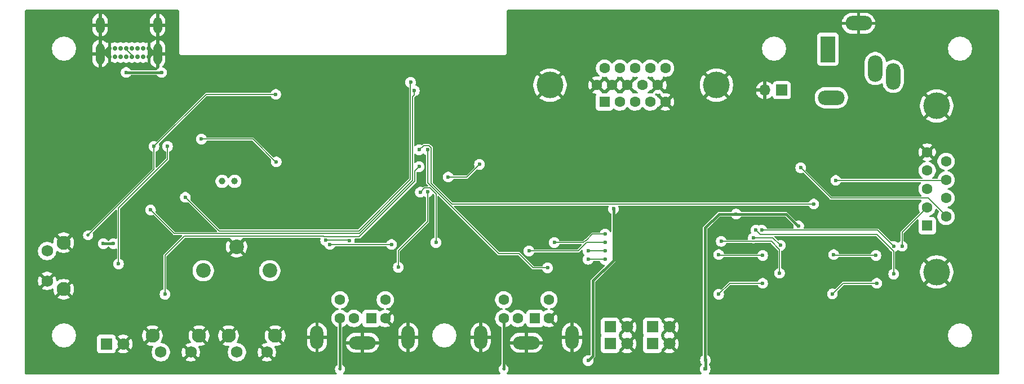
<source format=gbl>
G04 #@! TF.GenerationSoftware,KiCad,Pcbnew,9.0.2*
G04 #@! TF.CreationDate,2025-06-05T13:18:06+02:00*
G04 #@! TF.ProjectId,nTerm2-S FT231,6e546572-6d32-42d5-9320-46543233312e,0.08*
G04 #@! TF.SameCoordinates,Original*
G04 #@! TF.FileFunction,Copper,L2,Bot*
G04 #@! TF.FilePolarity,Positive*
%FSLAX46Y46*%
G04 Gerber Fmt 4.6, Leading zero omitted, Abs format (unit mm)*
G04 Created by KiCad (PCBNEW 9.0.2) date 2025-06-05 13:18:06*
%MOMM*%
%LPD*%
G01*
G04 APERTURE LIST*
G04 #@! TA.AperFunction,ComponentPad*
%ADD10C,1.750000*%
G04 #@! TD*
G04 #@! TA.AperFunction,ComponentPad*
%ADD11C,2.100000*%
G04 #@! TD*
G04 #@! TA.AperFunction,ComponentPad*
%ADD12R,1.700000X1.700000*%
G04 #@! TD*
G04 #@! TA.AperFunction,ComponentPad*
%ADD13O,1.700000X1.700000*%
G04 #@! TD*
G04 #@! TA.AperFunction,HeatsinkPad*
%ADD14C,0.600000*%
G04 #@! TD*
G04 #@! TA.AperFunction,ComponentPad*
%ADD15R,1.600000X1.600000*%
G04 #@! TD*
G04 #@! TA.AperFunction,ComponentPad*
%ADD16C,1.600000*%
G04 #@! TD*
G04 #@! TA.AperFunction,ComponentPad*
%ADD17O,2.000000X3.500000*%
G04 #@! TD*
G04 #@! TA.AperFunction,ComponentPad*
%ADD18O,4.000000X2.000000*%
G04 #@! TD*
G04 #@! TA.AperFunction,ComponentPad*
%ADD19R,1.800000X1.800000*%
G04 #@! TD*
G04 #@! TA.AperFunction,ComponentPad*
%ADD20C,1.800000*%
G04 #@! TD*
G04 #@! TA.AperFunction,ComponentPad*
%ADD21C,0.700000*%
G04 #@! TD*
G04 #@! TA.AperFunction,ComponentPad*
%ADD22O,1.300000X3.200000*%
G04 #@! TD*
G04 #@! TA.AperFunction,ComponentPad*
%ADD23O,1.300000X2.500000*%
G04 #@! TD*
G04 #@! TA.AperFunction,ComponentPad*
%ADD24C,2.200000*%
G04 #@! TD*
G04 #@! TA.AperFunction,ComponentPad*
%ADD25C,4.000000*%
G04 #@! TD*
G04 #@! TA.AperFunction,ComponentPad*
%ADD26O,2.200000X4.000000*%
G04 #@! TD*
G04 #@! TA.AperFunction,ComponentPad*
%ADD27O,4.000000X2.200000*%
G04 #@! TD*
G04 #@! TA.AperFunction,ComponentPad*
%ADD28R,2.200000X4.000000*%
G04 #@! TD*
G04 #@! TA.AperFunction,ComponentPad*
%ADD29C,1.000000*%
G04 #@! TD*
G04 #@! TA.AperFunction,ViaPad*
%ADD30C,0.600000*%
G04 #@! TD*
G04 #@! TA.AperFunction,ViaPad*
%ADD31C,0.500000*%
G04 #@! TD*
G04 #@! TA.AperFunction,Conductor*
%ADD32C,0.400000*%
G04 #@! TD*
G04 #@! TA.AperFunction,Conductor*
%ADD33C,0.200000*%
G04 #@! TD*
G04 APERTURE END LIST*
D10*
X99506000Y-124038500D03*
X95006000Y-124038500D03*
D11*
X100756000Y-121548500D03*
X93746000Y-121548500D03*
D12*
X188295200Y-84582000D03*
D13*
X185755200Y-84582000D03*
D14*
X120161000Y-86674000D03*
X120161000Y-88199000D03*
X120923500Y-85911500D03*
X120923500Y-87436500D03*
X120923500Y-88961500D03*
X121686000Y-86674000D03*
X121686000Y-88199000D03*
X122448500Y-85911500D03*
X122448500Y-87436500D03*
X122448500Y-88961500D03*
X123211000Y-86674000D03*
X123211000Y-88199000D03*
D10*
X110936000Y-124038500D03*
X106436000Y-124038500D03*
D11*
X112186000Y-121548500D03*
X105176000Y-121548500D03*
D15*
X126616000Y-118958500D03*
D16*
X124016000Y-118958500D03*
X128716000Y-118958500D03*
X121916000Y-118958500D03*
X128716000Y-116158500D03*
X121916000Y-116158500D03*
D17*
X118466000Y-121808500D03*
D18*
X125316000Y-122608500D03*
D17*
X132166000Y-121808500D03*
D19*
X162498000Y-120228500D03*
D20*
X165038000Y-120228500D03*
D19*
X162498000Y-122768500D03*
D20*
X165038000Y-122768500D03*
D19*
X168848000Y-120228500D03*
D20*
X171388000Y-120228500D03*
D19*
X168848000Y-122768500D03*
D20*
X171388000Y-122768500D03*
D15*
X151217000Y-118958500D03*
D16*
X148617000Y-118958500D03*
X153317000Y-118958500D03*
X146517000Y-118958500D03*
X153317000Y-116158500D03*
X146517000Y-116158500D03*
D17*
X143067000Y-121808500D03*
D18*
X149917000Y-122608500D03*
D17*
X156767000Y-121808500D03*
D21*
X93176000Y-79588500D03*
X92326000Y-79588500D03*
X91476000Y-79588500D03*
X90626000Y-79588500D03*
X89776000Y-79588500D03*
X88926000Y-79588500D03*
X88076000Y-79588500D03*
X87226000Y-79588500D03*
X87226000Y-78238500D03*
X88076000Y-78238500D03*
X88926000Y-78238500D03*
X89776000Y-78238500D03*
X90626000Y-78238500D03*
X91476000Y-78238500D03*
X92326000Y-78238500D03*
X93176000Y-78238500D03*
D22*
X94521000Y-79088500D03*
D23*
X94516000Y-74783500D03*
D22*
X85881000Y-79088500D03*
D23*
X85881000Y-74788500D03*
D10*
X77916000Y-113298500D03*
X77916000Y-108798500D03*
D11*
X80406000Y-114548500D03*
X80406000Y-107538500D03*
D24*
X111379000Y-111760000D03*
X106379000Y-108160000D03*
X101379000Y-111760000D03*
D19*
X86824750Y-122796000D03*
D20*
X89364750Y-122796000D03*
D25*
X211559000Y-111948500D03*
X211559000Y-86948500D03*
D15*
X210139000Y-104988500D03*
D16*
X210139000Y-102218500D03*
X210139000Y-99448500D03*
X210139000Y-96678500D03*
X210139000Y-93908500D03*
X212979000Y-103603500D03*
X212979000Y-100833500D03*
X212979000Y-98063500D03*
X212979000Y-95293500D03*
D25*
X178478000Y-83820000D03*
X153478000Y-83820000D03*
D15*
X161663000Y-86360000D03*
D16*
X163953000Y-86360000D03*
X166243000Y-86360000D03*
X168533000Y-86360000D03*
X170823000Y-86360000D03*
X160518000Y-83820000D03*
X162808000Y-83820000D03*
X165098000Y-83820000D03*
X167388000Y-83820000D03*
X169678000Y-83820000D03*
X161663000Y-81280000D03*
X163953000Y-81280000D03*
X166243000Y-81280000D03*
X168533000Y-81280000D03*
X170823000Y-81280000D03*
D26*
X205036000Y-82508500D03*
X202336000Y-81308500D03*
D27*
X199836000Y-74508500D03*
D28*
X195236000Y-78408500D03*
D27*
X195736000Y-85708500D03*
D29*
X106106000Y-98298000D03*
X104206000Y-98298000D03*
D30*
X176790600Y-126578500D03*
D31*
X146496000Y-126578500D03*
X121920000Y-126578500D03*
D30*
X176816000Y-125222000D03*
X95123000Y-81915000D03*
X190820000Y-105029000D03*
X87884000Y-107696000D03*
X89789000Y-81915000D03*
X181432200Y-103225600D03*
X86360000Y-107696000D03*
X92202000Y-108966000D03*
X77916000Y-85445600D03*
X196597000Y-121285000D03*
X159196000Y-101178500D03*
X194438000Y-102616000D03*
X82996000Y-85394800D03*
X88773000Y-117094000D03*
X94869000Y-86741000D03*
X179102000Y-121285000D03*
D31*
X186667499Y-102616000D03*
D30*
X108331000Y-104574000D03*
X91059000Y-86487000D03*
X85725000Y-85725000D03*
X96361900Y-99047300D03*
X169862500Y-104244000D03*
X87350600Y-99822000D03*
X103820000Y-102108000D03*
X132526000Y-80839500D03*
X97503050Y-81998750D03*
X99233000Y-84501000D03*
X116656000Y-99268500D03*
X83693000Y-94818200D03*
X93504400Y-100482400D03*
X112089750Y-80593750D03*
X163006000Y-102448500D03*
X135066000Y-99908500D03*
X130683000Y-111252000D03*
X159196000Y-125308500D03*
X96012000Y-93044000D03*
X88646000Y-110744000D03*
X133796000Y-93558500D03*
X193102000Y-101723000D03*
X153111200Y-111338500D03*
X135066000Y-93558500D03*
X191135000Y-96266000D03*
X206375000Y-108077000D03*
X196402137Y-98171000D03*
X205105000Y-112268000D03*
X184404000Y-105664000D03*
X205105000Y-108096000D03*
X185293000Y-105664000D03*
X179197000Y-107334000D03*
X187960000Y-112141000D03*
X150306000Y-108798500D03*
X161736000Y-107528500D03*
X188087000Y-107950000D03*
X161736000Y-106258500D03*
X154116000Y-107528500D03*
X184023000Y-106826000D03*
X133796000Y-96098500D03*
X95631000Y-115316000D03*
X138176000Y-97663000D03*
X142875000Y-95758000D03*
X133985000Y-99949000D03*
X136336000Y-107528500D03*
X129667000Y-107823000D03*
X120396000Y-107823000D03*
X93453600Y-102616000D03*
X133096000Y-84668500D03*
X112268000Y-85217000D03*
X93980000Y-93044000D03*
D31*
X84074000Y-106426000D03*
D30*
X112352000Y-95377000D03*
X101092000Y-91948000D03*
X161736000Y-108796210D03*
X159196000Y-108796210D03*
X159196000Y-110049500D03*
X161736000Y-110068500D03*
X119761000Y-107188000D03*
X123317000Y-107207000D03*
X132526000Y-83398500D03*
X98686000Y-100711000D03*
X196088000Y-109347000D03*
X202438000Y-109474000D03*
X195892000Y-115268500D03*
X202565000Y-113665000D03*
X178816000Y-109347000D03*
X185420000Y-109474000D03*
X178816000Y-115316000D03*
X185420000Y-113665000D03*
D32*
X178841400Y-103225600D02*
X176784000Y-105283000D01*
X95123000Y-81915000D02*
X89789000Y-81915000D01*
X181432200Y-103225600D02*
X178841400Y-103225600D01*
X121920000Y-126132500D02*
X121916000Y-126128500D01*
X188950600Y-103225600D02*
X190754000Y-105029000D01*
X121916000Y-126128500D02*
X121916000Y-118958500D01*
X176784000Y-105283000D02*
X176784000Y-125190000D01*
X181432200Y-103225600D02*
X188950600Y-103225600D01*
X95117000Y-81909000D02*
X95123000Y-81915000D01*
X146496000Y-118979500D02*
X146517000Y-118958500D01*
X86360000Y-107696000D02*
X87884000Y-107696000D01*
X176784000Y-125190000D02*
X176816000Y-125222000D01*
X176816000Y-126578500D02*
X176816000Y-125222000D01*
X121920000Y-126578500D02*
X121920000Y-126132500D01*
X190754000Y-105029000D02*
X190820000Y-105029000D01*
X146496000Y-126578500D02*
X146496000Y-118979500D01*
X87226000Y-78238500D02*
X87226000Y-77239000D01*
X93176000Y-77258000D02*
X93218000Y-77216000D01*
X93176000Y-78238500D02*
X93176000Y-78571000D01*
X93176000Y-78571000D02*
X93726000Y-79121000D01*
X93176000Y-79588500D02*
X93176000Y-80857000D01*
X87226000Y-78509000D02*
X86614000Y-79121000D01*
X87226000Y-80876000D02*
X87249000Y-80899000D01*
X93176000Y-80857000D02*
X93218000Y-80899000D01*
X93176000Y-79588500D02*
X93176000Y-78238500D01*
X87226000Y-77239000D02*
X87249000Y-77216000D01*
X87226000Y-79588500D02*
X87226000Y-80876000D01*
X93176000Y-78238500D02*
X93176000Y-77258000D01*
X87226000Y-78238500D02*
X87226000Y-78509000D01*
X87226000Y-79588500D02*
X87226000Y-78238500D01*
X163006000Y-102448500D02*
X163006000Y-110193212D01*
D33*
X135066000Y-104353500D02*
X135066000Y-99908500D01*
D32*
X163006000Y-110193212D02*
X159918400Y-113280812D01*
D33*
X130683000Y-108736500D02*
X135066000Y-104353500D01*
X130683000Y-111252000D02*
X130683000Y-108736500D01*
D32*
X159918400Y-124586100D02*
X159196000Y-125308500D01*
X159918400Y-113280812D02*
X159918400Y-124586100D01*
D33*
X88646000Y-102317862D02*
X96012000Y-94951862D01*
X96012000Y-94951862D02*
X96012000Y-93044000D01*
X88646000Y-110744000D02*
X88646000Y-102317862D01*
X138766862Y-101727000D02*
X193098000Y-101727000D01*
X133796000Y-93558500D02*
X133836787Y-93558500D01*
X135636000Y-98596138D02*
X138766862Y-101727000D01*
X134482087Y-92913200D02*
X135305800Y-92913200D01*
X133836787Y-93558500D02*
X134482087Y-92913200D01*
X193098000Y-101727000D02*
X193102000Y-101723000D01*
X135305800Y-92913200D02*
X135636000Y-93243400D01*
X135636000Y-93243400D02*
X135636000Y-98596138D01*
X150941000Y-111338500D02*
X148782000Y-109179500D01*
X145755500Y-109179500D02*
X135066000Y-98490000D01*
X153111200Y-111338500D02*
X150941000Y-111338500D01*
X135066000Y-98490000D02*
X135066000Y-93558500D01*
X148782000Y-109179500D02*
X145755500Y-109179500D01*
X212979000Y-103501450D02*
X212979000Y-103603500D01*
X195707000Y-100838000D02*
X210315550Y-100838000D01*
X210315550Y-100838000D02*
X212979000Y-103501450D01*
X191135000Y-96266000D02*
X195707000Y-100838000D01*
X206375000Y-108077000D02*
X206375000Y-105982500D01*
X206375000Y-105982500D02*
X210139000Y-102218500D01*
X212979000Y-98063500D02*
X212871500Y-98171000D01*
X212871500Y-98171000D02*
X196402137Y-98171000D01*
X185039000Y-106299000D02*
X202565000Y-106299000D01*
X204890000Y-108624000D02*
X205105000Y-108839000D01*
X202565000Y-106299000D02*
X204577000Y-108311000D01*
X204577000Y-108311000D02*
X204577000Y-108314705D01*
X184404000Y-105664000D02*
X185039000Y-106299000D01*
X205105000Y-108839000D02*
X205105000Y-112268000D01*
X204886295Y-108624000D02*
X204890000Y-108624000D01*
X204577000Y-108314705D02*
X204886295Y-108624000D01*
X205105000Y-108077000D02*
X202692000Y-105664000D01*
X202692000Y-105664000D02*
X185293000Y-105664000D01*
X205105000Y-108096000D02*
X205105000Y-108077000D01*
X158975419Y-107528500D02*
X157705419Y-108798500D01*
X187960000Y-108585000D02*
X187960000Y-112141000D01*
X157705419Y-108798500D02*
X150306000Y-108798500D01*
X161736000Y-107528500D02*
X158975419Y-107528500D01*
X179217000Y-107354000D02*
X186729000Y-107354000D01*
X179197000Y-107334000D02*
X179217000Y-107354000D01*
X186729000Y-107354000D02*
X187960000Y-108585000D01*
X158888000Y-107201500D02*
X158839971Y-107201500D01*
X158512971Y-107528500D02*
X154116000Y-107528500D01*
X158839971Y-107201500D02*
X158512971Y-107528500D01*
X184023000Y-106826000D02*
X186963000Y-106826000D01*
X161736000Y-106258500D02*
X159831000Y-106258500D01*
X186963000Y-106826000D02*
X188087000Y-107950000D01*
X159831000Y-106258500D02*
X158888000Y-107201500D01*
X124775810Y-106680000D02*
X123536705Y-106680000D01*
X119999705Y-106680000D02*
X119979705Y-106660000D01*
X95631000Y-109474000D02*
X95631000Y-115316000D01*
X123097295Y-106680000D02*
X119999705Y-106680000D01*
X133796000Y-96098500D02*
X133181000Y-96713500D01*
X119979705Y-106660000D02*
X119542295Y-106660000D01*
X123536705Y-106680000D02*
X123535705Y-106679000D01*
X133181000Y-96713500D02*
X133181000Y-98274810D01*
X133181000Y-98274810D02*
X124775810Y-106680000D01*
X123098295Y-106679000D02*
X123097295Y-106680000D01*
X98531000Y-106574000D02*
X95631000Y-109474000D01*
X119456295Y-106574000D02*
X98531000Y-106574000D01*
X123535705Y-106679000D02*
X123098295Y-106679000D01*
X119542295Y-106660000D02*
X119456295Y-106574000D01*
X140970000Y-97663000D02*
X142875000Y-95758000D01*
X138176000Y-97663000D02*
X140970000Y-97663000D01*
X136336000Y-100223862D02*
X136336000Y-107528500D01*
X135426138Y-99314000D02*
X136336000Y-100223862D01*
X133985000Y-99949000D02*
X134620000Y-99314000D01*
X134620000Y-99314000D02*
X135426138Y-99314000D01*
X120396000Y-107823000D02*
X129667000Y-107823000D01*
X132842000Y-98149948D02*
X124819948Y-106172000D01*
X97035000Y-106172000D02*
X93479000Y-102616000D01*
X133096000Y-84668500D02*
X133096000Y-85344000D01*
X133096000Y-85344000D02*
X132842000Y-85598000D01*
X132842000Y-85598000D02*
X132842000Y-98149948D01*
X124819948Y-106172000D02*
X97035000Y-106172000D01*
X93479000Y-102616000D02*
X93453600Y-102616000D01*
X101807000Y-85217000D02*
X112268000Y-85217000D01*
X84074000Y-106426000D02*
X93980000Y-96520000D01*
X93980000Y-96520000D02*
X93980000Y-93044000D01*
X93980000Y-93044000D02*
X101807000Y-85217000D01*
X112268000Y-95377000D02*
X112352000Y-95377000D01*
X101092000Y-91948000D02*
X108839000Y-91948000D01*
X108839000Y-91948000D02*
X112268000Y-95377000D01*
X161736000Y-108796210D02*
X159196000Y-108796210D01*
X123317000Y-107207000D02*
X123298000Y-107188000D01*
X161736000Y-110068500D02*
X159215000Y-110068500D01*
X123298000Y-107188000D02*
X119761000Y-107188000D01*
X159215000Y-110068500D02*
X159196000Y-110049500D01*
X103791400Y-105791000D02*
X124737086Y-105791000D01*
X98686000Y-100711000D02*
X98711400Y-100711000D01*
X132514000Y-98014086D02*
X132514000Y-83410500D01*
X98711400Y-100711000D02*
X103791400Y-105791000D01*
X124737086Y-105791000D02*
X132514000Y-98014086D01*
X132514000Y-83410500D02*
X132526000Y-83398500D01*
X89776000Y-78473000D02*
X89776000Y-78238500D01*
X90626000Y-79323000D02*
X89776000Y-78473000D01*
X90626000Y-79588500D02*
X90626000Y-79323000D01*
X196215000Y-109474000D02*
X196088000Y-109347000D01*
X202438000Y-109474000D02*
X196215000Y-109474000D01*
X197495500Y-113665000D02*
X195892000Y-115268500D01*
X202565000Y-113665000D02*
X197495500Y-113665000D01*
X178943000Y-109474000D02*
X178816000Y-109347000D01*
X185420000Y-109474000D02*
X178943000Y-109474000D01*
X180467000Y-113665000D02*
X178816000Y-115316000D01*
X185420000Y-113665000D02*
X180467000Y-113665000D01*
G04 #@! TA.AperFunction,Conductor*
G36*
X164618667Y-120402194D02*
G01*
X164677910Y-120504806D01*
X164761694Y-120588590D01*
X164864306Y-120647833D01*
X164949414Y-120670637D01*
X164240485Y-121379565D01*
X164240485Y-121379567D01*
X164266105Y-121398181D01*
X164308771Y-121453510D01*
X164314750Y-121523124D01*
X164282145Y-121584919D01*
X164266105Y-121598817D01*
X164240485Y-121617430D01*
X164240485Y-121617432D01*
X164949414Y-122326361D01*
X164864306Y-122349167D01*
X164761694Y-122408410D01*
X164677910Y-122492194D01*
X164618667Y-122594806D01*
X164595861Y-122679914D01*
X163934818Y-122018871D01*
X163901333Y-121957548D01*
X163898499Y-121931190D01*
X163898499Y-121820629D01*
X163898498Y-121820623D01*
X163898497Y-121820616D01*
X163892091Y-121761017D01*
X163841796Y-121626169D01*
X163801851Y-121572810D01*
X163777435Y-121507347D01*
X163791367Y-121440789D01*
X163795949Y-121432073D01*
X163841796Y-121370831D01*
X163892091Y-121235983D01*
X163898500Y-121176373D01*
X163898499Y-121065804D01*
X163918183Y-120998768D01*
X163934818Y-120978126D01*
X164595861Y-120317084D01*
X164618667Y-120402194D01*
G37*
G04 #@! TD.AperFunction*
G04 #@! TA.AperFunction,Conductor*
G36*
X170968667Y-120402194D02*
G01*
X171027910Y-120504806D01*
X171111694Y-120588590D01*
X171214306Y-120647833D01*
X171299414Y-120670637D01*
X170590485Y-121379565D01*
X170590485Y-121379567D01*
X170616105Y-121398181D01*
X170658771Y-121453510D01*
X170664750Y-121523124D01*
X170632145Y-121584919D01*
X170616105Y-121598817D01*
X170590485Y-121617430D01*
X170590485Y-121617432D01*
X171299414Y-122326361D01*
X171214306Y-122349167D01*
X171111694Y-122408410D01*
X171027910Y-122492194D01*
X170968667Y-122594806D01*
X170945861Y-122679914D01*
X170284818Y-122018871D01*
X170251333Y-121957548D01*
X170248499Y-121931190D01*
X170248499Y-121820629D01*
X170248498Y-121820623D01*
X170248497Y-121820616D01*
X170242091Y-121761017D01*
X170191796Y-121626169D01*
X170151851Y-121572810D01*
X170127435Y-121507347D01*
X170141367Y-121440789D01*
X170145949Y-121432073D01*
X170191796Y-121370831D01*
X170242091Y-121235983D01*
X170248500Y-121176373D01*
X170248499Y-121065804D01*
X170268183Y-120998768D01*
X170284818Y-120978126D01*
X170945861Y-120317084D01*
X170968667Y-120402194D01*
G37*
G04 #@! TD.AperFunction*
G04 #@! TA.AperFunction,Conductor*
G36*
X170027805Y-85100730D02*
G01*
X170081257Y-85145726D01*
X170101897Y-85212478D01*
X170101528Y-85223979D01*
X170097077Y-85280524D01*
X170693591Y-85877037D01*
X170630007Y-85894075D01*
X170515993Y-85959901D01*
X170422901Y-86052993D01*
X170357075Y-86167007D01*
X170340037Y-86230590D01*
X169743524Y-85634077D01*
X169689377Y-85638339D01*
X169621000Y-85623975D01*
X169579330Y-85587606D01*
X169524971Y-85512786D01*
X169380217Y-85368032D01*
X169380212Y-85368028D01*
X169307026Y-85314855D01*
X169264360Y-85259525D01*
X169258381Y-85189912D01*
X169290987Y-85128117D01*
X169351826Y-85093759D01*
X169399310Y-85092064D01*
X169575684Y-85120000D01*
X169780317Y-85120000D01*
X169958512Y-85091776D01*
X170027805Y-85100730D01*
G37*
G04 #@! TD.AperFunction*
G04 #@! TA.AperFunction,Conductor*
G36*
X164632075Y-84012993D02*
G01*
X164697901Y-84127007D01*
X164790993Y-84220099D01*
X164905007Y-84285925D01*
X164968590Y-84302962D01*
X164372076Y-84899474D01*
X164376486Y-84955510D01*
X164362121Y-85023887D01*
X164313069Y-85073644D01*
X164244904Y-85088982D01*
X164233470Y-85087711D01*
X164093803Y-85065590D01*
X164055352Y-85059500D01*
X163850648Y-85059500D01*
X163672526Y-85087711D01*
X163603233Y-85078756D01*
X163549781Y-85033760D01*
X163529142Y-84967008D01*
X163529511Y-84955508D01*
X163533921Y-84899473D01*
X162937409Y-84302962D01*
X163000993Y-84285925D01*
X163115007Y-84220099D01*
X163208099Y-84127007D01*
X163273925Y-84012993D01*
X163290962Y-83949409D01*
X163887473Y-84545921D01*
X163943268Y-84541530D01*
X163962728Y-84541530D01*
X164018525Y-84545921D01*
X164615037Y-83949409D01*
X164632075Y-84012993D01*
G37*
G04 #@! TD.AperFunction*
G04 #@! TA.AperFunction,Conductor*
G36*
X169212075Y-84012993D02*
G01*
X169277901Y-84127007D01*
X169370993Y-84220099D01*
X169485007Y-84285925D01*
X169548590Y-84302962D01*
X168952076Y-84899474D01*
X168956486Y-84955510D01*
X168942121Y-85023887D01*
X168893069Y-85073644D01*
X168824904Y-85088982D01*
X168813470Y-85087711D01*
X168673803Y-85065590D01*
X168635352Y-85059500D01*
X168430648Y-85059500D01*
X168255197Y-85087288D01*
X168185904Y-85078333D01*
X168132452Y-85033337D01*
X168111813Y-84966585D01*
X168130538Y-84899272D01*
X168162913Y-84864498D01*
X168235219Y-84811966D01*
X168379966Y-84667219D01*
X168434330Y-84592392D01*
X168489657Y-84549728D01*
X168544376Y-84541660D01*
X168598525Y-84545921D01*
X169195037Y-83949409D01*
X169212075Y-84012993D01*
G37*
G04 #@! TD.AperFunction*
G04 #@! TA.AperFunction,Conductor*
G36*
X166177473Y-84545921D02*
G01*
X166231622Y-84541660D01*
X166299999Y-84556024D01*
X166341669Y-84592393D01*
X166396028Y-84667212D01*
X166396032Y-84667217D01*
X166540784Y-84811969D01*
X166613083Y-84864496D01*
X166655750Y-84919826D01*
X166661729Y-84989439D01*
X166629124Y-85051234D01*
X166568286Y-85085592D01*
X166520801Y-85087288D01*
X166373174Y-85063906D01*
X166345352Y-85059500D01*
X166140648Y-85059500D01*
X165962526Y-85087711D01*
X165893233Y-85078756D01*
X165839781Y-85033760D01*
X165819142Y-84967008D01*
X165819511Y-84955508D01*
X165823921Y-84899473D01*
X165227409Y-84302962D01*
X165290993Y-84285925D01*
X165405007Y-84220099D01*
X165498099Y-84127007D01*
X165563925Y-84012993D01*
X165580962Y-83949409D01*
X166177473Y-84545921D01*
G37*
G04 #@! TD.AperFunction*
G04 #@! TA.AperFunction,Conductor*
G36*
X162342075Y-84012993D02*
G01*
X162407901Y-84127007D01*
X162500993Y-84220099D01*
X162615007Y-84285925D01*
X162678590Y-84302962D01*
X162082077Y-84899473D01*
X162084147Y-84925771D01*
X162069783Y-84994148D01*
X162020732Y-85043905D01*
X161960529Y-85059500D01*
X161365470Y-85059500D01*
X161298431Y-85039815D01*
X161252676Y-84987011D01*
X161241852Y-84925771D01*
X161243921Y-84899473D01*
X160647409Y-84302962D01*
X160710993Y-84285925D01*
X160825007Y-84220099D01*
X160918099Y-84127007D01*
X160983925Y-84012993D01*
X161000962Y-83949410D01*
X161597473Y-84545921D01*
X161653268Y-84541530D01*
X161672728Y-84541530D01*
X161728525Y-84545921D01*
X162325037Y-83949409D01*
X162342075Y-84012993D01*
G37*
G04 #@! TD.AperFunction*
G04 #@! TA.AperFunction,Conductor*
G36*
X161382525Y-82552287D02*
G01*
X161560648Y-82580500D01*
X161560649Y-82580500D01*
X161765351Y-82580500D01*
X161765352Y-82580500D01*
X161943471Y-82552288D01*
X162012764Y-82561242D01*
X162066216Y-82606238D01*
X162086856Y-82672990D01*
X162086487Y-82684490D01*
X162082077Y-82740523D01*
X162678591Y-83337037D01*
X162615007Y-83354075D01*
X162500993Y-83419901D01*
X162407901Y-83512993D01*
X162342075Y-83627007D01*
X162325037Y-83690590D01*
X161728524Y-83094077D01*
X161672733Y-83098468D01*
X161653276Y-83098468D01*
X161597474Y-83094076D01*
X161000962Y-83690589D01*
X160983925Y-83627007D01*
X160918099Y-83512993D01*
X160825007Y-83419901D01*
X160710993Y-83354075D01*
X160647408Y-83337037D01*
X161243921Y-82740524D01*
X161239512Y-82684490D01*
X161253876Y-82616113D01*
X161302928Y-82566356D01*
X161371093Y-82551017D01*
X161382525Y-82552287D01*
G37*
G04 #@! TD.AperFunction*
G04 #@! TA.AperFunction,Conductor*
G36*
X163672525Y-82552287D02*
G01*
X163850648Y-82580500D01*
X163850649Y-82580500D01*
X164055351Y-82580500D01*
X164055352Y-82580500D01*
X164233471Y-82552288D01*
X164302764Y-82561242D01*
X164356216Y-82606238D01*
X164376856Y-82672990D01*
X164376487Y-82684490D01*
X164372077Y-82740523D01*
X164968591Y-83337037D01*
X164905007Y-83354075D01*
X164790993Y-83419901D01*
X164697901Y-83512993D01*
X164632075Y-83627007D01*
X164615037Y-83690590D01*
X164018524Y-83094077D01*
X163962733Y-83098468D01*
X163943276Y-83098468D01*
X163887474Y-83094076D01*
X163290962Y-83690589D01*
X163273925Y-83627007D01*
X163208099Y-83512993D01*
X163115007Y-83419901D01*
X163000993Y-83354075D01*
X162937408Y-83337037D01*
X163533921Y-82740524D01*
X163529512Y-82684490D01*
X163543876Y-82616113D01*
X163592928Y-82566356D01*
X163661093Y-82551017D01*
X163672525Y-82552287D01*
G37*
G04 #@! TD.AperFunction*
G04 #@! TA.AperFunction,Conductor*
G36*
X168882764Y-82561242D02*
G01*
X168936216Y-82606238D01*
X168956856Y-82672990D01*
X168956487Y-82684490D01*
X168952077Y-82740523D01*
X169548591Y-83337037D01*
X169485007Y-83354075D01*
X169370993Y-83419901D01*
X169277901Y-83512993D01*
X169212075Y-83627007D01*
X169195037Y-83690590D01*
X168598524Y-83094077D01*
X168544377Y-83098339D01*
X168476000Y-83083975D01*
X168434330Y-83047606D01*
X168379971Y-82972786D01*
X168235219Y-82828034D01*
X168165898Y-82777670D01*
X168162914Y-82775501D01*
X168120249Y-82720173D01*
X168114270Y-82650560D01*
X168146875Y-82588764D01*
X168207713Y-82554407D01*
X168255198Y-82552711D01*
X168430648Y-82580500D01*
X168430649Y-82580500D01*
X168635351Y-82580500D01*
X168635352Y-82580500D01*
X168813471Y-82552288D01*
X168882764Y-82561242D01*
G37*
G04 #@! TD.AperFunction*
G04 #@! TA.AperFunction,Conductor*
G36*
X165962525Y-82552287D02*
G01*
X166140648Y-82580500D01*
X166140649Y-82580500D01*
X166345351Y-82580500D01*
X166345352Y-82580500D01*
X166520801Y-82552711D01*
X166590094Y-82561665D01*
X166643546Y-82606662D01*
X166664186Y-82673413D01*
X166645461Y-82740727D01*
X166613084Y-82775502D01*
X166540787Y-82828028D01*
X166540782Y-82828032D01*
X166396032Y-82972782D01*
X166396028Y-82972787D01*
X166341670Y-83047605D01*
X166286340Y-83090271D01*
X166231624Y-83098338D01*
X166177474Y-83094076D01*
X165580962Y-83690589D01*
X165563925Y-83627007D01*
X165498099Y-83512993D01*
X165405007Y-83419901D01*
X165290993Y-83354075D01*
X165227408Y-83337037D01*
X165823921Y-82740524D01*
X165819512Y-82684490D01*
X165833876Y-82616113D01*
X165882928Y-82566356D01*
X165951093Y-82551017D01*
X165962525Y-82552287D01*
G37*
G04 #@! TD.AperFunction*
G04 #@! TA.AperFunction,Conductor*
G36*
X93396108Y-78120903D02*
G01*
X93440457Y-78149404D01*
X93958060Y-78667006D01*
X93991545Y-78728329D01*
X93986561Y-78798020D01*
X93958061Y-78842368D01*
X93886929Y-78913500D01*
X93958060Y-78984631D01*
X93991545Y-79045954D01*
X93986561Y-79115646D01*
X93958060Y-79159993D01*
X93440457Y-79677595D01*
X93432511Y-79681933D01*
X93427086Y-79689181D01*
X93402326Y-79698415D01*
X93379134Y-79711080D01*
X93370104Y-79710434D01*
X93361622Y-79713598D01*
X93338725Y-79708617D01*
X93345552Y-79701791D01*
X93376000Y-79628282D01*
X93376000Y-79548718D01*
X93345552Y-79475209D01*
X93289291Y-79418948D01*
X93215782Y-79388500D01*
X93153380Y-79388500D01*
X93148873Y-79365844D01*
X93144587Y-79344294D01*
X93150814Y-79274704D01*
X93178523Y-79232423D01*
X93497446Y-78913500D01*
X93497446Y-78913499D01*
X93178523Y-78594576D01*
X93175922Y-78589813D01*
X93171398Y-78586818D01*
X93159356Y-78559475D01*
X93145038Y-78533253D01*
X93144843Y-78526520D01*
X93143238Y-78522875D01*
X93144043Y-78498880D01*
X93143717Y-78487584D01*
X93144100Y-78485152D01*
X93153380Y-78438500D01*
X93215782Y-78438500D01*
X93289291Y-78408052D01*
X93345552Y-78351791D01*
X93376000Y-78278282D01*
X93376000Y-78198718D01*
X93345552Y-78125209D01*
X93337020Y-78116677D01*
X93396108Y-78120903D01*
G37*
G04 #@! TD.AperFunction*
G04 #@! TA.AperFunction,Conductor*
G36*
X87062876Y-78118780D02*
G01*
X87056448Y-78125209D01*
X87026000Y-78198718D01*
X87026000Y-78278282D01*
X87056448Y-78351791D01*
X87112709Y-78408052D01*
X87186218Y-78438500D01*
X87248620Y-78438500D01*
X87257894Y-78485128D01*
X87258282Y-78487584D01*
X87254086Y-78519868D01*
X87251185Y-78552296D01*
X87249608Y-78554324D01*
X87249278Y-78556871D01*
X87223476Y-78594576D01*
X86904553Y-78913499D01*
X86904553Y-78913500D01*
X87223476Y-79232422D01*
X87226075Y-79237183D01*
X87230601Y-79240179D01*
X87242643Y-79267525D01*
X87256961Y-79293745D01*
X87257155Y-79300477D01*
X87258761Y-79304123D01*
X87257955Y-79328116D01*
X87258282Y-79339413D01*
X87257892Y-79341882D01*
X87248620Y-79388500D01*
X87186218Y-79388500D01*
X87112709Y-79418948D01*
X87056448Y-79475209D01*
X87026000Y-79548718D01*
X87026000Y-79628282D01*
X87056448Y-79701791D01*
X87064978Y-79710321D01*
X87005888Y-79706095D01*
X86961542Y-79677595D01*
X86443939Y-79159993D01*
X86410454Y-79098670D01*
X86415438Y-79028979D01*
X86443939Y-78984631D01*
X86515070Y-78913500D01*
X86443938Y-78842368D01*
X86410454Y-78781045D01*
X86415438Y-78711353D01*
X86443939Y-78667006D01*
X86961542Y-78149404D01*
X87022865Y-78115919D01*
X87062876Y-78118780D01*
G37*
G04 #@! TD.AperFunction*
G04 #@! TA.AperFunction,Conductor*
G36*
X97678156Y-72488685D02*
G01*
X97723911Y-72541489D01*
X97735116Y-72593075D01*
X97734899Y-72947897D01*
X97731339Y-78752348D01*
X97731295Y-78753043D01*
X97731295Y-78760608D01*
X97731295Y-78826836D01*
X97731255Y-78892085D01*
X97731295Y-78892234D01*
X97731295Y-78892392D01*
X97736951Y-78913500D01*
X97748441Y-78956386D01*
X97748445Y-78956399D01*
X97748451Y-78956421D01*
X97765285Y-79019400D01*
X97765362Y-79019534D01*
X97765403Y-79019686D01*
X97765423Y-79019721D01*
X97765424Y-79019723D01*
X97776919Y-79039632D01*
X97798602Y-79077189D01*
X97831107Y-79133568D01*
X97831215Y-79133677D01*
X97831295Y-79133814D01*
X97831391Y-79133910D01*
X97831393Y-79133913D01*
X97857474Y-79159993D01*
X97878075Y-79180594D01*
X97924235Y-79226811D01*
X97924370Y-79226889D01*
X97924482Y-79227001D01*
X97947308Y-79240179D01*
X97981799Y-79260092D01*
X98038323Y-79292773D01*
X98038472Y-79292813D01*
X98038609Y-79292892D01*
X98038626Y-79292896D01*
X98038627Y-79292897D01*
X98041792Y-79293745D01*
X98101964Y-79309867D01*
X98102033Y-79309909D01*
X98102039Y-79309888D01*
X98125380Y-79316157D01*
X98165596Y-79326960D01*
X98165602Y-79326960D01*
X98165902Y-79327000D01*
X98231488Y-79327000D01*
X98297380Y-79327040D01*
X98297382Y-79327039D01*
X98305071Y-79327044D01*
X98305758Y-79327000D01*
X146561890Y-79327000D01*
X146561892Y-79327000D01*
X146689186Y-79292892D01*
X146803314Y-79227000D01*
X146896500Y-79133814D01*
X146962392Y-79019686D01*
X146996500Y-78892392D01*
X146996500Y-78200495D01*
X185335500Y-78200495D01*
X185335500Y-78436504D01*
X185335501Y-78436520D01*
X185356309Y-78594576D01*
X185366307Y-78670514D01*
X185411319Y-78838500D01*
X185427394Y-78898493D01*
X185517714Y-79116545D01*
X185517719Y-79116556D01*
X185584615Y-79232422D01*
X185635727Y-79320950D01*
X185635729Y-79320953D01*
X185635730Y-79320954D01*
X185779406Y-79508197D01*
X185779412Y-79508204D01*
X185946295Y-79675087D01*
X185946302Y-79675093D01*
X185996483Y-79713598D01*
X186133550Y-79818773D01*
X186264918Y-79894618D01*
X186337943Y-79936780D01*
X186337948Y-79936782D01*
X186337951Y-79936784D01*
X186556007Y-80027106D01*
X186783986Y-80088193D01*
X187017989Y-80119000D01*
X187017996Y-80119000D01*
X187254004Y-80119000D01*
X187254011Y-80119000D01*
X187488014Y-80088193D01*
X187715993Y-80027106D01*
X187934049Y-79936784D01*
X188138450Y-79818773D01*
X188325699Y-79675092D01*
X188492592Y-79508199D01*
X188636273Y-79320950D01*
X188754284Y-79116549D01*
X188844606Y-78898493D01*
X188905693Y-78670514D01*
X188936500Y-78436511D01*
X188936500Y-78200489D01*
X188905693Y-77966486D01*
X188844606Y-77738507D01*
X188754284Y-77520451D01*
X188754282Y-77520448D01*
X188754280Y-77520443D01*
X188696961Y-77421165D01*
X188636273Y-77316050D01*
X188492592Y-77128801D01*
X188492587Y-77128795D01*
X188325704Y-76961912D01*
X188325697Y-76961906D01*
X188138454Y-76818230D01*
X188138453Y-76818229D01*
X188138450Y-76818227D01*
X188056957Y-76771177D01*
X187934056Y-76700219D01*
X187934045Y-76700214D01*
X187715993Y-76609894D01*
X187488010Y-76548806D01*
X187254020Y-76518001D01*
X187254017Y-76518000D01*
X187254011Y-76518000D01*
X187017989Y-76518000D01*
X187017983Y-76518000D01*
X187017979Y-76518001D01*
X186783989Y-76548806D01*
X186556006Y-76609894D01*
X186337954Y-76700214D01*
X186337943Y-76700219D01*
X186133545Y-76818230D01*
X185946302Y-76961906D01*
X185946295Y-76961912D01*
X185779412Y-77128795D01*
X185779406Y-77128802D01*
X185635730Y-77316045D01*
X185517719Y-77520443D01*
X185517714Y-77520454D01*
X185427394Y-77738506D01*
X185366306Y-77966489D01*
X185335501Y-78200479D01*
X185335500Y-78200495D01*
X146996500Y-78200495D01*
X146996500Y-76360635D01*
X193635500Y-76360635D01*
X193635500Y-80456370D01*
X193635501Y-80456376D01*
X193641908Y-80515983D01*
X193692202Y-80650828D01*
X193692206Y-80650835D01*
X193778452Y-80766044D01*
X193778455Y-80766047D01*
X193893664Y-80852293D01*
X193893671Y-80852297D01*
X194028517Y-80902591D01*
X194028516Y-80902591D01*
X194035444Y-80903335D01*
X194088127Y-80909000D01*
X196383872Y-80908999D01*
X196443483Y-80902591D01*
X196578331Y-80852296D01*
X196693546Y-80766046D01*
X196779796Y-80650831D01*
X196830091Y-80515983D01*
X196836500Y-80456373D01*
X196836500Y-80282538D01*
X200735500Y-80282538D01*
X200735500Y-82334461D01*
X200774910Y-82583285D01*
X200852760Y-82822883D01*
X200967132Y-83047348D01*
X201115201Y-83251149D01*
X201115205Y-83251154D01*
X201293345Y-83429294D01*
X201293350Y-83429298D01*
X201411951Y-83515466D01*
X201497155Y-83577370D01*
X201604351Y-83631989D01*
X201721616Y-83691739D01*
X201721618Y-83691739D01*
X201721621Y-83691741D01*
X201961215Y-83769590D01*
X202210038Y-83809000D01*
X202210039Y-83809000D01*
X202461961Y-83809000D01*
X202461962Y-83809000D01*
X202710785Y-83769590D01*
X202950379Y-83691741D01*
X203174845Y-83577370D01*
X203250993Y-83522045D01*
X203316797Y-83498566D01*
X203384851Y-83514391D01*
X203433546Y-83564497D01*
X203446350Y-83602966D01*
X203474909Y-83783285D01*
X203552760Y-84022883D01*
X203621712Y-84158207D01*
X203653247Y-84220099D01*
X203667132Y-84247348D01*
X203815201Y-84451149D01*
X203815205Y-84451154D01*
X203993345Y-84629294D01*
X203993350Y-84629298D01*
X204099895Y-84706707D01*
X204197155Y-84777370D01*
X204304373Y-84832000D01*
X204421616Y-84891739D01*
X204421618Y-84891739D01*
X204421621Y-84891741D01*
X204661215Y-84969590D01*
X204910038Y-85009000D01*
X204910039Y-85009000D01*
X205161961Y-85009000D01*
X205161962Y-85009000D01*
X205410785Y-84969590D01*
X205410788Y-84969589D01*
X205410789Y-84969589D01*
X205458822Y-84953981D01*
X205650379Y-84891741D01*
X205874845Y-84777370D01*
X206078656Y-84629293D01*
X206256793Y-84451156D01*
X206404870Y-84247345D01*
X206519241Y-84022879D01*
X206597090Y-83783285D01*
X206636500Y-83534462D01*
X206636500Y-81482538D01*
X206597090Y-81233715D01*
X206519241Y-80994121D01*
X206519239Y-80994118D01*
X206519239Y-80994116D01*
X206446978Y-80852297D01*
X206404870Y-80769655D01*
X206385952Y-80743617D01*
X206256798Y-80565850D01*
X206256794Y-80565845D01*
X206078654Y-80387705D01*
X206078649Y-80387701D01*
X205874848Y-80239632D01*
X205874847Y-80239631D01*
X205874845Y-80239630D01*
X205804747Y-80203913D01*
X205650383Y-80125260D01*
X205410785Y-80047410D01*
X205324319Y-80033715D01*
X205161962Y-80008000D01*
X204910038Y-80008000D01*
X204789415Y-80027105D01*
X204661214Y-80047410D01*
X204421616Y-80125260D01*
X204197152Y-80239631D01*
X204121006Y-80294954D01*
X204055200Y-80318433D01*
X203987146Y-80302607D01*
X203938452Y-80252501D01*
X203925650Y-80214035D01*
X203897090Y-80033715D01*
X203894942Y-80027105D01*
X203827251Y-79818773D01*
X203819241Y-79794121D01*
X203819239Y-79794118D01*
X203819239Y-79794116D01*
X203776600Y-79710434D01*
X203704870Y-79569655D01*
X203636251Y-79475209D01*
X203556798Y-79365850D01*
X203556794Y-79365845D01*
X203378654Y-79187705D01*
X203378649Y-79187701D01*
X203174848Y-79039632D01*
X203174847Y-79039631D01*
X203174845Y-79039630D01*
X203104747Y-79003913D01*
X202950383Y-78925260D01*
X202710785Y-78847410D01*
X202654530Y-78838500D01*
X202461962Y-78808000D01*
X202210038Y-78808000D01*
X202091113Y-78826836D01*
X201961214Y-78847410D01*
X201721616Y-78925260D01*
X201497151Y-79039632D01*
X201293350Y-79187701D01*
X201293345Y-79187705D01*
X201115205Y-79365845D01*
X201115201Y-79365850D01*
X200967132Y-79569651D01*
X200852760Y-79794116D01*
X200774910Y-80033714D01*
X200735500Y-80282538D01*
X196836500Y-80282538D01*
X196836499Y-78200495D01*
X213275500Y-78200495D01*
X213275500Y-78436504D01*
X213275501Y-78436520D01*
X213296309Y-78594576D01*
X213306307Y-78670514D01*
X213351319Y-78838500D01*
X213367394Y-78898493D01*
X213457714Y-79116545D01*
X213457719Y-79116556D01*
X213524615Y-79232422D01*
X213575727Y-79320950D01*
X213575729Y-79320953D01*
X213575730Y-79320954D01*
X213719406Y-79508197D01*
X213719412Y-79508204D01*
X213886295Y-79675087D01*
X213886302Y-79675093D01*
X213936483Y-79713598D01*
X214073550Y-79818773D01*
X214204918Y-79894618D01*
X214277943Y-79936780D01*
X214277948Y-79936782D01*
X214277951Y-79936784D01*
X214496007Y-80027106D01*
X214723986Y-80088193D01*
X214957989Y-80119000D01*
X214957996Y-80119000D01*
X215194004Y-80119000D01*
X215194011Y-80119000D01*
X215428014Y-80088193D01*
X215655993Y-80027106D01*
X215874049Y-79936784D01*
X216078450Y-79818773D01*
X216265699Y-79675092D01*
X216432592Y-79508199D01*
X216576273Y-79320950D01*
X216694284Y-79116549D01*
X216784606Y-78898493D01*
X216845693Y-78670514D01*
X216876500Y-78436511D01*
X216876500Y-78200489D01*
X216845693Y-77966486D01*
X216784606Y-77738507D01*
X216694284Y-77520451D01*
X216694282Y-77520448D01*
X216694280Y-77520443D01*
X216636961Y-77421165D01*
X216576273Y-77316050D01*
X216432592Y-77128801D01*
X216432587Y-77128795D01*
X216265704Y-76961912D01*
X216265697Y-76961906D01*
X216078454Y-76818230D01*
X216078453Y-76818229D01*
X216078450Y-76818227D01*
X215996957Y-76771177D01*
X215874056Y-76700219D01*
X215874045Y-76700214D01*
X215655993Y-76609894D01*
X215428010Y-76548806D01*
X215194020Y-76518001D01*
X215194017Y-76518000D01*
X215194011Y-76518000D01*
X214957989Y-76518000D01*
X214957983Y-76518000D01*
X214957979Y-76518001D01*
X214723989Y-76548806D01*
X214496006Y-76609894D01*
X214277954Y-76700214D01*
X214277943Y-76700219D01*
X214073545Y-76818230D01*
X213886302Y-76961906D01*
X213886295Y-76961912D01*
X213719412Y-77128795D01*
X213719406Y-77128802D01*
X213575730Y-77316045D01*
X213457719Y-77520443D01*
X213457714Y-77520454D01*
X213367394Y-77738506D01*
X213306306Y-77966489D01*
X213275501Y-78200479D01*
X213275500Y-78200495D01*
X196836499Y-78200495D01*
X196836499Y-76360628D01*
X196830091Y-76301017D01*
X196779796Y-76166169D01*
X196779795Y-76166168D01*
X196779793Y-76166164D01*
X196693547Y-76050955D01*
X196693544Y-76050952D01*
X196578335Y-75964706D01*
X196578328Y-75964702D01*
X196443482Y-75914408D01*
X196443483Y-75914408D01*
X196383883Y-75908001D01*
X196383881Y-75908000D01*
X196383873Y-75908000D01*
X196383864Y-75908000D01*
X194088129Y-75908000D01*
X194088123Y-75908001D01*
X194028516Y-75914408D01*
X193893671Y-75964702D01*
X193893664Y-75964706D01*
X193778455Y-76050952D01*
X193778452Y-76050955D01*
X193692206Y-76166164D01*
X193692202Y-76166171D01*
X193641908Y-76301017D01*
X193635501Y-76360616D01*
X193635501Y-76360623D01*
X193635500Y-76360635D01*
X146996500Y-76360635D01*
X146996500Y-74258500D01*
X197355652Y-74258500D01*
X199235999Y-74258500D01*
X199210979Y-74318902D01*
X199186000Y-74444481D01*
X199186000Y-74572519D01*
X199210979Y-74698098D01*
X199235999Y-74758500D01*
X197355652Y-74758500D01*
X197375397Y-74883168D01*
X197375397Y-74883171D01*
X197453219Y-75122684D01*
X197567557Y-75347083D01*
X197715590Y-75550831D01*
X197715590Y-75550832D01*
X197893667Y-75728909D01*
X198097416Y-75876942D01*
X198321815Y-75991280D01*
X198561330Y-76069102D01*
X198810072Y-76108500D01*
X199586000Y-76108500D01*
X199586000Y-75108501D01*
X199646402Y-75133521D01*
X199771981Y-75158500D01*
X199900019Y-75158500D01*
X200025598Y-75133521D01*
X200086000Y-75108501D01*
X200086000Y-76108500D01*
X200861928Y-76108500D01*
X201110669Y-76069102D01*
X201350184Y-75991280D01*
X201574583Y-75876942D01*
X201778331Y-75728909D01*
X201778332Y-75728909D01*
X201956409Y-75550832D01*
X201956409Y-75550831D01*
X202104442Y-75347083D01*
X202218780Y-75122684D01*
X202296602Y-74883171D01*
X202296602Y-74883168D01*
X202316348Y-74758500D01*
X200436001Y-74758500D01*
X200461021Y-74698098D01*
X200486000Y-74572519D01*
X200486000Y-74444481D01*
X200461021Y-74318902D01*
X200436001Y-74258500D01*
X202316348Y-74258500D01*
X202296602Y-74133831D01*
X202296602Y-74133828D01*
X202218780Y-73894315D01*
X202104442Y-73669916D01*
X201956409Y-73466168D01*
X201956409Y-73466167D01*
X201778332Y-73288090D01*
X201574583Y-73140057D01*
X201350184Y-73025719D01*
X201110669Y-72947897D01*
X200861928Y-72908500D01*
X200086000Y-72908500D01*
X200086000Y-73908498D01*
X200025598Y-73883479D01*
X199900019Y-73858500D01*
X199771981Y-73858500D01*
X199646402Y-73883479D01*
X199586000Y-73908498D01*
X199586000Y-72908500D01*
X198810072Y-72908500D01*
X198561330Y-72947897D01*
X198321815Y-73025719D01*
X198097416Y-73140057D01*
X197893668Y-73288090D01*
X197893667Y-73288090D01*
X197715590Y-73466167D01*
X197715590Y-73466168D01*
X197567557Y-73669916D01*
X197453219Y-73894315D01*
X197375397Y-74133828D01*
X197375397Y-74133831D01*
X197355652Y-74258500D01*
X146996500Y-74258500D01*
X146996500Y-72593000D01*
X147016185Y-72525961D01*
X147068989Y-72480206D01*
X147120500Y-72469000D01*
X220801500Y-72469000D01*
X220868539Y-72488685D01*
X220914294Y-72541489D01*
X220925500Y-72593000D01*
X220925500Y-127224000D01*
X220905815Y-127291039D01*
X220853011Y-127336794D01*
X220801500Y-127348000D01*
X177452541Y-127348000D01*
X177385502Y-127328315D01*
X177339747Y-127275511D01*
X177329803Y-127206353D01*
X177358828Y-127142797D01*
X177364860Y-127136319D01*
X177412386Y-127088792D01*
X177412389Y-127088789D01*
X177499994Y-126957679D01*
X177560337Y-126811997D01*
X177591100Y-126657342D01*
X177591100Y-126499658D01*
X177591100Y-126499655D01*
X177591099Y-126499653D01*
X177560338Y-126345010D01*
X177560337Y-126345003D01*
X177509807Y-126223011D01*
X177499997Y-126199327D01*
X177499990Y-126199314D01*
X177412389Y-126068211D01*
X177412386Y-126068207D01*
X177344810Y-126000631D01*
X177311325Y-125939308D01*
X177316309Y-125869616D01*
X177344810Y-125825269D01*
X177437786Y-125732292D01*
X177437789Y-125732289D01*
X177525394Y-125601179D01*
X177585737Y-125455497D01*
X177616500Y-125300842D01*
X177616500Y-125143158D01*
X177616500Y-125143155D01*
X177616499Y-125143153D01*
X177602942Y-125074998D01*
X177585737Y-124988503D01*
X177561223Y-124929321D01*
X177525397Y-124842827D01*
X177525390Y-124842814D01*
X177437789Y-124711711D01*
X177437786Y-124711707D01*
X177326292Y-124600213D01*
X177326288Y-124600210D01*
X177195185Y-124512609D01*
X177195174Y-124512603D01*
X177188042Y-124509649D01*
X177133641Y-124465806D01*
X177111579Y-124399511D01*
X177111500Y-124395090D01*
X177111500Y-121380495D01*
X213275500Y-121380495D01*
X213275500Y-121616504D01*
X213275501Y-121616520D01*
X213305993Y-121848135D01*
X213306307Y-121850514D01*
X213322638Y-121911463D01*
X213367394Y-122078493D01*
X213457714Y-122296545D01*
X213457719Y-122296556D01*
X213503972Y-122376667D01*
X213575727Y-122500950D01*
X213575729Y-122500953D01*
X213575730Y-122500954D01*
X213719406Y-122688197D01*
X213719412Y-122688204D01*
X213886295Y-122855087D01*
X213886302Y-122855093D01*
X213957529Y-122909747D01*
X214073550Y-122998773D01*
X214180177Y-123060334D01*
X214277943Y-123116780D01*
X214277948Y-123116782D01*
X214277951Y-123116784D01*
X214496007Y-123207106D01*
X214723986Y-123268193D01*
X214957989Y-123299000D01*
X214957996Y-123299000D01*
X215194004Y-123299000D01*
X215194011Y-123299000D01*
X215428014Y-123268193D01*
X215655993Y-123207106D01*
X215874049Y-123116784D01*
X216078450Y-122998773D01*
X216265699Y-122855092D01*
X216432592Y-122688199D01*
X216576273Y-122500950D01*
X216694284Y-122296549D01*
X216784606Y-122078493D01*
X216845693Y-121850514D01*
X216876500Y-121616511D01*
X216876500Y-121380489D01*
X216845693Y-121146486D01*
X216784606Y-120918507D01*
X216694284Y-120700451D01*
X216694282Y-120700448D01*
X216694280Y-120700443D01*
X216652118Y-120627418D01*
X216576273Y-120496050D01*
X216432592Y-120308801D01*
X216432587Y-120308795D01*
X216265704Y-120141912D01*
X216265697Y-120141906D01*
X216078454Y-119998230D01*
X216078453Y-119998229D01*
X216078450Y-119998227D01*
X215933199Y-119914366D01*
X215874056Y-119880219D01*
X215874045Y-119880214D01*
X215655993Y-119789894D01*
X215428010Y-119728806D01*
X215194020Y-119698001D01*
X215194017Y-119698000D01*
X215194011Y-119698000D01*
X214957989Y-119698000D01*
X214957983Y-119698000D01*
X214957979Y-119698001D01*
X214723989Y-119728806D01*
X214496006Y-119789894D01*
X214277954Y-119880214D01*
X214277943Y-119880219D01*
X214073545Y-119998230D01*
X213886302Y-120141906D01*
X213886295Y-120141912D01*
X213719412Y-120308795D01*
X213719406Y-120308802D01*
X213575730Y-120496045D01*
X213457719Y-120700443D01*
X213457714Y-120700454D01*
X213367394Y-120918506D01*
X213306306Y-121146489D01*
X213275501Y-121380479D01*
X213275500Y-121380495D01*
X177111500Y-121380495D01*
X177111500Y-115237153D01*
X178015500Y-115237153D01*
X178015500Y-115394846D01*
X178046261Y-115549489D01*
X178046264Y-115549501D01*
X178106602Y-115695172D01*
X178106609Y-115695185D01*
X178194210Y-115826288D01*
X178194213Y-115826292D01*
X178305707Y-115937786D01*
X178305711Y-115937789D01*
X178436814Y-116025390D01*
X178436827Y-116025397D01*
X178542096Y-116069000D01*
X178582503Y-116085737D01*
X178737153Y-116116499D01*
X178737156Y-116116500D01*
X178737158Y-116116500D01*
X178894844Y-116116500D01*
X178894845Y-116116499D01*
X179049497Y-116085737D01*
X179195179Y-116025394D01*
X179326289Y-115937789D01*
X179437789Y-115826289D01*
X179525394Y-115695179D01*
X179585737Y-115549497D01*
X179616500Y-115394842D01*
X179616500Y-115237158D01*
X179616499Y-115237155D01*
X179611603Y-115212539D01*
X179611602Y-115212538D01*
X179607050Y-115189653D01*
X195091500Y-115189653D01*
X195091500Y-115347346D01*
X195122261Y-115501989D01*
X195122264Y-115502001D01*
X195182602Y-115647672D01*
X195182609Y-115647685D01*
X195270210Y-115778788D01*
X195270213Y-115778792D01*
X195381707Y-115890286D01*
X195381711Y-115890289D01*
X195512814Y-115977890D01*
X195512827Y-115977897D01*
X195627487Y-116025390D01*
X195658503Y-116038237D01*
X195813153Y-116068999D01*
X195813156Y-116069000D01*
X195813158Y-116069000D01*
X195970844Y-116069000D01*
X195970845Y-116068999D01*
X196125497Y-116038237D01*
X196271179Y-115977894D01*
X196402289Y-115890289D01*
X196513789Y-115778789D01*
X196601394Y-115647679D01*
X196661737Y-115501997D01*
X196692500Y-115347342D01*
X196692500Y-115189658D01*
X196692500Y-115189655D01*
X196692499Y-115189653D01*
X196683318Y-115143498D01*
X196661737Y-115035003D01*
X196630614Y-114959865D01*
X196623146Y-114890401D01*
X196654420Y-114827922D01*
X196657465Y-114824766D01*
X197553414Y-113928819D01*
X197614737Y-113895334D01*
X197641095Y-113892500D01*
X201709925Y-113892500D01*
X201776964Y-113912185D01*
X201822719Y-113964989D01*
X201824465Y-113968999D01*
X201833420Y-113990616D01*
X201855607Y-114044181D01*
X201855609Y-114044185D01*
X201943210Y-114175288D01*
X201943213Y-114175292D01*
X202054707Y-114286786D01*
X202054711Y-114286789D01*
X202185814Y-114374390D01*
X202185827Y-114374397D01*
X202331435Y-114434709D01*
X202331503Y-114434737D01*
X202463153Y-114460924D01*
X202486153Y-114465499D01*
X202486156Y-114465500D01*
X202486158Y-114465500D01*
X202643844Y-114465500D01*
X202643845Y-114465499D01*
X202798497Y-114434737D01*
X202944179Y-114374394D01*
X203075289Y-114286789D01*
X203186789Y-114175289D01*
X203274394Y-114044179D01*
X203334737Y-113898497D01*
X203349095Y-113826317D01*
X203352008Y-113811673D01*
X203352008Y-113811672D01*
X203365500Y-113743844D01*
X203365500Y-113586155D01*
X203365499Y-113586153D01*
X203342819Y-113472133D01*
X203334737Y-113431503D01*
X203324472Y-113406720D01*
X203274397Y-113285827D01*
X203274390Y-113285814D01*
X203186789Y-113154711D01*
X203186786Y-113154707D01*
X203075292Y-113043213D01*
X203075288Y-113043210D01*
X202944185Y-112955609D01*
X202944172Y-112955602D01*
X202798501Y-112895264D01*
X202798489Y-112895261D01*
X202643845Y-112864500D01*
X202643842Y-112864500D01*
X202486158Y-112864500D01*
X202486155Y-112864500D01*
X202331510Y-112895261D01*
X202331498Y-112895264D01*
X202185827Y-112955602D01*
X202185814Y-112955609D01*
X202054711Y-113043210D01*
X202054707Y-113043213D01*
X201943213Y-113154707D01*
X201943210Y-113154711D01*
X201855609Y-113285814D01*
X201855607Y-113285818D01*
X201853857Y-113290043D01*
X201824484Y-113360954D01*
X201780646Y-113415356D01*
X201714352Y-113437421D01*
X201709925Y-113437500D01*
X197450246Y-113437500D01*
X197366631Y-113472135D01*
X196335762Y-114503003D01*
X196274439Y-114536488D01*
X196204747Y-114531504D01*
X196200629Y-114529883D01*
X196125501Y-114498764D01*
X196125489Y-114498761D01*
X195970845Y-114468000D01*
X195970842Y-114468000D01*
X195813158Y-114468000D01*
X195813155Y-114468000D01*
X195658510Y-114498761D01*
X195658498Y-114498764D01*
X195512827Y-114559102D01*
X195512814Y-114559109D01*
X195381711Y-114646710D01*
X195381707Y-114646713D01*
X195270213Y-114758207D01*
X195270210Y-114758211D01*
X195182609Y-114889314D01*
X195182602Y-114889327D01*
X195122264Y-115034998D01*
X195122261Y-115035010D01*
X195091500Y-115189653D01*
X179607050Y-115189653D01*
X179585737Y-115082503D01*
X179551816Y-115000610D01*
X179549834Y-114993584D01*
X179550130Y-114965664D01*
X179547146Y-114937901D01*
X179550497Y-114931205D01*
X179550577Y-114923719D01*
X179565919Y-114900394D01*
X179578420Y-114875422D01*
X179581464Y-114872267D01*
X180524915Y-113928819D01*
X180586238Y-113895334D01*
X180612596Y-113892500D01*
X184564925Y-113892500D01*
X184631964Y-113912185D01*
X184677719Y-113964989D01*
X184679465Y-113968999D01*
X184688420Y-113990616D01*
X184710607Y-114044181D01*
X184710609Y-114044185D01*
X184798210Y-114175288D01*
X184798213Y-114175292D01*
X184909707Y-114286786D01*
X184909711Y-114286789D01*
X185040814Y-114374390D01*
X185040827Y-114374397D01*
X185186435Y-114434709D01*
X185186503Y-114434737D01*
X185318153Y-114460924D01*
X185341153Y-114465499D01*
X185341156Y-114465500D01*
X185341158Y-114465500D01*
X185498844Y-114465500D01*
X185498845Y-114465499D01*
X185653497Y-114434737D01*
X185799179Y-114374394D01*
X185930289Y-114286789D01*
X186041789Y-114175289D01*
X186129394Y-114044179D01*
X186189737Y-113898497D01*
X186220500Y-113743842D01*
X186220500Y-113586158D01*
X186220500Y-113586155D01*
X186220499Y-113586153D01*
X186197819Y-113472133D01*
X186189737Y-113431503D01*
X186179472Y-113406720D01*
X186129397Y-113285827D01*
X186129390Y-113285814D01*
X186041789Y-113154711D01*
X186041786Y-113154707D01*
X185930292Y-113043213D01*
X185930288Y-113043210D01*
X185799185Y-112955609D01*
X185799172Y-112955602D01*
X185653501Y-112895264D01*
X185653489Y-112895261D01*
X185498845Y-112864500D01*
X185498842Y-112864500D01*
X185341158Y-112864500D01*
X185341155Y-112864500D01*
X185186510Y-112895261D01*
X185186498Y-112895264D01*
X185040827Y-112955602D01*
X185040814Y-112955609D01*
X184909711Y-113043210D01*
X184909707Y-113043213D01*
X184798213Y-113154707D01*
X184798210Y-113154711D01*
X184710609Y-113285814D01*
X184710607Y-113285818D01*
X184708857Y-113290043D01*
X184679484Y-113360954D01*
X184635646Y-113415356D01*
X184569352Y-113437421D01*
X184564925Y-113437500D01*
X180421747Y-113437500D01*
X180397257Y-113447644D01*
X180375415Y-113456690D01*
X180338132Y-113472133D01*
X179259762Y-114550503D01*
X179198439Y-114583988D01*
X179128747Y-114579004D01*
X179124629Y-114577383D01*
X179049501Y-114546264D01*
X179049489Y-114546261D01*
X178894845Y-114515500D01*
X178894842Y-114515500D01*
X178737158Y-114515500D01*
X178737155Y-114515500D01*
X178582510Y-114546261D01*
X178582498Y-114546264D01*
X178436827Y-114606602D01*
X178436814Y-114606609D01*
X178305711Y-114694210D01*
X178305707Y-114694213D01*
X178194213Y-114805707D01*
X178194210Y-114805711D01*
X178106609Y-114936814D01*
X178106602Y-114936827D01*
X178046264Y-115082498D01*
X178046261Y-115082510D01*
X178015500Y-115237153D01*
X177111500Y-115237153D01*
X177111500Y-109268153D01*
X178015500Y-109268153D01*
X178015500Y-109425846D01*
X178046261Y-109580489D01*
X178046264Y-109580501D01*
X178106602Y-109726172D01*
X178106609Y-109726185D01*
X178194210Y-109857288D01*
X178194213Y-109857292D01*
X178305707Y-109968786D01*
X178305711Y-109968789D01*
X178436814Y-110056390D01*
X178436827Y-110056397D01*
X178582498Y-110116735D01*
X178582503Y-110116737D01*
X178700102Y-110140129D01*
X178737153Y-110147499D01*
X178737156Y-110147500D01*
X178737158Y-110147500D01*
X178894844Y-110147500D01*
X178894845Y-110147499D01*
X179049497Y-110116737D01*
X179195179Y-110056394D01*
X179326289Y-109968789D01*
X179437789Y-109857289D01*
X179490736Y-109778048D01*
X179505061Y-109756610D01*
X179558673Y-109711804D01*
X179608163Y-109701500D01*
X184564925Y-109701500D01*
X184631964Y-109721185D01*
X184677719Y-109773989D01*
X184679465Y-109777999D01*
X184708324Y-109847669D01*
X184710607Y-109853181D01*
X184710609Y-109853185D01*
X184798210Y-109984288D01*
X184798213Y-109984292D01*
X184909707Y-110095786D01*
X184909711Y-110095789D01*
X185040814Y-110183390D01*
X185040827Y-110183397D01*
X185162288Y-110233707D01*
X185186503Y-110243737D01*
X185341153Y-110274499D01*
X185341156Y-110274500D01*
X185341158Y-110274500D01*
X185498844Y-110274500D01*
X185498845Y-110274499D01*
X185653497Y-110243737D01*
X185799179Y-110183394D01*
X185930289Y-110095789D01*
X186041789Y-109984289D01*
X186129394Y-109853179D01*
X186189737Y-109707497D01*
X186220500Y-109552842D01*
X186220500Y-109395158D01*
X186220500Y-109395155D01*
X186220499Y-109395153D01*
X186206844Y-109326506D01*
X186189737Y-109240503D01*
X186189735Y-109240498D01*
X186129397Y-109094827D01*
X186129390Y-109094814D01*
X186041789Y-108963711D01*
X186041786Y-108963707D01*
X185930292Y-108852213D01*
X185930288Y-108852210D01*
X185799185Y-108764609D01*
X185799172Y-108764602D01*
X185653501Y-108704264D01*
X185653489Y-108704261D01*
X185498845Y-108673500D01*
X185498842Y-108673500D01*
X185341158Y-108673500D01*
X185341155Y-108673500D01*
X185186510Y-108704261D01*
X185186498Y-108704264D01*
X185040827Y-108764602D01*
X185040814Y-108764609D01*
X184909711Y-108852210D01*
X184909707Y-108852213D01*
X184798213Y-108963707D01*
X184798210Y-108963711D01*
X184710609Y-109094814D01*
X184710607Y-109094818D01*
X184710035Y-109096199D01*
X184679484Y-109169954D01*
X184635646Y-109224356D01*
X184569352Y-109246421D01*
X184564925Y-109246500D01*
X179713956Y-109246500D01*
X179646917Y-109226815D01*
X179601162Y-109174011D01*
X179592339Y-109146691D01*
X179585738Y-109113510D01*
X179585737Y-109113503D01*
X179577999Y-109094821D01*
X179525397Y-108967827D01*
X179525390Y-108967814D01*
X179437789Y-108836711D01*
X179437786Y-108836707D01*
X179326292Y-108725213D01*
X179326288Y-108725210D01*
X179195185Y-108637609D01*
X179195172Y-108637602D01*
X179049501Y-108577264D01*
X179049489Y-108577261D01*
X178894845Y-108546500D01*
X178894842Y-108546500D01*
X178737158Y-108546500D01*
X178737155Y-108546500D01*
X178582510Y-108577261D01*
X178582498Y-108577264D01*
X178436827Y-108637602D01*
X178436814Y-108637609D01*
X178305711Y-108725210D01*
X178305707Y-108725213D01*
X178194213Y-108836707D01*
X178194210Y-108836711D01*
X178106609Y-108967814D01*
X178106602Y-108967827D01*
X178046264Y-109113498D01*
X178046261Y-109113510D01*
X178015500Y-109268153D01*
X177111500Y-109268153D01*
X177111500Y-105470017D01*
X177131185Y-105402978D01*
X177147819Y-105382336D01*
X178940736Y-103589419D01*
X179002059Y-103555934D01*
X179028417Y-103553100D01*
X180621995Y-103553100D01*
X180689034Y-103572785D01*
X180725097Y-103608209D01*
X180810410Y-103735888D01*
X180810413Y-103735892D01*
X180921907Y-103847386D01*
X180921911Y-103847389D01*
X181053014Y-103934990D01*
X181053027Y-103934997D01*
X181198698Y-103995335D01*
X181198703Y-103995337D01*
X181342358Y-104023912D01*
X181353353Y-104026099D01*
X181353356Y-104026100D01*
X181353358Y-104026100D01*
X181511044Y-104026100D01*
X181511045Y-104026099D01*
X181665697Y-103995337D01*
X181811379Y-103934994D01*
X181942489Y-103847389D01*
X182053989Y-103735889D01*
X182099141Y-103668315D01*
X182139303Y-103608209D01*
X182192915Y-103563404D01*
X182242405Y-103553100D01*
X188763583Y-103553100D01*
X188830622Y-103572785D01*
X188851264Y-103589419D01*
X190004571Y-104742726D01*
X190038056Y-104804049D01*
X190038507Y-104854598D01*
X190019500Y-104950153D01*
X190019500Y-105107846D01*
X190050261Y-105262489D01*
X190050264Y-105262500D01*
X190051321Y-105265052D01*
X190051476Y-105266494D01*
X190052031Y-105268324D01*
X190051683Y-105268429D01*
X190058787Y-105334522D01*
X190027509Y-105397000D01*
X189967419Y-105432650D01*
X189936758Y-105436500D01*
X186148075Y-105436500D01*
X186081036Y-105416815D01*
X186035281Y-105364011D01*
X186033534Y-105360000D01*
X186002394Y-105284821D01*
X186002392Y-105284818D01*
X186002390Y-105284814D01*
X185914789Y-105153711D01*
X185914786Y-105153707D01*
X185803292Y-105042213D01*
X185803288Y-105042210D01*
X185672185Y-104954609D01*
X185672172Y-104954602D01*
X185526501Y-104894264D01*
X185526489Y-104894261D01*
X185371845Y-104863500D01*
X185371842Y-104863500D01*
X185214158Y-104863500D01*
X185214155Y-104863500D01*
X185059510Y-104894261D01*
X185059498Y-104894264D01*
X184913822Y-104954604D01*
X184908451Y-104957476D01*
X184907329Y-104955377D01*
X184850679Y-104973099D01*
X184789220Y-104956219D01*
X184788549Y-104957476D01*
X184783177Y-104954604D01*
X184637501Y-104894264D01*
X184637489Y-104894261D01*
X184482845Y-104863500D01*
X184482842Y-104863500D01*
X184325158Y-104863500D01*
X184325155Y-104863500D01*
X184170510Y-104894261D01*
X184170498Y-104894264D01*
X184024827Y-104954602D01*
X184024814Y-104954609D01*
X183893711Y-105042210D01*
X183893707Y-105042213D01*
X183782213Y-105153707D01*
X183782210Y-105153711D01*
X183694609Y-105284814D01*
X183694602Y-105284827D01*
X183634264Y-105430498D01*
X183634261Y-105430510D01*
X183603500Y-105585153D01*
X183603500Y-105742846D01*
X183634261Y-105897489D01*
X183634263Y-105897497D01*
X183657854Y-105954452D01*
X183668475Y-105980092D01*
X183675944Y-106049562D01*
X183644669Y-106112041D01*
X183622805Y-106130647D01*
X183512711Y-106204210D01*
X183512707Y-106204213D01*
X183401213Y-106315707D01*
X183401210Y-106315711D01*
X183313609Y-106446814D01*
X183313602Y-106446827D01*
X183253264Y-106592498D01*
X183253261Y-106592510D01*
X183222500Y-106747153D01*
X183222500Y-106904846D01*
X183237113Y-106978309D01*
X183230886Y-107047900D01*
X183188023Y-107103077D01*
X183122133Y-107126322D01*
X183115496Y-107126500D01*
X180060359Y-107126500D01*
X179993320Y-107106815D01*
X179947565Y-107054011D01*
X179945822Y-107050010D01*
X179906394Y-106954821D01*
X179906392Y-106954818D01*
X179906390Y-106954814D01*
X179818789Y-106823711D01*
X179818786Y-106823707D01*
X179707292Y-106712213D01*
X179707288Y-106712210D01*
X179576185Y-106624609D01*
X179576172Y-106624602D01*
X179430501Y-106564264D01*
X179430489Y-106564261D01*
X179275845Y-106533500D01*
X179275842Y-106533500D01*
X179118158Y-106533500D01*
X179118155Y-106533500D01*
X178963510Y-106564261D01*
X178963498Y-106564264D01*
X178817827Y-106624602D01*
X178817814Y-106624609D01*
X178686711Y-106712210D01*
X178686707Y-106712213D01*
X178575213Y-106823707D01*
X178575210Y-106823711D01*
X178487609Y-106954814D01*
X178487602Y-106954827D01*
X178427264Y-107100498D01*
X178427261Y-107100510D01*
X178396500Y-107255153D01*
X178396500Y-107412846D01*
X178427261Y-107567489D01*
X178427264Y-107567501D01*
X178487602Y-107713172D01*
X178487609Y-107713185D01*
X178575210Y-107844288D01*
X178575213Y-107844292D01*
X178686707Y-107955786D01*
X178686711Y-107955789D01*
X178817814Y-108043390D01*
X178817827Y-108043397D01*
X178963498Y-108103735D01*
X178963503Y-108103737D01*
X179060289Y-108122989D01*
X179118153Y-108134499D01*
X179118156Y-108134500D01*
X179118158Y-108134500D01*
X179275844Y-108134500D01*
X179275845Y-108134499D01*
X179430497Y-108103737D01*
X179558833Y-108050579D01*
X179576172Y-108043397D01*
X179576172Y-108043396D01*
X179576179Y-108043394D01*
X179707289Y-107955789D01*
X179818789Y-107844289D01*
X179906394Y-107713179D01*
X179906395Y-107713176D01*
X179906397Y-107713173D01*
X179929230Y-107658048D01*
X179973070Y-107603644D01*
X180039364Y-107581579D01*
X180043791Y-107581500D01*
X183730467Y-107581500D01*
X183777919Y-107590938D01*
X183789503Y-107595737D01*
X183921872Y-107622067D01*
X183944153Y-107626499D01*
X183944156Y-107626500D01*
X183944158Y-107626500D01*
X184101844Y-107626500D01*
X184101845Y-107626499D01*
X184256497Y-107595737D01*
X184268080Y-107590938D01*
X184315533Y-107581500D01*
X186583405Y-107581500D01*
X186650444Y-107601185D01*
X186671086Y-107617819D01*
X187359222Y-108305955D01*
X187374643Y-108324745D01*
X187465210Y-108460288D01*
X187465213Y-108460292D01*
X187576707Y-108571786D01*
X187576715Y-108571792D01*
X187677390Y-108639061D01*
X187722196Y-108692673D01*
X187732500Y-108742163D01*
X187732500Y-111285924D01*
X187712815Y-111352963D01*
X187660011Y-111398718D01*
X187655953Y-111400485D01*
X187580824Y-111431604D01*
X187580814Y-111431609D01*
X187449711Y-111519210D01*
X187449707Y-111519213D01*
X187338213Y-111630707D01*
X187338210Y-111630711D01*
X187250609Y-111761814D01*
X187250602Y-111761827D01*
X187190264Y-111907498D01*
X187190261Y-111907510D01*
X187159500Y-112062153D01*
X187159500Y-112219846D01*
X187190261Y-112374489D01*
X187190264Y-112374501D01*
X187250602Y-112520172D01*
X187250609Y-112520185D01*
X187338210Y-112651288D01*
X187338213Y-112651292D01*
X187449707Y-112762786D01*
X187449711Y-112762789D01*
X187580814Y-112850390D01*
X187580827Y-112850397D01*
X187706380Y-112902402D01*
X187726503Y-112910737D01*
X187881153Y-112941499D01*
X187881156Y-112941500D01*
X187881158Y-112941500D01*
X188038844Y-112941500D01*
X188038845Y-112941499D01*
X188193497Y-112910737D01*
X188339179Y-112850394D01*
X188470289Y-112762789D01*
X188581789Y-112651289D01*
X188669394Y-112520179D01*
X188729737Y-112374497D01*
X188760500Y-112219842D01*
X188760500Y-112062158D01*
X188760500Y-112062155D01*
X188760499Y-112062153D01*
X188752957Y-112024236D01*
X188729737Y-111907503D01*
X188721999Y-111888821D01*
X188669397Y-111761827D01*
X188669390Y-111761814D01*
X188581789Y-111630711D01*
X188581786Y-111630707D01*
X188470292Y-111519213D01*
X188470288Y-111519210D01*
X188339185Y-111431609D01*
X188339175Y-111431604D01*
X188264047Y-111400485D01*
X188209644Y-111356644D01*
X188187579Y-111290350D01*
X188187500Y-111285924D01*
X188187500Y-109268153D01*
X195287500Y-109268153D01*
X195287500Y-109425846D01*
X195318261Y-109580489D01*
X195318264Y-109580501D01*
X195378602Y-109726172D01*
X195378609Y-109726185D01*
X195466210Y-109857288D01*
X195466213Y-109857292D01*
X195577707Y-109968786D01*
X195577711Y-109968789D01*
X195708814Y-110056390D01*
X195708827Y-110056397D01*
X195854498Y-110116735D01*
X195854503Y-110116737D01*
X195972102Y-110140129D01*
X196009153Y-110147499D01*
X196009156Y-110147500D01*
X196009158Y-110147500D01*
X196166844Y-110147500D01*
X196166845Y-110147499D01*
X196321497Y-110116737D01*
X196467179Y-110056394D01*
X196598289Y-109968789D01*
X196709789Y-109857289D01*
X196762736Y-109778048D01*
X196777061Y-109756610D01*
X196830673Y-109711804D01*
X196880163Y-109701500D01*
X201582925Y-109701500D01*
X201649964Y-109721185D01*
X201695719Y-109773989D01*
X201697465Y-109777999D01*
X201726324Y-109847669D01*
X201728607Y-109853181D01*
X201728609Y-109853185D01*
X201816210Y-109984288D01*
X201816213Y-109984292D01*
X201927707Y-110095786D01*
X201927711Y-110095789D01*
X202058814Y-110183390D01*
X202058827Y-110183397D01*
X202180288Y-110233707D01*
X202204503Y-110243737D01*
X202359153Y-110274499D01*
X202359156Y-110274500D01*
X202359158Y-110274500D01*
X202516844Y-110274500D01*
X202516845Y-110274499D01*
X202671497Y-110243737D01*
X202817179Y-110183394D01*
X202948289Y-110095789D01*
X203059789Y-109984289D01*
X203147394Y-109853179D01*
X203207737Y-109707497D01*
X203238500Y-109552842D01*
X203238500Y-109395158D01*
X203238500Y-109395155D01*
X203238499Y-109395153D01*
X203224844Y-109326506D01*
X203207737Y-109240503D01*
X203207735Y-109240498D01*
X203147397Y-109094827D01*
X203147390Y-109094814D01*
X203059789Y-108963711D01*
X203059786Y-108963707D01*
X202948292Y-108852213D01*
X202948288Y-108852210D01*
X202817185Y-108764609D01*
X202817172Y-108764602D01*
X202671501Y-108704264D01*
X202671489Y-108704261D01*
X202516845Y-108673500D01*
X202516842Y-108673500D01*
X202359158Y-108673500D01*
X202359155Y-108673500D01*
X202204510Y-108704261D01*
X202204498Y-108704264D01*
X202058827Y-108764602D01*
X202058814Y-108764609D01*
X201927711Y-108852210D01*
X201927707Y-108852213D01*
X201816213Y-108963707D01*
X201816210Y-108963711D01*
X201728609Y-109094814D01*
X201728607Y-109094818D01*
X201728035Y-109096199D01*
X201697484Y-109169954D01*
X201653646Y-109224356D01*
X201587352Y-109246421D01*
X201582925Y-109246500D01*
X196985956Y-109246500D01*
X196918917Y-109226815D01*
X196873162Y-109174011D01*
X196864339Y-109146691D01*
X196857738Y-109113510D01*
X196857737Y-109113503D01*
X196849999Y-109094821D01*
X196797397Y-108967827D01*
X196797390Y-108967814D01*
X196709789Y-108836711D01*
X196709786Y-108836707D01*
X196598292Y-108725213D01*
X196598288Y-108725210D01*
X196467185Y-108637609D01*
X196467172Y-108637602D01*
X196321501Y-108577264D01*
X196321489Y-108577261D01*
X196166845Y-108546500D01*
X196166842Y-108546500D01*
X196009158Y-108546500D01*
X196009155Y-108546500D01*
X195854510Y-108577261D01*
X195854498Y-108577264D01*
X195708827Y-108637602D01*
X195708814Y-108637609D01*
X195577711Y-108725210D01*
X195577707Y-108725213D01*
X195466213Y-108836707D01*
X195466210Y-108836711D01*
X195378609Y-108967814D01*
X195378602Y-108967827D01*
X195318264Y-109113498D01*
X195318261Y-109113510D01*
X195287500Y-109268153D01*
X188187500Y-109268153D01*
X188187500Y-108847955D01*
X188207185Y-108780916D01*
X188259989Y-108735161D01*
X188287303Y-108726339D01*
X188320497Y-108719737D01*
X188466179Y-108659394D01*
X188597289Y-108571789D01*
X188708789Y-108460289D01*
X188796394Y-108329179D01*
X188809211Y-108298237D01*
X188847296Y-108206289D01*
X188856737Y-108183497D01*
X188887500Y-108028842D01*
X188887500Y-107871158D01*
X188887500Y-107871155D01*
X188887499Y-107871153D01*
X188879820Y-107832548D01*
X188856737Y-107716503D01*
X188848996Y-107697814D01*
X188796397Y-107570827D01*
X188796390Y-107570814D01*
X188708789Y-107439711D01*
X188708786Y-107439707D01*
X188597292Y-107328213D01*
X188597288Y-107328210D01*
X188466185Y-107240609D01*
X188466172Y-107240602D01*
X188320501Y-107180264D01*
X188320489Y-107180261D01*
X188165845Y-107149500D01*
X188165842Y-107149500D01*
X188008158Y-107149500D01*
X188008155Y-107149500D01*
X187853510Y-107180261D01*
X187853503Y-107180263D01*
X187778368Y-107211384D01*
X187708899Y-107218851D01*
X187646420Y-107187576D01*
X187643236Y-107184503D01*
X187196915Y-106738181D01*
X187163430Y-106676858D01*
X187168414Y-106607166D01*
X187210286Y-106551233D01*
X187275750Y-106526816D01*
X187284596Y-106526500D01*
X202419405Y-106526500D01*
X202486444Y-106546185D01*
X202507086Y-106562819D01*
X204361307Y-108417041D01*
X204388186Y-108457267D01*
X204391695Y-108465738D01*
X204395606Y-108475178D01*
X204395609Y-108475185D01*
X204483210Y-108606288D01*
X204483213Y-108606292D01*
X204594707Y-108717786D01*
X204594711Y-108717789D01*
X204725814Y-108805390D01*
X204725816Y-108805391D01*
X204725821Y-108805394D01*
X204743729Y-108812812D01*
X204750660Y-108817443D01*
X204755703Y-108818540D01*
X204783957Y-108839691D01*
X204841181Y-108896915D01*
X204874666Y-108958238D01*
X204877500Y-108984596D01*
X204877500Y-111412924D01*
X204857815Y-111479963D01*
X204805011Y-111525718D01*
X204800953Y-111527485D01*
X204725824Y-111558604D01*
X204725814Y-111558609D01*
X204594711Y-111646210D01*
X204594707Y-111646213D01*
X204483213Y-111757707D01*
X204483210Y-111757711D01*
X204395609Y-111888814D01*
X204395602Y-111888827D01*
X204335264Y-112034498D01*
X204335261Y-112034510D01*
X204304500Y-112189153D01*
X204304500Y-112346846D01*
X204335261Y-112501489D01*
X204335264Y-112501501D01*
X204395602Y-112647172D01*
X204395609Y-112647185D01*
X204483210Y-112778288D01*
X204483213Y-112778292D01*
X204594707Y-112889786D01*
X204594711Y-112889789D01*
X204725814Y-112977390D01*
X204725827Y-112977397D01*
X204868915Y-113036665D01*
X204871503Y-113037737D01*
X205026153Y-113068499D01*
X205026156Y-113068500D01*
X205026158Y-113068500D01*
X205183844Y-113068500D01*
X205183845Y-113068499D01*
X205338497Y-113037737D01*
X205484179Y-112977394D01*
X205615289Y-112889789D01*
X205726789Y-112778289D01*
X205814394Y-112647179D01*
X205874737Y-112501497D01*
X205905500Y-112346842D01*
X205905500Y-112189158D01*
X205905500Y-112189155D01*
X205905499Y-112189153D01*
X205889404Y-112108238D01*
X205874737Y-112034503D01*
X205844456Y-111961397D01*
X205814397Y-111888827D01*
X205814392Y-111888818D01*
X205804168Y-111873517D01*
X205804167Y-111873515D01*
X205760457Y-111808098D01*
X209059000Y-111808098D01*
X209059000Y-112088901D01*
X209090437Y-112367912D01*
X209090439Y-112367924D01*
X209152921Y-112641678D01*
X209152922Y-112641680D01*
X209245662Y-112906717D01*
X209367492Y-113159700D01*
X209516884Y-113397456D01*
X209623187Y-113530757D01*
X210264747Y-112889197D01*
X210338588Y-112990830D01*
X210516670Y-113168912D01*
X210618300Y-113242751D01*
X209976741Y-113884310D01*
X209976741Y-113884311D01*
X210110043Y-113990615D01*
X210347799Y-114140007D01*
X210600782Y-114261837D01*
X210865819Y-114354577D01*
X210865821Y-114354578D01*
X211139575Y-114417060D01*
X211139587Y-114417062D01*
X211418598Y-114448499D01*
X211418600Y-114448500D01*
X211699400Y-114448500D01*
X211699401Y-114448499D01*
X211978412Y-114417062D01*
X211978424Y-114417060D01*
X212252178Y-114354578D01*
X212252180Y-114354577D01*
X212517217Y-114261837D01*
X212770200Y-114140007D01*
X213007956Y-113990616D01*
X213141257Y-113884310D01*
X212499698Y-113242751D01*
X212601330Y-113168912D01*
X212779412Y-112990830D01*
X212853251Y-112889198D01*
X213494810Y-113530757D01*
X213601116Y-113397456D01*
X213750507Y-113159700D01*
X213872337Y-112906717D01*
X213965077Y-112641680D01*
X213965078Y-112641678D01*
X214027560Y-112367924D01*
X214027562Y-112367912D01*
X214058999Y-112088901D01*
X214059000Y-112088899D01*
X214059000Y-111808100D01*
X214058999Y-111808098D01*
X214027562Y-111529087D01*
X214027560Y-111529075D01*
X213965078Y-111255321D01*
X213965077Y-111255319D01*
X213872337Y-110990282D01*
X213750507Y-110737299D01*
X213601115Y-110499543D01*
X213494810Y-110366241D01*
X212853251Y-111007800D01*
X212779412Y-110906170D01*
X212601330Y-110728088D01*
X212499697Y-110654247D01*
X213141257Y-110012687D01*
X213007956Y-109906384D01*
X212770200Y-109756992D01*
X212517217Y-109635162D01*
X212252180Y-109542422D01*
X212252178Y-109542421D01*
X211978424Y-109479939D01*
X211978412Y-109479937D01*
X211699401Y-109448500D01*
X211418598Y-109448500D01*
X211139587Y-109479937D01*
X211139575Y-109479939D01*
X210865821Y-109542421D01*
X210865819Y-109542422D01*
X210600782Y-109635162D01*
X210347799Y-109756992D01*
X210110043Y-109906384D01*
X209976741Y-110012687D01*
X210618301Y-110654247D01*
X210516670Y-110728088D01*
X210338588Y-110906170D01*
X210264748Y-111007801D01*
X209623187Y-110366241D01*
X209516884Y-110499543D01*
X209367492Y-110737299D01*
X209245662Y-110990282D01*
X209152922Y-111255319D01*
X209152921Y-111255321D01*
X209090439Y-111529075D01*
X209090437Y-111529087D01*
X209059000Y-111808098D01*
X205760457Y-111808098D01*
X205726789Y-111757711D01*
X205726786Y-111757707D01*
X205615292Y-111646213D01*
X205615288Y-111646210D01*
X205484185Y-111558609D01*
X205484175Y-111558604D01*
X205409047Y-111527485D01*
X205354644Y-111483644D01*
X205332579Y-111417350D01*
X205332500Y-111412924D01*
X205332500Y-108951075D01*
X205352185Y-108884036D01*
X205404989Y-108838281D01*
X205408999Y-108836534D01*
X205484179Y-108805394D01*
X205615289Y-108717789D01*
X205661820Y-108671257D01*
X205723139Y-108637774D01*
X205792830Y-108642757D01*
X205837180Y-108671259D01*
X205864707Y-108698786D01*
X205864711Y-108698789D01*
X205995814Y-108786390D01*
X205995827Y-108786397D01*
X206116820Y-108836513D01*
X206141503Y-108846737D01*
X206283851Y-108875052D01*
X206296153Y-108877499D01*
X206296156Y-108877500D01*
X206296158Y-108877500D01*
X206453844Y-108877500D01*
X206453845Y-108877499D01*
X206608497Y-108846737D01*
X206754179Y-108786394D01*
X206885289Y-108698789D01*
X206996789Y-108587289D01*
X207084394Y-108456179D01*
X207144737Y-108310497D01*
X207175500Y-108155842D01*
X207175500Y-107998158D01*
X207175500Y-107998155D01*
X207175499Y-107998153D01*
X207161841Y-107929489D01*
X207144737Y-107843503D01*
X207144735Y-107843498D01*
X207084397Y-107697827D01*
X207084390Y-107697814D01*
X206996789Y-107566711D01*
X206996786Y-107566707D01*
X206885292Y-107455213D01*
X206885288Y-107455210D01*
X206754185Y-107367609D01*
X206754175Y-107367604D01*
X206679047Y-107336485D01*
X206624644Y-107292644D01*
X206602579Y-107226350D01*
X206602500Y-107221924D01*
X206602500Y-106128095D01*
X206622185Y-106061056D01*
X206638819Y-106040414D01*
X207597325Y-105081908D01*
X208626821Y-104052411D01*
X208688142Y-104018928D01*
X208757834Y-104023912D01*
X208813767Y-104065784D01*
X208838184Y-104131248D01*
X208838500Y-104140094D01*
X208838500Y-105836370D01*
X208838501Y-105836376D01*
X208844908Y-105895983D01*
X208895202Y-106030828D01*
X208895206Y-106030835D01*
X208981452Y-106146044D01*
X208981455Y-106146047D01*
X209096664Y-106232293D01*
X209096671Y-106232297D01*
X209231517Y-106282591D01*
X209231516Y-106282591D01*
X209238444Y-106283335D01*
X209291127Y-106289000D01*
X210986872Y-106288999D01*
X211046483Y-106282591D01*
X211181331Y-106232296D01*
X211296546Y-106146046D01*
X211382796Y-106030831D01*
X211433091Y-105895983D01*
X211439500Y-105836373D01*
X211439499Y-104140628D01*
X211433091Y-104081017D01*
X211427409Y-104065784D01*
X211382797Y-103946171D01*
X211382793Y-103946164D01*
X211296547Y-103830955D01*
X211296544Y-103830952D01*
X211181335Y-103744706D01*
X211181328Y-103744702D01*
X211046482Y-103694408D01*
X211046483Y-103694408D01*
X210986883Y-103688001D01*
X210986881Y-103688000D01*
X210986873Y-103688000D01*
X210986865Y-103688000D01*
X210607753Y-103688000D01*
X210540714Y-103668315D01*
X210494959Y-103615511D01*
X210485015Y-103546353D01*
X210514040Y-103482797D01*
X210569434Y-103446069D01*
X210638219Y-103423720D01*
X210820610Y-103330787D01*
X210948616Y-103237786D01*
X210986213Y-103210471D01*
X210986215Y-103210468D01*
X210986219Y-103210466D01*
X211130966Y-103065719D01*
X211130968Y-103065715D01*
X211130971Y-103065713D01*
X211192896Y-102980479D01*
X211251287Y-102900110D01*
X211344220Y-102717719D01*
X211407477Y-102523034D01*
X211407478Y-102523027D01*
X211408320Y-102519520D01*
X211443099Y-102458921D01*
X211505119Y-102426746D01*
X211574689Y-102433208D01*
X211616580Y-102460763D01*
X211880613Y-102724796D01*
X211914098Y-102786119D01*
X211909114Y-102855811D01*
X211893253Y-102885359D01*
X211866711Y-102921892D01*
X211773781Y-103104276D01*
X211710522Y-103298965D01*
X211678500Y-103501148D01*
X211678500Y-103705851D01*
X211710522Y-103908034D01*
X211773781Y-104102723D01*
X211827375Y-104207905D01*
X211861533Y-104274944D01*
X211866715Y-104285113D01*
X211987028Y-104450713D01*
X212131786Y-104595471D01*
X212286749Y-104708056D01*
X212297390Y-104715787D01*
X212413607Y-104775003D01*
X212479776Y-104808718D01*
X212479778Y-104808718D01*
X212479781Y-104808720D01*
X212584137Y-104842627D01*
X212674465Y-104871977D01*
X212775557Y-104887988D01*
X212876648Y-104904000D01*
X212876649Y-104904000D01*
X213081351Y-104904000D01*
X213081352Y-104904000D01*
X213283534Y-104871977D01*
X213478219Y-104808720D01*
X213660610Y-104715787D01*
X213753590Y-104648232D01*
X213826213Y-104595471D01*
X213826215Y-104595468D01*
X213826219Y-104595466D01*
X213970966Y-104450719D01*
X213970968Y-104450715D01*
X213970971Y-104450713D01*
X214074477Y-104308247D01*
X214091287Y-104285110D01*
X214184220Y-104102719D01*
X214247477Y-103908034D01*
X214279500Y-103705852D01*
X214279500Y-103501148D01*
X214247477Y-103298965D01*
X214191371Y-103126289D01*
X214184220Y-103104281D01*
X214184218Y-103104278D01*
X214184218Y-103104276D01*
X214144037Y-103025418D01*
X214091287Y-102921890D01*
X214069577Y-102892008D01*
X213970971Y-102756286D01*
X213826213Y-102611528D01*
X213660613Y-102491215D01*
X213660612Y-102491214D01*
X213660610Y-102491213D01*
X213600849Y-102460763D01*
X213478223Y-102398281D01*
X213287868Y-102336431D01*
X213230193Y-102296993D01*
X213202995Y-102232634D01*
X213214910Y-102163788D01*
X213262154Y-102112312D01*
X213287868Y-102100569D01*
X213330508Y-102086713D01*
X213478219Y-102038720D01*
X213660610Y-101945787D01*
X213797593Y-101846264D01*
X213826213Y-101825471D01*
X213826215Y-101825468D01*
X213826219Y-101825466D01*
X213970966Y-101680719D01*
X213970968Y-101680715D01*
X213970971Y-101680713D01*
X214023732Y-101608090D01*
X214091287Y-101515110D01*
X214184220Y-101332719D01*
X214247477Y-101138034D01*
X214279500Y-100935852D01*
X214279500Y-100731148D01*
X214263821Y-100632155D01*
X214247477Y-100528965D01*
X214184218Y-100334276D01*
X214125765Y-100219557D01*
X214091287Y-100151890D01*
X214045750Y-100089213D01*
X213970971Y-99986286D01*
X213826213Y-99841528D01*
X213660613Y-99721215D01*
X213660612Y-99721214D01*
X213660610Y-99721213D01*
X213603653Y-99692191D01*
X213478223Y-99628281D01*
X213287868Y-99566431D01*
X213230193Y-99526993D01*
X213202995Y-99462634D01*
X213214910Y-99393788D01*
X213262154Y-99342312D01*
X213287868Y-99330569D01*
X213330508Y-99316713D01*
X213478219Y-99268720D01*
X213660610Y-99175787D01*
X213769542Y-99096644D01*
X213826213Y-99055471D01*
X213826215Y-99055468D01*
X213826219Y-99055466D01*
X213970966Y-98910719D01*
X213970968Y-98910715D01*
X213970971Y-98910713D01*
X214056646Y-98792789D01*
X214091287Y-98745110D01*
X214184220Y-98562719D01*
X214247477Y-98368034D01*
X214279500Y-98165852D01*
X214279500Y-97961148D01*
X214267236Y-97883720D01*
X214247477Y-97758965D01*
X214215392Y-97660218D01*
X214184220Y-97564281D01*
X214184218Y-97564278D01*
X214184218Y-97564276D01*
X214131902Y-97461602D01*
X214091287Y-97381890D01*
X214020041Y-97283827D01*
X213970971Y-97216286D01*
X213826213Y-97071528D01*
X213660613Y-96951215D01*
X213660612Y-96951214D01*
X213660610Y-96951213D01*
X213602607Y-96921659D01*
X213478223Y-96858281D01*
X213287868Y-96796431D01*
X213230193Y-96756993D01*
X213202995Y-96692634D01*
X213214910Y-96623788D01*
X213262154Y-96572312D01*
X213287868Y-96560569D01*
X213330508Y-96546713D01*
X213478219Y-96498720D01*
X213660610Y-96405787D01*
X213762185Y-96331989D01*
X213826213Y-96285471D01*
X213826215Y-96285468D01*
X213826219Y-96285466D01*
X213970966Y-96140719D01*
X213970968Y-96140715D01*
X213970971Y-96140713D01*
X214024795Y-96066629D01*
X214091287Y-95975110D01*
X214184220Y-95792719D01*
X214247477Y-95598034D01*
X214279500Y-95395852D01*
X214279500Y-95191148D01*
X214252449Y-95020359D01*
X214247477Y-94988965D01*
X214184218Y-94794276D01*
X214119677Y-94667609D01*
X214091287Y-94611890D01*
X214075274Y-94589850D01*
X213970971Y-94446286D01*
X213826213Y-94301528D01*
X213660613Y-94181215D01*
X213660612Y-94181214D01*
X213660610Y-94181213D01*
X213581105Y-94140703D01*
X213478223Y-94088281D01*
X213283534Y-94025022D01*
X213108995Y-93997378D01*
X213081352Y-93993000D01*
X212876648Y-93993000D01*
X212852329Y-93996851D01*
X212674465Y-94025022D01*
X212479776Y-94088281D01*
X212297386Y-94181215D01*
X212131786Y-94301528D01*
X211987028Y-94446286D01*
X211866715Y-94611886D01*
X211773781Y-94794276D01*
X211710522Y-94988965D01*
X211678500Y-95191148D01*
X211678500Y-95395851D01*
X211710522Y-95598034D01*
X211773781Y-95792723D01*
X211866715Y-95975113D01*
X211987028Y-96140713D01*
X212131786Y-96285471D01*
X212286749Y-96398056D01*
X212297390Y-96405787D01*
X212367369Y-96441443D01*
X212479776Y-96498718D01*
X212479778Y-96498718D01*
X212479781Y-96498720D01*
X212556031Y-96523495D01*
X212670131Y-96560569D01*
X212727806Y-96600007D01*
X212755004Y-96664366D01*
X212743089Y-96733212D01*
X212695845Y-96784688D01*
X212670131Y-96796431D01*
X212479776Y-96858281D01*
X212297386Y-96951215D01*
X212131786Y-97071528D01*
X211987028Y-97216286D01*
X211866715Y-97381886D01*
X211773781Y-97564278D01*
X211710522Y-97758968D01*
X211697863Y-97838898D01*
X211667934Y-97902032D01*
X211608623Y-97938964D01*
X211575390Y-97943500D01*
X210992053Y-97943500D01*
X210925014Y-97923815D01*
X210879259Y-97871011D01*
X210869315Y-97801853D01*
X210898340Y-97738297D01*
X210919168Y-97719182D01*
X210986212Y-97670471D01*
X210986210Y-97670471D01*
X210986219Y-97670466D01*
X211130966Y-97525719D01*
X211130968Y-97525715D01*
X211130971Y-97525713D01*
X211221387Y-97401264D01*
X211251287Y-97360110D01*
X211344220Y-97177719D01*
X211407477Y-96983034D01*
X211439500Y-96780852D01*
X211439500Y-96576148D01*
X211438892Y-96572312D01*
X211407477Y-96373965D01*
X211353392Y-96207509D01*
X211344220Y-96179281D01*
X211344218Y-96179278D01*
X211344218Y-96179276D01*
X211296893Y-96086397D01*
X211251287Y-95996890D01*
X211235463Y-95975110D01*
X211130971Y-95831286D01*
X210986213Y-95686528D01*
X210820613Y-95566215D01*
X210820612Y-95566214D01*
X210820610Y-95566213D01*
X210763653Y-95537191D01*
X210638223Y-95473281D01*
X210447060Y-95411168D01*
X210389385Y-95371730D01*
X210362187Y-95307371D01*
X210374102Y-95238525D01*
X210421346Y-95187049D01*
X210447061Y-95175306D01*
X210638029Y-95113255D01*
X210820349Y-95020359D01*
X210864921Y-94987974D01*
X210268409Y-94391462D01*
X210331993Y-94374425D01*
X210446007Y-94308599D01*
X210539099Y-94215507D01*
X210604925Y-94101493D01*
X210621962Y-94037909D01*
X211218474Y-94634421D01*
X211250859Y-94589849D01*
X211343755Y-94407531D01*
X211406990Y-94212917D01*
X211439000Y-94010817D01*
X211439000Y-93806182D01*
X211406990Y-93604082D01*
X211343755Y-93409468D01*
X211250859Y-93227150D01*
X211218474Y-93182577D01*
X211218474Y-93182576D01*
X210621962Y-93779089D01*
X210604925Y-93715507D01*
X210539099Y-93601493D01*
X210446007Y-93508401D01*
X210331993Y-93442575D01*
X210268408Y-93425537D01*
X210864922Y-92829024D01*
X210864921Y-92829023D01*
X210820359Y-92796647D01*
X210820350Y-92796641D01*
X210638031Y-92703744D01*
X210443417Y-92640509D01*
X210241317Y-92608500D01*
X210036683Y-92608500D01*
X209834582Y-92640509D01*
X209639968Y-92703744D01*
X209457644Y-92796643D01*
X209413077Y-92829023D01*
X209413077Y-92829024D01*
X210009591Y-93425537D01*
X209946007Y-93442575D01*
X209831993Y-93508401D01*
X209738901Y-93601493D01*
X209673075Y-93715507D01*
X209656037Y-93779090D01*
X209059524Y-93182577D01*
X209059523Y-93182577D01*
X209027143Y-93227144D01*
X208934244Y-93409468D01*
X208871009Y-93604082D01*
X208839000Y-93806182D01*
X208839000Y-94010817D01*
X208871009Y-94212917D01*
X208934244Y-94407531D01*
X209027141Y-94589850D01*
X209027147Y-94589859D01*
X209059523Y-94634421D01*
X209059524Y-94634422D01*
X209656037Y-94037909D01*
X209673075Y-94101493D01*
X209738901Y-94215507D01*
X209831993Y-94308599D01*
X209946007Y-94374425D01*
X210009590Y-94391462D01*
X209413076Y-94987974D01*
X209457650Y-95020359D01*
X209639968Y-95113255D01*
X209830939Y-95175306D01*
X209888614Y-95214744D01*
X209915812Y-95279103D01*
X209903897Y-95347949D01*
X209856653Y-95399425D01*
X209830939Y-95411168D01*
X209639776Y-95473281D01*
X209457386Y-95566215D01*
X209291786Y-95686528D01*
X209147028Y-95831286D01*
X209026715Y-95996886D01*
X208933781Y-96179276D01*
X208870522Y-96373965D01*
X208838500Y-96576148D01*
X208838500Y-96780851D01*
X208870522Y-96983034D01*
X208933781Y-97177723D01*
X208987838Y-97283814D01*
X209014402Y-97335949D01*
X209026715Y-97360113D01*
X209147028Y-97525713D01*
X209291782Y-97670467D01*
X209291787Y-97670471D01*
X209358832Y-97719182D01*
X209401498Y-97774511D01*
X209407477Y-97844125D01*
X209374872Y-97905920D01*
X209314033Y-97940277D01*
X209285947Y-97943500D01*
X197257212Y-97943500D01*
X197190173Y-97923815D01*
X197144418Y-97871011D01*
X197142671Y-97867000D01*
X197111531Y-97791821D01*
X197111529Y-97791818D01*
X197111527Y-97791814D01*
X197023926Y-97660711D01*
X197023923Y-97660707D01*
X196912429Y-97549213D01*
X196912425Y-97549210D01*
X196781322Y-97461609D01*
X196781309Y-97461602D01*
X196635638Y-97401264D01*
X196635626Y-97401261D01*
X196480982Y-97370500D01*
X196480979Y-97370500D01*
X196323295Y-97370500D01*
X196323292Y-97370500D01*
X196168647Y-97401261D01*
X196168635Y-97401264D01*
X196022964Y-97461602D01*
X196022951Y-97461609D01*
X195891848Y-97549210D01*
X195891844Y-97549213D01*
X195780350Y-97660707D01*
X195780347Y-97660711D01*
X195692746Y-97791814D01*
X195692739Y-97791827D01*
X195632401Y-97937498D01*
X195632398Y-97937510D01*
X195601637Y-98092153D01*
X195601637Y-98249846D01*
X195632398Y-98404489D01*
X195632401Y-98404501D01*
X195692739Y-98550172D01*
X195692746Y-98550185D01*
X195780347Y-98681288D01*
X195780350Y-98681292D01*
X195891844Y-98792786D01*
X195891848Y-98792789D01*
X196022951Y-98880390D01*
X196022964Y-98880397D01*
X196168635Y-98940735D01*
X196168640Y-98940737D01*
X196323290Y-98971499D01*
X196323293Y-98971500D01*
X196323295Y-98971500D01*
X196480981Y-98971500D01*
X196480982Y-98971499D01*
X196635634Y-98940737D01*
X196781316Y-98880394D01*
X196912426Y-98792789D01*
X197023926Y-98681289D01*
X197111531Y-98550179D01*
X197142652Y-98475045D01*
X197186491Y-98420644D01*
X197252785Y-98398579D01*
X197257212Y-98398500D01*
X209051248Y-98398500D01*
X209118287Y-98418185D01*
X209164042Y-98470989D01*
X209173986Y-98540147D01*
X209148553Y-98596362D01*
X209149897Y-98597339D01*
X209026715Y-98766886D01*
X208933781Y-98949276D01*
X208870522Y-99143965D01*
X208838500Y-99346148D01*
X208838500Y-99550851D01*
X208870522Y-99753034D01*
X208933781Y-99947723D01*
X208991688Y-100061369D01*
X209005873Y-100089210D01*
X209026715Y-100130113D01*
X209147028Y-100295713D01*
X209250134Y-100398819D01*
X209283619Y-100460142D01*
X209278635Y-100529834D01*
X209236763Y-100585767D01*
X209171299Y-100610184D01*
X209162453Y-100610500D01*
X195852595Y-100610500D01*
X195785556Y-100590815D01*
X195764914Y-100574181D01*
X191900496Y-96709763D01*
X191867011Y-96648440D01*
X191871995Y-96578748D01*
X191873605Y-96574655D01*
X191904737Y-96499497D01*
X191935500Y-96344842D01*
X191935500Y-96187158D01*
X191935500Y-96187155D01*
X191935499Y-96187153D01*
X191915457Y-96086397D01*
X191904737Y-96032503D01*
X191904735Y-96032498D01*
X191844397Y-95886827D01*
X191844390Y-95886814D01*
X191756789Y-95755711D01*
X191756786Y-95755707D01*
X191645292Y-95644213D01*
X191645288Y-95644210D01*
X191514185Y-95556609D01*
X191514172Y-95556602D01*
X191368501Y-95496264D01*
X191368489Y-95496261D01*
X191213845Y-95465500D01*
X191213842Y-95465500D01*
X191056158Y-95465500D01*
X191056155Y-95465500D01*
X190901510Y-95496261D01*
X190901498Y-95496264D01*
X190755827Y-95556602D01*
X190755814Y-95556609D01*
X190624711Y-95644210D01*
X190624707Y-95644213D01*
X190513213Y-95755707D01*
X190513210Y-95755711D01*
X190425609Y-95886814D01*
X190425602Y-95886827D01*
X190365264Y-96032498D01*
X190365261Y-96032510D01*
X190334500Y-96187153D01*
X190334500Y-96344846D01*
X190365261Y-96499489D01*
X190365264Y-96499501D01*
X190425602Y-96645172D01*
X190425609Y-96645185D01*
X190513210Y-96776288D01*
X190513213Y-96776292D01*
X190624707Y-96887786D01*
X190624711Y-96887789D01*
X190755814Y-96975390D01*
X190755827Y-96975397D01*
X190883843Y-97028422D01*
X190901503Y-97035737D01*
X191056153Y-97066499D01*
X191056156Y-97066500D01*
X191056158Y-97066500D01*
X191213844Y-97066500D01*
X191213845Y-97066499D01*
X191368497Y-97035737D01*
X191443630Y-97004615D01*
X191513098Y-96997147D01*
X191575578Y-97028422D01*
X191578763Y-97031496D01*
X195514135Y-100966868D01*
X195578132Y-101030865D01*
X195661747Y-101065500D01*
X209153453Y-101065500D01*
X209220492Y-101085185D01*
X209266247Y-101137989D01*
X209276191Y-101207147D01*
X209247166Y-101270703D01*
X209241134Y-101277181D01*
X209147032Y-101371282D01*
X209147028Y-101371286D01*
X209026715Y-101536886D01*
X208933781Y-101719276D01*
X208870522Y-101913965D01*
X208838500Y-102116148D01*
X208838500Y-102320851D01*
X208870522Y-102523034D01*
X208899276Y-102611528D01*
X208933780Y-102717719D01*
X208933781Y-102717722D01*
X208933782Y-102717723D01*
X209022584Y-102892008D01*
X209035480Y-102960678D01*
X209009203Y-103025418D01*
X208999780Y-103035984D01*
X206701245Y-105334522D01*
X206246132Y-105789635D01*
X206182135Y-105853632D01*
X206171494Y-105879321D01*
X206147500Y-105937246D01*
X206147500Y-107221924D01*
X206127815Y-107288963D01*
X206075011Y-107334718D01*
X206070953Y-107336485D01*
X205995824Y-107367604D01*
X205995814Y-107367609D01*
X205864711Y-107455210D01*
X205864707Y-107455213D01*
X205818181Y-107501740D01*
X205756858Y-107535225D01*
X205687166Y-107530241D01*
X205642819Y-107501740D01*
X205615292Y-107474213D01*
X205615288Y-107474210D01*
X205484185Y-107386609D01*
X205484172Y-107386602D01*
X205338501Y-107326264D01*
X205338489Y-107326261D01*
X205183845Y-107295500D01*
X205183842Y-107295500D01*
X205026158Y-107295500D01*
X205026155Y-107295500D01*
X204871511Y-107326260D01*
X204871502Y-107326263D01*
X204809802Y-107351819D01*
X204740333Y-107359286D01*
X204677854Y-107328010D01*
X204674671Y-107324938D01*
X202820870Y-105471136D01*
X202737253Y-105436500D01*
X191703242Y-105436500D01*
X191636203Y-105416815D01*
X191590448Y-105364011D01*
X191580504Y-105294853D01*
X191588679Y-105265052D01*
X191588983Y-105264314D01*
X191589737Y-105262497D01*
X191620500Y-105107842D01*
X191620500Y-104950158D01*
X191620500Y-104950155D01*
X191620499Y-104950153D01*
X191589737Y-104795503D01*
X191556717Y-104715784D01*
X191529397Y-104649827D01*
X191529390Y-104649814D01*
X191441789Y-104518711D01*
X191441786Y-104518707D01*
X191330292Y-104407213D01*
X191330288Y-104407210D01*
X191199185Y-104319609D01*
X191199172Y-104319602D01*
X191053501Y-104259264D01*
X191053489Y-104259261D01*
X190898845Y-104228500D01*
X190898842Y-104228500D01*
X190741158Y-104228500D01*
X190741155Y-104228500D01*
X190586505Y-104259261D01*
X190586498Y-104259264D01*
X190564696Y-104268294D01*
X190495226Y-104275760D01*
X190432749Y-104244483D01*
X190429567Y-104241412D01*
X189151691Y-102963536D01*
X189151690Y-102963535D01*
X189077010Y-102920419D01*
X189077011Y-102920419D01*
X189049245Y-102912979D01*
X188993716Y-102898100D01*
X188993714Y-102898100D01*
X182242405Y-102898100D01*
X182175366Y-102878415D01*
X182139303Y-102842991D01*
X182053989Y-102715311D01*
X182053986Y-102715307D01*
X181942492Y-102603813D01*
X181942488Y-102603810D01*
X181811385Y-102516209D01*
X181811372Y-102516202D01*
X181665701Y-102455864D01*
X181665689Y-102455861D01*
X181511045Y-102425100D01*
X181511042Y-102425100D01*
X181353358Y-102425100D01*
X181353355Y-102425100D01*
X181198710Y-102455861D01*
X181198698Y-102455864D01*
X181053027Y-102516202D01*
X181053014Y-102516209D01*
X180921911Y-102603810D01*
X180921907Y-102603813D01*
X180810413Y-102715307D01*
X180810410Y-102715311D01*
X180725097Y-102842991D01*
X180671485Y-102887796D01*
X180621995Y-102898100D01*
X178884516Y-102898100D01*
X178798284Y-102898100D01*
X178742754Y-102912979D01*
X178714989Y-102920419D01*
X178640311Y-102963534D01*
X178640308Y-102963536D01*
X176521936Y-105081908D01*
X176521934Y-105081911D01*
X176478819Y-105156589D01*
X176456500Y-105239885D01*
X176456500Y-124433177D01*
X176436815Y-124500216D01*
X176401391Y-124536279D01*
X176305711Y-124600210D01*
X176305707Y-124600213D01*
X176194213Y-124711707D01*
X176194210Y-124711711D01*
X176106609Y-124842814D01*
X176106602Y-124842827D01*
X176046264Y-124988498D01*
X176046261Y-124988510D01*
X176015500Y-125143153D01*
X176015500Y-125300846D01*
X176046261Y-125455489D01*
X176046264Y-125455501D01*
X176106602Y-125601172D01*
X176106609Y-125601185D01*
X176194210Y-125732288D01*
X176194213Y-125732292D01*
X176261790Y-125799869D01*
X176295275Y-125861192D01*
X176290291Y-125930884D01*
X176261790Y-125975231D01*
X176168813Y-126068207D01*
X176168810Y-126068211D01*
X176081209Y-126199314D01*
X176081202Y-126199327D01*
X176020864Y-126344998D01*
X176020861Y-126345010D01*
X175990100Y-126499653D01*
X175990100Y-126657346D01*
X176020861Y-126811989D01*
X176020864Y-126812001D01*
X176081202Y-126957672D01*
X176081209Y-126957685D01*
X176168810Y-127088788D01*
X176168813Y-127088792D01*
X176216340Y-127136319D01*
X176249825Y-127197642D01*
X176244841Y-127267334D01*
X176202969Y-127323267D01*
X176137505Y-127347684D01*
X176128659Y-127348000D01*
X147087230Y-127348000D01*
X147020191Y-127328315D01*
X146974436Y-127275511D01*
X146964492Y-127206353D01*
X146993517Y-127142797D01*
X146999549Y-127136319D01*
X147078948Y-127056919D01*
X147078951Y-127056916D01*
X147161084Y-126933995D01*
X147217658Y-126797413D01*
X147245520Y-126657346D01*
X147246500Y-126652420D01*
X147246500Y-126504579D01*
X147217659Y-126359592D01*
X147217658Y-126359591D01*
X147217658Y-126359587D01*
X147211615Y-126344998D01*
X147161087Y-126223011D01*
X147161080Y-126222998D01*
X147078951Y-126100084D01*
X147078948Y-126100080D01*
X146974419Y-125995551D01*
X146974415Y-125995548D01*
X146878609Y-125931532D01*
X146833804Y-125877920D01*
X146823500Y-125828430D01*
X146823500Y-122358500D01*
X147437898Y-122358500D01*
X148483988Y-122358500D01*
X148451075Y-122415507D01*
X148417000Y-122542674D01*
X148417000Y-122674326D01*
X148451075Y-122801493D01*
X148483988Y-122858500D01*
X147437898Y-122858500D01*
X147453934Y-122959747D01*
X147526897Y-123184302D01*
X147634085Y-123394671D01*
X147772866Y-123585686D01*
X147939813Y-123752633D01*
X148130828Y-123891414D01*
X148341197Y-123998602D01*
X148565752Y-124071565D01*
X148565751Y-124071565D01*
X148798948Y-124108500D01*
X149667000Y-124108500D01*
X149667000Y-123108500D01*
X150167000Y-123108500D01*
X150167000Y-124108500D01*
X151035052Y-124108500D01*
X151268247Y-124071565D01*
X151492802Y-123998602D01*
X151703171Y-123891414D01*
X151894186Y-123752633D01*
X152061133Y-123585686D01*
X152199914Y-123394671D01*
X152307102Y-123184302D01*
X152380065Y-122959747D01*
X152396102Y-122858500D01*
X151350012Y-122858500D01*
X151382925Y-122801493D01*
X151417000Y-122674326D01*
X151417000Y-122542674D01*
X151382925Y-122415507D01*
X151350012Y-122358500D01*
X152396102Y-122358500D01*
X152380065Y-122257254D01*
X152311248Y-122045457D01*
X152311247Y-122045456D01*
X152311247Y-122045454D01*
X152307101Y-122032695D01*
X152199914Y-121822328D01*
X152061133Y-121631313D01*
X151894186Y-121464366D01*
X151703171Y-121325585D01*
X151492802Y-121218397D01*
X151268247Y-121145434D01*
X151268248Y-121145434D01*
X151035052Y-121108500D01*
X150167000Y-121108500D01*
X150167000Y-122108500D01*
X149667000Y-122108500D01*
X149667000Y-121108500D01*
X148798948Y-121108500D01*
X148565752Y-121145434D01*
X148341197Y-121218397D01*
X148130828Y-121325585D01*
X147939813Y-121464366D01*
X147772866Y-121631313D01*
X147634085Y-121822328D01*
X147526897Y-122032697D01*
X147453934Y-122257252D01*
X147437898Y-122358500D01*
X146823500Y-122358500D01*
X146823500Y-120940447D01*
X155267000Y-120940447D01*
X155267000Y-121558500D01*
X156267000Y-121558500D01*
X156267000Y-122058500D01*
X155267000Y-122058500D01*
X155267000Y-122676552D01*
X155303934Y-122909747D01*
X155376897Y-123134302D01*
X155484085Y-123344671D01*
X155622866Y-123535686D01*
X155789813Y-123702633D01*
X155980828Y-123841414D01*
X156191195Y-123948602D01*
X156415744Y-124021563D01*
X156415750Y-124021565D01*
X156517000Y-124037601D01*
X156517000Y-122991512D01*
X156574007Y-123024425D01*
X156701174Y-123058500D01*
X156832826Y-123058500D01*
X156959993Y-123024425D01*
X157017000Y-122991512D01*
X157017000Y-124037601D01*
X157118249Y-124021565D01*
X157118255Y-124021563D01*
X157342804Y-123948602D01*
X157553171Y-123841414D01*
X157744186Y-123702633D01*
X157911133Y-123535686D01*
X158049914Y-123344671D01*
X158157102Y-123134302D01*
X158230065Y-122909747D01*
X158267000Y-122676552D01*
X158267000Y-122058500D01*
X157267000Y-122058500D01*
X157267000Y-121558500D01*
X158267000Y-121558500D01*
X158267000Y-120940447D01*
X158230065Y-120707252D01*
X158157102Y-120482697D01*
X158049914Y-120272328D01*
X157911133Y-120081313D01*
X157744186Y-119914366D01*
X157553171Y-119775585D01*
X157342802Y-119668397D01*
X157118247Y-119595434D01*
X157017000Y-119579397D01*
X157017000Y-120625488D01*
X156959993Y-120592575D01*
X156832826Y-120558500D01*
X156701174Y-120558500D01*
X156574007Y-120592575D01*
X156517000Y-120625488D01*
X156517000Y-119579397D01*
X156415752Y-119595434D01*
X156191197Y-119668397D01*
X155980828Y-119775585D01*
X155789813Y-119914366D01*
X155622866Y-120081313D01*
X155484085Y-120272328D01*
X155376897Y-120482697D01*
X155303934Y-120707252D01*
X155267000Y-120940447D01*
X146823500Y-120940447D01*
X146823500Y-120316429D01*
X146843185Y-120249390D01*
X146895989Y-120203635D01*
X146909183Y-120198498D01*
X147016214Y-120163722D01*
X147016216Y-120163720D01*
X147016219Y-120163720D01*
X147198610Y-120070787D01*
X147361841Y-119952194D01*
X147364213Y-119950471D01*
X147364215Y-119950468D01*
X147364219Y-119950466D01*
X147479319Y-119835366D01*
X147540642Y-119801881D01*
X147610334Y-119806865D01*
X147654681Y-119835366D01*
X147769786Y-119950471D01*
X147890226Y-120037974D01*
X147935390Y-120070787D01*
X148016393Y-120112060D01*
X148117776Y-120163718D01*
X148117778Y-120163718D01*
X148117781Y-120163720D01*
X148219625Y-120196811D01*
X148312465Y-120226977D01*
X148338560Y-120231110D01*
X148514648Y-120259000D01*
X148514649Y-120259000D01*
X148719351Y-120259000D01*
X148719352Y-120259000D01*
X148921534Y-120226977D01*
X149116219Y-120163720D01*
X149298610Y-120070787D01*
X149461841Y-119952194D01*
X149464213Y-119950471D01*
X149464215Y-119950468D01*
X149464219Y-119950466D01*
X149608966Y-119805719D01*
X149611755Y-119801881D01*
X149620463Y-119789894D01*
X149692183Y-119691179D01*
X149747510Y-119648514D01*
X149817124Y-119642534D01*
X149878919Y-119675139D01*
X149913277Y-119735978D01*
X149916500Y-119764062D01*
X149916500Y-119806368D01*
X149916501Y-119806376D01*
X149922908Y-119865983D01*
X149973202Y-120000828D01*
X149973206Y-120000835D01*
X150059452Y-120116044D01*
X150059455Y-120116047D01*
X150174664Y-120202293D01*
X150174671Y-120202297D01*
X150309517Y-120252591D01*
X150309516Y-120252591D01*
X150316444Y-120253335D01*
X150369127Y-120259000D01*
X152064872Y-120258999D01*
X152124483Y-120252591D01*
X152259331Y-120202296D01*
X152374546Y-120116046D01*
X152415425Y-120061437D01*
X152471358Y-120019568D01*
X152541050Y-120014584D01*
X152587577Y-120035432D01*
X152635650Y-120070359D01*
X152817968Y-120163255D01*
X153012582Y-120226490D01*
X153214683Y-120258500D01*
X153419317Y-120258500D01*
X153621417Y-120226490D01*
X153816031Y-120163255D01*
X153998349Y-120070359D01*
X154042921Y-120037974D01*
X153363447Y-119358500D01*
X153369661Y-119358500D01*
X153471394Y-119331241D01*
X153562606Y-119278580D01*
X153637080Y-119204106D01*
X153689741Y-119112894D01*
X153717000Y-119011161D01*
X153717000Y-119004948D01*
X154396474Y-119684422D01*
X154396474Y-119684421D01*
X154428859Y-119639849D01*
X154521755Y-119457531D01*
X154584990Y-119262917D01*
X154617000Y-119060817D01*
X154617000Y-118856182D01*
X154584990Y-118654082D01*
X154521755Y-118459468D01*
X154428859Y-118277150D01*
X154396474Y-118232577D01*
X154396474Y-118232576D01*
X153717000Y-118912051D01*
X153717000Y-118905839D01*
X153689741Y-118804106D01*
X153637080Y-118712894D01*
X153562606Y-118638420D01*
X153471394Y-118585759D01*
X153369661Y-118558500D01*
X153363446Y-118558500D01*
X154042922Y-117879024D01*
X154042921Y-117879023D01*
X153998359Y-117846647D01*
X153998350Y-117846641D01*
X153816031Y-117753744D01*
X153621418Y-117690510D01*
X153562799Y-117681225D01*
X153499664Y-117651295D01*
X153462734Y-117591983D01*
X153463732Y-117522120D01*
X153502343Y-117463888D01*
X153562795Y-117436280D01*
X153621534Y-117426977D01*
X153816219Y-117363720D01*
X153998610Y-117270787D01*
X154091590Y-117203232D01*
X154164213Y-117150471D01*
X154164215Y-117150468D01*
X154164219Y-117150466D01*
X154308966Y-117005719D01*
X154308968Y-117005715D01*
X154308971Y-117005713D01*
X154361732Y-116933090D01*
X154429287Y-116840110D01*
X154522220Y-116657719D01*
X154585477Y-116463034D01*
X154617500Y-116260852D01*
X154617500Y-116056148D01*
X154605105Y-115977890D01*
X154585477Y-115853965D01*
X154533884Y-115695179D01*
X154522220Y-115659281D01*
X154522218Y-115659278D01*
X154522218Y-115659276D01*
X154466278Y-115549489D01*
X154429287Y-115476890D01*
X154412221Y-115453401D01*
X154308971Y-115311286D01*
X154164213Y-115166528D01*
X153998613Y-115046215D01*
X153998612Y-115046214D01*
X153998610Y-115046213D01*
X153941653Y-115017191D01*
X153816223Y-114953281D01*
X153621534Y-114890022D01*
X153446995Y-114862378D01*
X153419352Y-114858000D01*
X153214648Y-114858000D01*
X153190329Y-114861851D01*
X153012465Y-114890022D01*
X152817776Y-114953281D01*
X152635386Y-115046215D01*
X152469786Y-115166528D01*
X152325028Y-115311286D01*
X152204715Y-115476886D01*
X152111781Y-115659276D01*
X152048522Y-115853965D01*
X152016500Y-116056148D01*
X152016500Y-116260851D01*
X152048522Y-116463034D01*
X152111781Y-116657723D01*
X152204715Y-116840113D01*
X152325028Y-117005713D01*
X152469786Y-117150471D01*
X152624749Y-117263056D01*
X152635390Y-117270787D01*
X152751607Y-117330003D01*
X152817776Y-117363718D01*
X152817778Y-117363718D01*
X152817781Y-117363720D01*
X152930241Y-117400260D01*
X153012459Y-117426975D01*
X153012460Y-117426975D01*
X153012466Y-117426977D01*
X153071202Y-117436280D01*
X153134333Y-117466207D01*
X153171265Y-117525519D01*
X153170267Y-117595381D01*
X153131658Y-117653614D01*
X153071201Y-117681225D01*
X153012580Y-117690510D01*
X152817968Y-117753744D01*
X152635649Y-117846641D01*
X152635642Y-117846645D01*
X152587575Y-117881568D01*
X152521769Y-117905047D01*
X152453715Y-117889221D01*
X152415425Y-117855561D01*
X152404841Y-117841424D01*
X152374546Y-117800954D01*
X152374544Y-117800953D01*
X152374544Y-117800952D01*
X152259335Y-117714706D01*
X152259328Y-117714702D01*
X152124482Y-117664408D01*
X152124483Y-117664408D01*
X152064883Y-117658001D01*
X152064881Y-117658000D01*
X152064873Y-117658000D01*
X152064864Y-117658000D01*
X150369129Y-117658000D01*
X150369123Y-117658001D01*
X150309516Y-117664408D01*
X150174671Y-117714702D01*
X150174664Y-117714706D01*
X150059455Y-117800952D01*
X150059452Y-117800955D01*
X149973206Y-117916164D01*
X149973202Y-117916171D01*
X149922908Y-118051017D01*
X149916501Y-118110616D01*
X149916500Y-118110635D01*
X149916500Y-118152932D01*
X149896815Y-118219971D01*
X149844011Y-118265726D01*
X149774853Y-118275670D01*
X149711297Y-118246645D01*
X149692182Y-118225817D01*
X149608971Y-118111287D01*
X149608967Y-118111282D01*
X149464213Y-117966528D01*
X149298613Y-117846215D01*
X149298612Y-117846214D01*
X149298610Y-117846213D01*
X149241653Y-117817191D01*
X149116223Y-117753281D01*
X148921534Y-117690022D01*
X148746995Y-117662378D01*
X148719352Y-117658000D01*
X148514648Y-117658000D01*
X148490329Y-117661851D01*
X148312465Y-117690022D01*
X148117776Y-117753281D01*
X147935386Y-117846215D01*
X147769786Y-117966528D01*
X147769782Y-117966532D01*
X147654681Y-118081634D01*
X147593358Y-118115119D01*
X147523666Y-118110135D01*
X147479319Y-118081634D01*
X147364213Y-117966528D01*
X147198613Y-117846215D01*
X147198612Y-117846214D01*
X147198610Y-117846213D01*
X147141653Y-117817191D01*
X147016223Y-117753281D01*
X146821534Y-117690023D01*
X146821528Y-117690022D01*
X146764394Y-117680972D01*
X146701260Y-117651044D01*
X146664329Y-117591732D01*
X146665327Y-117521870D01*
X146703937Y-117463637D01*
X146764395Y-117436027D01*
X146821534Y-117426977D01*
X147016219Y-117363720D01*
X147198610Y-117270787D01*
X147291590Y-117203232D01*
X147364213Y-117150471D01*
X147364215Y-117150468D01*
X147364219Y-117150466D01*
X147508966Y-117005719D01*
X147508968Y-117005715D01*
X147508971Y-117005713D01*
X147561732Y-116933090D01*
X147629287Y-116840110D01*
X147722220Y-116657719D01*
X147785477Y-116463034D01*
X147817500Y-116260852D01*
X147817500Y-116056148D01*
X147805105Y-115977890D01*
X147785477Y-115853965D01*
X147733884Y-115695179D01*
X147722220Y-115659281D01*
X147722218Y-115659278D01*
X147722218Y-115659276D01*
X147666278Y-115549489D01*
X147629287Y-115476890D01*
X147612221Y-115453401D01*
X147508971Y-115311286D01*
X147364213Y-115166528D01*
X147198613Y-115046215D01*
X147198612Y-115046214D01*
X147198610Y-115046213D01*
X147141653Y-115017191D01*
X147016223Y-114953281D01*
X146821534Y-114890022D01*
X146646995Y-114862378D01*
X146619352Y-114858000D01*
X146414648Y-114858000D01*
X146390329Y-114861851D01*
X146212465Y-114890022D01*
X146017776Y-114953281D01*
X145835386Y-115046215D01*
X145669786Y-115166528D01*
X145525028Y-115311286D01*
X145404715Y-115476886D01*
X145311781Y-115659276D01*
X145248522Y-115853965D01*
X145216500Y-116056148D01*
X145216500Y-116260851D01*
X145248522Y-116463034D01*
X145311781Y-116657723D01*
X145404715Y-116840113D01*
X145525028Y-117005713D01*
X145669786Y-117150471D01*
X145824749Y-117263056D01*
X145835390Y-117270787D01*
X145951607Y-117330003D01*
X146017776Y-117363718D01*
X146017778Y-117363718D01*
X146017781Y-117363720D01*
X146122137Y-117397627D01*
X146212465Y-117426977D01*
X146269604Y-117436027D01*
X146332739Y-117465956D01*
X146369670Y-117525268D01*
X146368672Y-117595130D01*
X146330062Y-117653363D01*
X146269604Y-117680973D01*
X146212465Y-117690022D01*
X146017776Y-117753281D01*
X145835386Y-117846215D01*
X145669786Y-117966528D01*
X145525028Y-118111286D01*
X145404715Y-118276886D01*
X145311781Y-118459276D01*
X145248522Y-118653965D01*
X145224113Y-118808081D01*
X145216500Y-118856148D01*
X145216500Y-119060852D01*
X145219126Y-119077431D01*
X145248522Y-119263034D01*
X145311781Y-119457723D01*
X145373778Y-119579397D01*
X145381949Y-119595434D01*
X145404715Y-119640113D01*
X145525028Y-119805713D01*
X145669786Y-119950471D01*
X145790226Y-120037974D01*
X145835390Y-120070787D01*
X146017781Y-120163720D01*
X146082818Y-120184851D01*
X146140492Y-120224287D01*
X146167692Y-120288645D01*
X146168500Y-120302782D01*
X146168500Y-125828430D01*
X146148815Y-125895469D01*
X146113391Y-125931532D01*
X146017584Y-125995548D01*
X146017580Y-125995551D01*
X145913051Y-126100080D01*
X145913048Y-126100084D01*
X145830919Y-126222998D01*
X145830912Y-126223011D01*
X145774343Y-126359582D01*
X145774340Y-126359592D01*
X145745500Y-126504579D01*
X145745500Y-126504582D01*
X145745500Y-126652418D01*
X145745500Y-126652420D01*
X145745499Y-126652420D01*
X145774340Y-126797407D01*
X145774343Y-126797417D01*
X145830912Y-126933988D01*
X145830919Y-126934001D01*
X145913048Y-127056915D01*
X145913051Y-127056919D01*
X145992451Y-127136319D01*
X146025936Y-127197642D01*
X146020952Y-127267334D01*
X145979080Y-127323267D01*
X145913616Y-127347684D01*
X145904770Y-127348000D01*
X122511230Y-127348000D01*
X122444191Y-127328315D01*
X122398436Y-127275511D01*
X122388492Y-127206353D01*
X122417517Y-127142797D01*
X122423549Y-127136319D01*
X122502948Y-127056919D01*
X122502951Y-127056916D01*
X122585084Y-126933995D01*
X122641658Y-126797413D01*
X122669520Y-126657346D01*
X122670500Y-126652420D01*
X122670500Y-126504579D01*
X122641659Y-126359592D01*
X122641658Y-126359591D01*
X122641658Y-126359587D01*
X122635615Y-126344998D01*
X122585087Y-126223011D01*
X122585080Y-126222998D01*
X122502951Y-126100084D01*
X122502948Y-126100080D01*
X122398419Y-125995551D01*
X122398415Y-125995548D01*
X122298609Y-125928859D01*
X122253804Y-125875246D01*
X122243500Y-125825757D01*
X122243500Y-122358500D01*
X122836898Y-122358500D01*
X123882988Y-122358500D01*
X123850075Y-122415507D01*
X123816000Y-122542674D01*
X123816000Y-122674326D01*
X123850075Y-122801493D01*
X123882988Y-122858500D01*
X122836898Y-122858500D01*
X122852934Y-122959747D01*
X122925897Y-123184302D01*
X123033085Y-123394671D01*
X123171866Y-123585686D01*
X123338813Y-123752633D01*
X123529828Y-123891414D01*
X123740197Y-123998602D01*
X123964752Y-124071565D01*
X123964751Y-124071565D01*
X124197948Y-124108500D01*
X125066000Y-124108500D01*
X125066000Y-123108500D01*
X125566000Y-123108500D01*
X125566000Y-124108500D01*
X126434052Y-124108500D01*
X126667247Y-124071565D01*
X126891802Y-123998602D01*
X127102171Y-123891414D01*
X127293186Y-123752633D01*
X127460133Y-123585686D01*
X127598914Y-123394671D01*
X127706102Y-123184302D01*
X127779065Y-122959747D01*
X127795102Y-122858500D01*
X126749012Y-122858500D01*
X126781925Y-122801493D01*
X126816000Y-122674326D01*
X126816000Y-122542674D01*
X126781925Y-122415507D01*
X126749012Y-122358500D01*
X127795102Y-122358500D01*
X127779065Y-122257254D01*
X127710248Y-122045457D01*
X127710247Y-122045456D01*
X127710247Y-122045454D01*
X127706101Y-122032695D01*
X127598914Y-121822328D01*
X127460133Y-121631313D01*
X127293186Y-121464366D01*
X127102171Y-121325585D01*
X126891802Y-121218397D01*
X126667247Y-121145434D01*
X126667248Y-121145434D01*
X126434052Y-121108500D01*
X125566000Y-121108500D01*
X125566000Y-122108500D01*
X125066000Y-122108500D01*
X125066000Y-121108500D01*
X124197948Y-121108500D01*
X123964752Y-121145434D01*
X123740197Y-121218397D01*
X123529828Y-121325585D01*
X123338813Y-121464366D01*
X123171866Y-121631313D01*
X123033085Y-121822328D01*
X122925897Y-122032697D01*
X122852934Y-122257252D01*
X122836898Y-122358500D01*
X122243500Y-122358500D01*
X122243500Y-120940447D01*
X130666000Y-120940447D01*
X130666000Y-121558500D01*
X131666000Y-121558500D01*
X131666000Y-122058500D01*
X130666000Y-122058500D01*
X130666000Y-122676552D01*
X130702934Y-122909747D01*
X130775897Y-123134302D01*
X130883085Y-123344671D01*
X131021866Y-123535686D01*
X131188813Y-123702633D01*
X131379828Y-123841414D01*
X131590195Y-123948602D01*
X131814744Y-124021563D01*
X131814750Y-124021565D01*
X131916000Y-124037601D01*
X131916000Y-122991512D01*
X131973007Y-123024425D01*
X132100174Y-123058500D01*
X132231826Y-123058500D01*
X132358993Y-123024425D01*
X132416000Y-122991512D01*
X132416000Y-124037601D01*
X132517249Y-124021565D01*
X132517255Y-124021563D01*
X132741804Y-123948602D01*
X132952171Y-123841414D01*
X133143186Y-123702633D01*
X133310133Y-123535686D01*
X133448914Y-123344671D01*
X133556102Y-123134302D01*
X133629065Y-122909747D01*
X133666000Y-122676552D01*
X133666000Y-122058500D01*
X132666000Y-122058500D01*
X132666000Y-121558500D01*
X133666000Y-121558500D01*
X133666000Y-121380495D01*
X135805500Y-121380495D01*
X135805500Y-121616504D01*
X135805501Y-121616520D01*
X135835993Y-121848135D01*
X135836307Y-121850514D01*
X135852638Y-121911463D01*
X135897394Y-122078493D01*
X135987714Y-122296545D01*
X135987719Y-122296556D01*
X136033972Y-122376667D01*
X136105727Y-122500950D01*
X136105729Y-122500953D01*
X136105730Y-122500954D01*
X136249406Y-122688197D01*
X136249412Y-122688204D01*
X136416295Y-122855087D01*
X136416302Y-122855093D01*
X136487529Y-122909747D01*
X136603550Y-122998773D01*
X136710177Y-123060334D01*
X136807943Y-123116780D01*
X136807948Y-123116782D01*
X136807951Y-123116784D01*
X137026007Y-123207106D01*
X137253986Y-123268193D01*
X137487989Y-123299000D01*
X137487996Y-123299000D01*
X137724004Y-123299000D01*
X137724011Y-123299000D01*
X137958014Y-123268193D01*
X138185993Y-123207106D01*
X138404049Y-123116784D01*
X138608450Y-122998773D01*
X138795699Y-122855092D01*
X138962592Y-122688199D01*
X139106273Y-122500950D01*
X139224284Y-122296549D01*
X139314606Y-122078493D01*
X139375693Y-121850514D01*
X139406500Y-121616511D01*
X139406500Y-121380489D01*
X139375693Y-121146486D01*
X139320485Y-120940447D01*
X141567000Y-120940447D01*
X141567000Y-121558500D01*
X142567000Y-121558500D01*
X142567000Y-122058500D01*
X141567000Y-122058500D01*
X141567000Y-122676552D01*
X141603934Y-122909747D01*
X141676897Y-123134302D01*
X141784085Y-123344671D01*
X141922866Y-123535686D01*
X142089813Y-123702633D01*
X142280828Y-123841414D01*
X142491195Y-123948602D01*
X142715744Y-124021563D01*
X142715750Y-124021565D01*
X142817000Y-124037601D01*
X142817000Y-122991512D01*
X142874007Y-123024425D01*
X143001174Y-123058500D01*
X143132826Y-123058500D01*
X143259993Y-123024425D01*
X143317000Y-122991512D01*
X143317000Y-124037601D01*
X143418249Y-124021565D01*
X143418255Y-124021563D01*
X143642804Y-123948602D01*
X143853171Y-123841414D01*
X144044186Y-123702633D01*
X144211133Y-123535686D01*
X144349914Y-123344671D01*
X144457102Y-123134302D01*
X144530065Y-122909747D01*
X144567000Y-122676552D01*
X144567000Y-122058500D01*
X143567000Y-122058500D01*
X143567000Y-121558500D01*
X144567000Y-121558500D01*
X144567000Y-120940447D01*
X144530065Y-120707252D01*
X144457102Y-120482697D01*
X144349914Y-120272328D01*
X144211133Y-120081313D01*
X144044186Y-119914366D01*
X143853171Y-119775585D01*
X143642802Y-119668397D01*
X143418247Y-119595434D01*
X143317000Y-119579397D01*
X143317000Y-120625488D01*
X143259993Y-120592575D01*
X143132826Y-120558500D01*
X143001174Y-120558500D01*
X142874007Y-120592575D01*
X142817000Y-120625488D01*
X142817000Y-119579397D01*
X142715752Y-119595434D01*
X142491197Y-119668397D01*
X142280828Y-119775585D01*
X142089813Y-119914366D01*
X141922866Y-120081313D01*
X141784085Y-120272328D01*
X141676897Y-120482697D01*
X141603934Y-120707252D01*
X141567000Y-120940447D01*
X139320485Y-120940447D01*
X139314606Y-120918507D01*
X139224284Y-120700451D01*
X139224282Y-120700448D01*
X139224280Y-120700443D01*
X139182118Y-120627418D01*
X139106273Y-120496050D01*
X138962592Y-120308801D01*
X138962587Y-120308795D01*
X138795704Y-120141912D01*
X138795697Y-120141906D01*
X138608454Y-119998230D01*
X138608453Y-119998229D01*
X138608450Y-119998227D01*
X138463199Y-119914366D01*
X138404056Y-119880219D01*
X138404045Y-119880214D01*
X138185993Y-119789894D01*
X137958010Y-119728806D01*
X137724020Y-119698001D01*
X137724017Y-119698000D01*
X137724011Y-119698000D01*
X137487989Y-119698000D01*
X137487983Y-119698000D01*
X137487979Y-119698001D01*
X137253989Y-119728806D01*
X137026006Y-119789894D01*
X136807954Y-119880214D01*
X136807943Y-119880219D01*
X136603545Y-119998230D01*
X136416302Y-120141906D01*
X136416295Y-120141912D01*
X136249412Y-120308795D01*
X136249406Y-120308802D01*
X136105730Y-120496045D01*
X135987719Y-120700443D01*
X135987714Y-120700454D01*
X135897394Y-120918506D01*
X135836306Y-121146489D01*
X135805501Y-121380479D01*
X135805500Y-121380495D01*
X133666000Y-121380495D01*
X133666000Y-120940447D01*
X133629065Y-120707252D01*
X133556102Y-120482697D01*
X133448914Y-120272328D01*
X133310133Y-120081313D01*
X133143186Y-119914366D01*
X132952171Y-119775585D01*
X132741802Y-119668397D01*
X132517247Y-119595434D01*
X132416000Y-119579397D01*
X132416000Y-120625488D01*
X132358993Y-120592575D01*
X132231826Y-120558500D01*
X132100174Y-120558500D01*
X131973007Y-120592575D01*
X131916000Y-120625488D01*
X131916000Y-119579397D01*
X131814752Y-119595434D01*
X131590197Y-119668397D01*
X131379828Y-119775585D01*
X131188813Y-119914366D01*
X131021866Y-120081313D01*
X130883085Y-120272328D01*
X130775897Y-120482697D01*
X130702934Y-120707252D01*
X130666000Y-120940447D01*
X122243500Y-120940447D01*
X122243500Y-120309605D01*
X122263185Y-120242566D01*
X122315989Y-120196811D01*
X122329168Y-120191679D01*
X122415219Y-120163720D01*
X122597610Y-120070787D01*
X122760841Y-119952194D01*
X122763213Y-119950471D01*
X122763215Y-119950468D01*
X122763219Y-119950466D01*
X122878319Y-119835366D01*
X122939642Y-119801881D01*
X123009334Y-119806865D01*
X123053681Y-119835366D01*
X123168786Y-119950471D01*
X123289226Y-120037974D01*
X123334390Y-120070787D01*
X123415393Y-120112060D01*
X123516776Y-120163718D01*
X123516778Y-120163718D01*
X123516781Y-120163720D01*
X123618625Y-120196811D01*
X123711465Y-120226977D01*
X123737560Y-120231110D01*
X123913648Y-120259000D01*
X123913649Y-120259000D01*
X124118351Y-120259000D01*
X124118352Y-120259000D01*
X124320534Y-120226977D01*
X124515219Y-120163720D01*
X124697610Y-120070787D01*
X124860841Y-119952194D01*
X124863213Y-119950471D01*
X124863215Y-119950468D01*
X124863219Y-119950466D01*
X125007966Y-119805719D01*
X125010755Y-119801881D01*
X125019463Y-119789894D01*
X125091183Y-119691179D01*
X125146510Y-119648514D01*
X125216124Y-119642534D01*
X125277919Y-119675139D01*
X125312277Y-119735978D01*
X125315500Y-119764062D01*
X125315500Y-119806368D01*
X125315501Y-119806376D01*
X125321908Y-119865983D01*
X125372202Y-120000828D01*
X125372206Y-120000835D01*
X125458452Y-120116044D01*
X125458455Y-120116047D01*
X125573664Y-120202293D01*
X125573671Y-120202297D01*
X125708517Y-120252591D01*
X125708516Y-120252591D01*
X125715444Y-120253335D01*
X125768127Y-120259000D01*
X127463872Y-120258999D01*
X127523483Y-120252591D01*
X127658331Y-120202296D01*
X127773546Y-120116046D01*
X127814425Y-120061437D01*
X127870358Y-120019568D01*
X127940050Y-120014584D01*
X127986577Y-120035432D01*
X128034650Y-120070359D01*
X128216968Y-120163255D01*
X128411582Y-120226490D01*
X128613683Y-120258500D01*
X128818317Y-120258500D01*
X129020417Y-120226490D01*
X129215031Y-120163255D01*
X129397349Y-120070359D01*
X129441921Y-120037974D01*
X128762447Y-119358500D01*
X128768661Y-119358500D01*
X128870394Y-119331241D01*
X128961606Y-119278580D01*
X129036080Y-119204106D01*
X129088741Y-119112894D01*
X129116000Y-119011161D01*
X129116000Y-119004947D01*
X129795474Y-119684421D01*
X129827859Y-119639849D01*
X129920755Y-119457531D01*
X129983990Y-119262917D01*
X130016000Y-119060817D01*
X130016000Y-118856182D01*
X129983990Y-118654082D01*
X129920755Y-118459468D01*
X129827859Y-118277150D01*
X129795474Y-118232577D01*
X129795474Y-118232576D01*
X129116000Y-118912051D01*
X129116000Y-118905839D01*
X129088741Y-118804106D01*
X129036080Y-118712894D01*
X128961606Y-118638420D01*
X128870394Y-118585759D01*
X128768661Y-118558500D01*
X128762446Y-118558500D01*
X129441922Y-117879024D01*
X129441921Y-117879023D01*
X129397359Y-117846647D01*
X129397350Y-117846641D01*
X129215031Y-117753744D01*
X129020418Y-117690510D01*
X128961799Y-117681225D01*
X128898664Y-117651295D01*
X128861734Y-117591983D01*
X128862732Y-117522120D01*
X128901343Y-117463888D01*
X128961795Y-117436280D01*
X129020534Y-117426977D01*
X129215219Y-117363720D01*
X129397610Y-117270787D01*
X129490590Y-117203232D01*
X129563213Y-117150471D01*
X129563215Y-117150468D01*
X129563219Y-117150466D01*
X129707966Y-117005719D01*
X129707968Y-117005715D01*
X129707971Y-117005713D01*
X129760732Y-116933090D01*
X129828287Y-116840110D01*
X129921220Y-116657719D01*
X129984477Y-116463034D01*
X130016500Y-116260852D01*
X130016500Y-116056148D01*
X130004105Y-115977890D01*
X129984477Y-115853965D01*
X129932884Y-115695179D01*
X129921220Y-115659281D01*
X129921218Y-115659278D01*
X129921218Y-115659276D01*
X129865278Y-115549489D01*
X129828287Y-115476890D01*
X129811221Y-115453401D01*
X129707971Y-115311286D01*
X129563213Y-115166528D01*
X129397613Y-115046215D01*
X129397612Y-115046214D01*
X129397610Y-115046213D01*
X129340653Y-115017191D01*
X129215223Y-114953281D01*
X129020534Y-114890022D01*
X128845995Y-114862378D01*
X128818352Y-114858000D01*
X128613648Y-114858000D01*
X128589329Y-114861851D01*
X128411465Y-114890022D01*
X128216776Y-114953281D01*
X128034386Y-115046215D01*
X127868786Y-115166528D01*
X127724028Y-115311286D01*
X127603715Y-115476886D01*
X127510781Y-115659276D01*
X127447522Y-115853965D01*
X127415500Y-116056148D01*
X127415500Y-116260851D01*
X127447522Y-116463034D01*
X127510781Y-116657723D01*
X127603715Y-116840113D01*
X127724028Y-117005713D01*
X127868786Y-117150471D01*
X128023749Y-117263056D01*
X128034390Y-117270787D01*
X128150607Y-117330003D01*
X128216776Y-117363718D01*
X128216778Y-117363718D01*
X128216781Y-117363720D01*
X128329241Y-117400260D01*
X128411459Y-117426975D01*
X128411460Y-117426975D01*
X128411466Y-117426977D01*
X128470202Y-117436280D01*
X128533333Y-117466207D01*
X128570265Y-117525519D01*
X128569267Y-117595381D01*
X128530658Y-117653614D01*
X128470201Y-117681225D01*
X128411580Y-117690510D01*
X128216968Y-117753744D01*
X128034649Y-117846641D01*
X128034642Y-117846645D01*
X127986575Y-117881568D01*
X127920769Y-117905047D01*
X127852715Y-117889221D01*
X127814425Y-117855561D01*
X127803841Y-117841424D01*
X127773546Y-117800954D01*
X127773544Y-117800953D01*
X127773544Y-117800952D01*
X127658335Y-117714706D01*
X127658328Y-117714702D01*
X127523482Y-117664408D01*
X127523483Y-117664408D01*
X127463883Y-117658001D01*
X127463881Y-117658000D01*
X127463873Y-117658000D01*
X127463864Y-117658000D01*
X125768129Y-117658000D01*
X125768123Y-117658001D01*
X125708516Y-117664408D01*
X125573671Y-117714702D01*
X125573664Y-117714706D01*
X125458455Y-117800952D01*
X125458452Y-117800955D01*
X125372206Y-117916164D01*
X125372202Y-117916171D01*
X125321908Y-118051017D01*
X125315501Y-118110616D01*
X125315500Y-118110635D01*
X125315500Y-118152932D01*
X125295815Y-118219971D01*
X125243011Y-118265726D01*
X125173853Y-118275670D01*
X125110297Y-118246645D01*
X125091182Y-118225817D01*
X125007971Y-118111287D01*
X125007967Y-118111282D01*
X124863213Y-117966528D01*
X124697613Y-117846215D01*
X124697612Y-117846214D01*
X124697610Y-117846213D01*
X124640653Y-117817191D01*
X124515223Y-117753281D01*
X124320534Y-117690022D01*
X124145995Y-117662378D01*
X124118352Y-117658000D01*
X123913648Y-117658000D01*
X123889329Y-117661851D01*
X123711465Y-117690022D01*
X123516776Y-117753281D01*
X123334386Y-117846215D01*
X123168786Y-117966528D01*
X123168782Y-117966532D01*
X123053681Y-118081634D01*
X122992358Y-118115119D01*
X122922666Y-118110135D01*
X122878319Y-118081634D01*
X122763213Y-117966528D01*
X122597613Y-117846215D01*
X122597612Y-117846214D01*
X122597610Y-117846213D01*
X122540653Y-117817191D01*
X122415223Y-117753281D01*
X122220534Y-117690023D01*
X122220528Y-117690022D01*
X122163394Y-117680972D01*
X122100260Y-117651044D01*
X122063329Y-117591732D01*
X122064327Y-117521870D01*
X122102937Y-117463637D01*
X122163395Y-117436027D01*
X122220534Y-117426977D01*
X122415219Y-117363720D01*
X122597610Y-117270787D01*
X122690590Y-117203232D01*
X122763213Y-117150471D01*
X122763215Y-117150468D01*
X122763219Y-117150466D01*
X122907966Y-117005719D01*
X122907968Y-117005715D01*
X122907971Y-117005713D01*
X122960732Y-116933090D01*
X123028287Y-116840110D01*
X123121220Y-116657719D01*
X123184477Y-116463034D01*
X123216500Y-116260852D01*
X123216500Y-116056148D01*
X123204105Y-115977890D01*
X123184477Y-115853965D01*
X123132884Y-115695179D01*
X123121220Y-115659281D01*
X123121218Y-115659278D01*
X123121218Y-115659276D01*
X123065278Y-115549489D01*
X123028287Y-115476890D01*
X123011221Y-115453401D01*
X122907971Y-115311286D01*
X122763213Y-115166528D01*
X122597613Y-115046215D01*
X122597612Y-115046214D01*
X122597610Y-115046213D01*
X122540653Y-115017191D01*
X122415223Y-114953281D01*
X122220534Y-114890022D01*
X122045995Y-114862378D01*
X122018352Y-114858000D01*
X121813648Y-114858000D01*
X121789329Y-114861851D01*
X121611465Y-114890022D01*
X121416776Y-114953281D01*
X121234386Y-115046215D01*
X121068786Y-115166528D01*
X120924028Y-115311286D01*
X120803715Y-115476886D01*
X120710781Y-115659276D01*
X120647522Y-115853965D01*
X120615500Y-116056148D01*
X120615500Y-116260851D01*
X120647522Y-116463034D01*
X120710781Y-116657723D01*
X120803715Y-116840113D01*
X120924028Y-117005713D01*
X121068786Y-117150471D01*
X121223749Y-117263056D01*
X121234390Y-117270787D01*
X121350607Y-117330003D01*
X121416776Y-117363718D01*
X121416778Y-117363718D01*
X121416781Y-117363720D01*
X121521137Y-117397627D01*
X121611465Y-117426977D01*
X121668604Y-117436027D01*
X121731739Y-117465956D01*
X121768670Y-117525268D01*
X121767672Y-117595130D01*
X121729062Y-117653363D01*
X121668604Y-117680973D01*
X121611465Y-117690022D01*
X121416776Y-117753281D01*
X121234386Y-117846215D01*
X121068786Y-117966528D01*
X120924028Y-118111286D01*
X120803715Y-118276886D01*
X120710781Y-118459276D01*
X120647522Y-118653965D01*
X120623113Y-118808081D01*
X120615500Y-118856148D01*
X120615500Y-119060852D01*
X120618126Y-119077431D01*
X120647522Y-119263034D01*
X120710781Y-119457723D01*
X120772778Y-119579397D01*
X120780949Y-119595434D01*
X120803715Y-119640113D01*
X120924028Y-119805713D01*
X121068786Y-119950471D01*
X121189226Y-120037974D01*
X121234390Y-120070787D01*
X121416781Y-120163720D01*
X121502818Y-120191674D01*
X121560492Y-120231110D01*
X121587692Y-120295468D01*
X121588500Y-120309605D01*
X121588500Y-125831103D01*
X121568815Y-125898142D01*
X121533391Y-125934205D01*
X121441584Y-125995548D01*
X121441580Y-125995551D01*
X121337051Y-126100080D01*
X121337048Y-126100084D01*
X121254919Y-126222998D01*
X121254912Y-126223011D01*
X121198343Y-126359582D01*
X121198340Y-126359592D01*
X121169500Y-126504579D01*
X121169500Y-126504582D01*
X121169500Y-126652418D01*
X121169500Y-126652420D01*
X121169499Y-126652420D01*
X121198340Y-126797407D01*
X121198343Y-126797417D01*
X121254912Y-126933988D01*
X121254919Y-126934001D01*
X121337048Y-127056915D01*
X121337051Y-127056919D01*
X121416451Y-127136319D01*
X121449936Y-127197642D01*
X121444952Y-127267334D01*
X121403080Y-127323267D01*
X121337616Y-127347684D01*
X121328770Y-127348000D01*
X74730500Y-127348000D01*
X74663461Y-127328315D01*
X74617706Y-127275511D01*
X74606500Y-127224000D01*
X74606500Y-121380495D01*
X78655500Y-121380495D01*
X78655500Y-121616504D01*
X78655501Y-121616520D01*
X78685993Y-121848135D01*
X78686307Y-121850514D01*
X78702638Y-121911463D01*
X78747394Y-122078493D01*
X78837714Y-122296545D01*
X78837719Y-122296556D01*
X78883972Y-122376667D01*
X78955727Y-122500950D01*
X78955729Y-122500953D01*
X78955730Y-122500954D01*
X79099406Y-122688197D01*
X79099412Y-122688204D01*
X79266295Y-122855087D01*
X79266302Y-122855093D01*
X79337529Y-122909747D01*
X79453550Y-122998773D01*
X79560177Y-123060334D01*
X79657943Y-123116780D01*
X79657948Y-123116782D01*
X79657951Y-123116784D01*
X79876007Y-123207106D01*
X80103986Y-123268193D01*
X80337989Y-123299000D01*
X80337996Y-123299000D01*
X80574004Y-123299000D01*
X80574011Y-123299000D01*
X80808014Y-123268193D01*
X81035993Y-123207106D01*
X81254049Y-123116784D01*
X81458450Y-122998773D01*
X81645699Y-122855092D01*
X81812592Y-122688199D01*
X81956273Y-122500950D01*
X82074284Y-122296549D01*
X82164606Y-122078493D01*
X82225693Y-121850514D01*
X82226006Y-121848135D01*
X85424250Y-121848135D01*
X85424250Y-123743870D01*
X85424251Y-123743876D01*
X85430658Y-123803483D01*
X85480952Y-123938328D01*
X85480956Y-123938335D01*
X85567202Y-124053544D01*
X85567205Y-124053547D01*
X85682414Y-124139793D01*
X85682421Y-124139797D01*
X85817267Y-124190091D01*
X85817266Y-124190091D01*
X85824194Y-124190835D01*
X85876877Y-124196500D01*
X87772622Y-124196499D01*
X87832233Y-124190091D01*
X87967081Y-124139796D01*
X88082296Y-124053546D01*
X88168546Y-123938331D01*
X88218841Y-123803483D01*
X88225250Y-123743873D01*
X88225249Y-123633304D01*
X88244933Y-123566268D01*
X88261568Y-123545626D01*
X88922611Y-122884584D01*
X88945417Y-122969694D01*
X89004660Y-123072306D01*
X89088444Y-123156090D01*
X89191056Y-123215333D01*
X89276164Y-123238137D01*
X88567235Y-123947065D01*
X88567235Y-123947066D01*
X88630993Y-123993388D01*
X88827339Y-124093432D01*
X89036914Y-124161526D01*
X89254569Y-124196000D01*
X89474931Y-124196000D01*
X89692585Y-124161526D01*
X89902160Y-124093432D01*
X90098510Y-123993386D01*
X90162263Y-123947066D01*
X90162264Y-123947066D01*
X89453335Y-123238138D01*
X89538444Y-123215333D01*
X89641056Y-123156090D01*
X89724840Y-123072306D01*
X89784083Y-122969694D01*
X89806887Y-122884585D01*
X90515816Y-123593514D01*
X90515816Y-123593513D01*
X90562136Y-123529760D01*
X90662182Y-123333410D01*
X90730276Y-123123835D01*
X90764750Y-122906181D01*
X90764750Y-122685818D01*
X90730276Y-122468164D01*
X90662182Y-122258589D01*
X90562138Y-122062243D01*
X90515816Y-121998485D01*
X90515815Y-121998485D01*
X89806887Y-122707413D01*
X89784083Y-122622306D01*
X89724840Y-122519694D01*
X89641056Y-122435910D01*
X89538444Y-122376667D01*
X89453333Y-122353861D01*
X90162263Y-121644932D01*
X90098506Y-121598611D01*
X89968020Y-121532125D01*
X89902160Y-121498567D01*
X89692585Y-121430473D01*
X89667538Y-121426506D01*
X92196000Y-121426506D01*
X92196000Y-121670493D01*
X92234165Y-121911459D01*
X92309560Y-122143498D01*
X92420323Y-122360880D01*
X92487543Y-122453401D01*
X92487544Y-122453402D01*
X93144958Y-121795988D01*
X93169978Y-121856390D01*
X93241112Y-121962851D01*
X93331649Y-122053388D01*
X93438110Y-122124522D01*
X93498511Y-122149541D01*
X92841096Y-122806954D01*
X92841097Y-122806956D01*
X92933619Y-122874176D01*
X93151001Y-122984939D01*
X93383040Y-123060334D01*
X93624007Y-123098500D01*
X93745375Y-123098500D01*
X93812414Y-123118185D01*
X93858169Y-123170989D01*
X93868113Y-123240147D01*
X93845692Y-123295386D01*
X93829569Y-123317576D01*
X93731273Y-123510490D01*
X93731272Y-123510493D01*
X93664370Y-123716401D01*
X93641353Y-123861723D01*
X93630500Y-123930246D01*
X93630500Y-124146754D01*
X93637364Y-124190091D01*
X93664370Y-124360598D01*
X93731272Y-124566506D01*
X93731273Y-124566509D01*
X93829433Y-124759156D01*
X93829567Y-124759419D01*
X93956828Y-124934578D01*
X94109922Y-125087672D01*
X94285081Y-125214933D01*
X94379697Y-125263142D01*
X94477990Y-125313226D01*
X94477993Y-125313227D01*
X94580947Y-125346678D01*
X94683903Y-125380130D01*
X94897746Y-125414000D01*
X94897747Y-125414000D01*
X95114253Y-125414000D01*
X95114254Y-125414000D01*
X95328097Y-125380130D01*
X95534009Y-125313226D01*
X95726919Y-125214933D01*
X95902078Y-125087672D01*
X96055172Y-124934578D01*
X96182433Y-124759419D01*
X96280726Y-124566509D01*
X96347630Y-124360597D01*
X96381500Y-124146754D01*
X96381500Y-123930279D01*
X98131000Y-123930279D01*
X98131000Y-124146720D01*
X98164857Y-124360481D01*
X98231735Y-124566314D01*
X98231736Y-124566317D01*
X98329996Y-124759160D01*
X98372829Y-124818115D01*
X98372830Y-124818116D01*
X99027119Y-124163826D01*
X99044734Y-124229563D01*
X99109902Y-124342437D01*
X99202063Y-124434598D01*
X99314937Y-124499766D01*
X99380672Y-124517380D01*
X98726382Y-125171668D01*
X98785342Y-125214505D01*
X98978182Y-125312763D01*
X98978185Y-125312764D01*
X99184018Y-125379642D01*
X99397780Y-125413500D01*
X99614220Y-125413500D01*
X99827981Y-125379642D01*
X100033814Y-125312764D01*
X100033817Y-125312763D01*
X100226656Y-125214506D01*
X100285615Y-125171668D01*
X100285616Y-125171668D01*
X99631327Y-124517380D01*
X99697063Y-124499766D01*
X99809937Y-124434598D01*
X99902098Y-124342437D01*
X99967266Y-124229563D01*
X99984880Y-124163826D01*
X100639168Y-124818116D01*
X100639168Y-124818115D01*
X100682006Y-124759156D01*
X100780263Y-124566317D01*
X100780264Y-124566314D01*
X100847142Y-124360481D01*
X100881000Y-124146720D01*
X100881000Y-123930279D01*
X100847142Y-123716518D01*
X100780264Y-123510685D01*
X100780263Y-123510682D01*
X100682003Y-123317839D01*
X100665690Y-123295385D01*
X100642210Y-123229579D01*
X100658035Y-123161525D01*
X100708141Y-123112830D01*
X100766008Y-123098500D01*
X100877993Y-123098500D01*
X101118959Y-123060334D01*
X101350998Y-122984939D01*
X101568377Y-122874178D01*
X101660901Y-122806954D01*
X101660902Y-122806954D01*
X101003488Y-122149541D01*
X101063890Y-122124522D01*
X101170351Y-122053388D01*
X101260888Y-121962851D01*
X101332022Y-121856390D01*
X101357041Y-121795988D01*
X102014454Y-122453402D01*
X102014454Y-122453401D01*
X102081678Y-122360877D01*
X102192439Y-122143498D01*
X102267834Y-121911459D01*
X102306000Y-121670493D01*
X102306000Y-121426506D01*
X103626000Y-121426506D01*
X103626000Y-121670493D01*
X103664165Y-121911459D01*
X103739560Y-122143498D01*
X103850323Y-122360880D01*
X103917543Y-122453401D01*
X103917544Y-122453402D01*
X104574958Y-121795987D01*
X104599978Y-121856390D01*
X104671112Y-121962851D01*
X104761649Y-122053388D01*
X104868110Y-122124522D01*
X104928511Y-122149541D01*
X104271096Y-122806954D01*
X104271097Y-122806956D01*
X104363619Y-122874176D01*
X104581001Y-122984939D01*
X104813040Y-123060334D01*
X105054007Y-123098500D01*
X105175375Y-123098500D01*
X105242414Y-123118185D01*
X105288169Y-123170989D01*
X105298113Y-123240147D01*
X105275692Y-123295386D01*
X105259569Y-123317576D01*
X105161273Y-123510490D01*
X105161272Y-123510493D01*
X105094370Y-123716401D01*
X105071353Y-123861723D01*
X105060500Y-123930246D01*
X105060500Y-124146754D01*
X105067364Y-124190091D01*
X105094370Y-124360598D01*
X105161272Y-124566506D01*
X105161273Y-124566509D01*
X105259433Y-124759156D01*
X105259567Y-124759419D01*
X105386828Y-124934578D01*
X105539922Y-125087672D01*
X105715081Y-125214933D01*
X105809697Y-125263142D01*
X105907990Y-125313226D01*
X105907993Y-125313227D01*
X106010947Y-125346678D01*
X106113903Y-125380130D01*
X106327746Y-125414000D01*
X106327747Y-125414000D01*
X106544253Y-125414000D01*
X106544254Y-125414000D01*
X106758097Y-125380130D01*
X106964009Y-125313226D01*
X107156919Y-125214933D01*
X107332078Y-125087672D01*
X107485172Y-124934578D01*
X107612433Y-124759419D01*
X107710726Y-124566509D01*
X107777630Y-124360597D01*
X107811500Y-124146754D01*
X107811500Y-123930279D01*
X109561000Y-123930279D01*
X109561000Y-124146720D01*
X109594857Y-124360481D01*
X109661735Y-124566314D01*
X109661736Y-124566317D01*
X109759996Y-124759160D01*
X109802829Y-124818115D01*
X109802830Y-124818116D01*
X110457119Y-124163826D01*
X110474734Y-124229563D01*
X110539902Y-124342437D01*
X110632063Y-124434598D01*
X110744937Y-124499766D01*
X110810672Y-124517380D01*
X110156382Y-125171668D01*
X110215342Y-125214505D01*
X110408182Y-125312763D01*
X110408185Y-125312764D01*
X110614018Y-125379642D01*
X110827780Y-125413500D01*
X111044220Y-125413500D01*
X111257981Y-125379642D01*
X111463814Y-125312764D01*
X111463817Y-125312763D01*
X111656656Y-125214506D01*
X111715615Y-125171668D01*
X111715616Y-125171668D01*
X111061327Y-124517380D01*
X111127063Y-124499766D01*
X111239937Y-124434598D01*
X111332098Y-124342437D01*
X111397266Y-124229563D01*
X111414880Y-124163826D01*
X112069168Y-124818116D01*
X112069168Y-124818115D01*
X112112006Y-124759156D01*
X112210263Y-124566317D01*
X112210264Y-124566314D01*
X112277142Y-124360481D01*
X112311000Y-124146720D01*
X112311000Y-123930279D01*
X112277142Y-123716518D01*
X112210264Y-123510685D01*
X112210263Y-123510682D01*
X112112003Y-123317839D01*
X112095690Y-123295385D01*
X112072210Y-123229579D01*
X112088035Y-123161525D01*
X112138141Y-123112830D01*
X112196008Y-123098500D01*
X112307993Y-123098500D01*
X112548959Y-123060334D01*
X112780998Y-122984939D01*
X112998377Y-122874178D01*
X113090901Y-122806954D01*
X113090902Y-122806954D01*
X112433488Y-122149541D01*
X112493890Y-122124522D01*
X112600351Y-122053388D01*
X112690888Y-121962851D01*
X112762022Y-121856390D01*
X112787041Y-121795988D01*
X113444454Y-122453402D01*
X113444454Y-122453401D01*
X113511678Y-122360877D01*
X113622439Y-122143498D01*
X113679197Y-121968819D01*
X113679197Y-121968818D01*
X113697833Y-121911463D01*
X113697833Y-121911460D01*
X113736000Y-121670493D01*
X113736000Y-121426506D01*
X113697834Y-121185540D01*
X113629065Y-120973894D01*
X113622439Y-120953501D01*
X113615788Y-120940447D01*
X116966000Y-120940447D01*
X116966000Y-121558500D01*
X117966000Y-121558500D01*
X117966000Y-122058500D01*
X116966000Y-122058500D01*
X116966000Y-122676552D01*
X117002934Y-122909747D01*
X117075897Y-123134302D01*
X117183085Y-123344671D01*
X117321866Y-123535686D01*
X117488813Y-123702633D01*
X117679828Y-123841414D01*
X117890195Y-123948602D01*
X118114744Y-124021563D01*
X118114750Y-124021565D01*
X118216000Y-124037601D01*
X118216000Y-122991512D01*
X118273007Y-123024425D01*
X118400174Y-123058500D01*
X118531826Y-123058500D01*
X118658993Y-123024425D01*
X118716000Y-122991512D01*
X118716000Y-124037601D01*
X118817249Y-124021565D01*
X118817255Y-124021563D01*
X119041804Y-123948602D01*
X119252171Y-123841414D01*
X119443186Y-123702633D01*
X119610133Y-123535686D01*
X119748914Y-123344671D01*
X119856102Y-123134302D01*
X119929065Y-122909747D01*
X119966000Y-122676552D01*
X119966000Y-122058500D01*
X118966000Y-122058500D01*
X118966000Y-121558500D01*
X119966000Y-121558500D01*
X119966000Y-120940447D01*
X119929065Y-120707252D01*
X119856102Y-120482697D01*
X119748914Y-120272328D01*
X119610133Y-120081313D01*
X119443186Y-119914366D01*
X119252171Y-119775585D01*
X119041802Y-119668397D01*
X118817247Y-119595434D01*
X118716000Y-119579397D01*
X118716000Y-120625488D01*
X118658993Y-120592575D01*
X118531826Y-120558500D01*
X118400174Y-120558500D01*
X118273007Y-120592575D01*
X118216000Y-120625488D01*
X118216000Y-119579397D01*
X118114752Y-119595434D01*
X117890197Y-119668397D01*
X117679828Y-119775585D01*
X117488813Y-119914366D01*
X117321866Y-120081313D01*
X117183085Y-120272328D01*
X117075897Y-120482697D01*
X117002934Y-120707252D01*
X116966000Y-120940447D01*
X113615788Y-120940447D01*
X113511676Y-120736119D01*
X113444456Y-120643597D01*
X113444454Y-120643596D01*
X112787041Y-121301010D01*
X112762022Y-121240610D01*
X112690888Y-121134149D01*
X112600351Y-121043612D01*
X112493890Y-120972478D01*
X112433487Y-120947458D01*
X113090902Y-120290044D01*
X113090901Y-120290043D01*
X112998380Y-120222823D01*
X112780998Y-120112060D01*
X112548959Y-120036665D01*
X112307993Y-119998500D01*
X112064007Y-119998500D01*
X111823040Y-120036665D01*
X111591001Y-120112060D01*
X111373626Y-120222819D01*
X111281097Y-120290044D01*
X111938511Y-120947458D01*
X111878110Y-120972478D01*
X111771649Y-121043612D01*
X111681112Y-121134149D01*
X111609978Y-121240610D01*
X111584958Y-121301011D01*
X110927544Y-120643597D01*
X110860319Y-120736126D01*
X110749560Y-120953501D01*
X110674165Y-121185540D01*
X110636000Y-121426506D01*
X110636000Y-121670493D01*
X110674165Y-121911459D01*
X110749560Y-122143498D01*
X110860321Y-122360877D01*
X110937144Y-122466614D01*
X110960624Y-122532421D01*
X110944799Y-122600475D01*
X110894693Y-122649169D01*
X110836826Y-122663500D01*
X110827780Y-122663500D01*
X110614018Y-122697357D01*
X110408185Y-122764235D01*
X110408182Y-122764236D01*
X110215346Y-122862492D01*
X110156383Y-122905330D01*
X110810673Y-123559619D01*
X110744937Y-123577234D01*
X110632063Y-123642402D01*
X110539902Y-123734563D01*
X110474734Y-123847437D01*
X110457119Y-123913172D01*
X109802830Y-123258883D01*
X109759992Y-123317846D01*
X109661736Y-123510682D01*
X109661735Y-123510685D01*
X109594857Y-123716518D01*
X109561000Y-123930279D01*
X107811500Y-123930279D01*
X107811500Y-123930246D01*
X107777630Y-123716403D01*
X107741696Y-123605808D01*
X107710727Y-123510493D01*
X107710726Y-123510490D01*
X107612432Y-123317580D01*
X107598933Y-123299000D01*
X107485172Y-123142422D01*
X107332078Y-122989328D01*
X107156919Y-122862067D01*
X107089557Y-122827744D01*
X106964009Y-122763773D01*
X106964006Y-122763772D01*
X106758098Y-122696870D01*
X106615762Y-122674326D01*
X106544254Y-122663000D01*
X106525537Y-122663000D01*
X106458498Y-122643315D01*
X106412743Y-122590511D01*
X106402799Y-122521353D01*
X106425219Y-122466114D01*
X106501678Y-122360877D01*
X106612439Y-122143498D01*
X106687834Y-121911459D01*
X106726000Y-121670493D01*
X106726000Y-121426506D01*
X106687834Y-121185540D01*
X106612439Y-120953501D01*
X106501676Y-120736119D01*
X106434456Y-120643597D01*
X106434454Y-120643596D01*
X105777041Y-121301011D01*
X105752022Y-121240610D01*
X105680888Y-121134149D01*
X105590351Y-121043612D01*
X105483890Y-120972478D01*
X105423487Y-120947458D01*
X106080902Y-120290044D01*
X106080901Y-120290043D01*
X105988380Y-120222823D01*
X105770998Y-120112060D01*
X105538959Y-120036665D01*
X105297993Y-119998500D01*
X105054007Y-119998500D01*
X104813040Y-120036665D01*
X104581001Y-120112060D01*
X104363626Y-120222819D01*
X104271097Y-120290044D01*
X104928511Y-120947458D01*
X104868110Y-120972478D01*
X104761649Y-121043612D01*
X104671112Y-121134149D01*
X104599978Y-121240610D01*
X104574958Y-121301011D01*
X103917544Y-120643597D01*
X103850319Y-120736126D01*
X103739560Y-120953501D01*
X103664165Y-121185540D01*
X103626000Y-121426506D01*
X102306000Y-121426506D01*
X102267834Y-121185540D01*
X102192439Y-120953501D01*
X102081676Y-120736119D01*
X102014456Y-120643597D01*
X102014454Y-120643596D01*
X101357041Y-121301010D01*
X101332022Y-121240610D01*
X101260888Y-121134149D01*
X101170351Y-121043612D01*
X101063890Y-120972478D01*
X101003487Y-120947458D01*
X101660902Y-120290044D01*
X101660901Y-120290043D01*
X101568380Y-120222823D01*
X101350998Y-120112060D01*
X101118959Y-120036665D01*
X100877993Y-119998500D01*
X100634007Y-119998500D01*
X100393040Y-120036665D01*
X100161001Y-120112060D01*
X99943626Y-120222819D01*
X99851097Y-120290044D01*
X100508511Y-120947458D01*
X100448110Y-120972478D01*
X100341649Y-121043612D01*
X100251112Y-121134149D01*
X100179978Y-121240610D01*
X100154958Y-121301011D01*
X99497544Y-120643597D01*
X99430319Y-120736126D01*
X99319560Y-120953501D01*
X99244165Y-121185540D01*
X99206000Y-121426506D01*
X99206000Y-121670493D01*
X99244165Y-121911459D01*
X99319560Y-122143498D01*
X99430321Y-122360877D01*
X99507144Y-122466614D01*
X99530624Y-122532421D01*
X99514799Y-122600475D01*
X99464693Y-122649169D01*
X99406826Y-122663500D01*
X99397780Y-122663500D01*
X99184018Y-122697357D01*
X98978185Y-122764235D01*
X98978182Y-122764236D01*
X98785346Y-122862492D01*
X98726383Y-122905330D01*
X99380673Y-123559619D01*
X99314937Y-123577234D01*
X99202063Y-123642402D01*
X99109902Y-123734563D01*
X99044734Y-123847437D01*
X99027119Y-123913172D01*
X98372830Y-123258883D01*
X98329992Y-123317846D01*
X98231736Y-123510682D01*
X98231735Y-123510685D01*
X98164857Y-123716518D01*
X98131000Y-123930279D01*
X96381500Y-123930279D01*
X96381500Y-123930246D01*
X96347630Y-123716403D01*
X96311696Y-123605808D01*
X96280727Y-123510493D01*
X96280726Y-123510490D01*
X96182432Y-123317580D01*
X96168933Y-123299000D01*
X96055172Y-123142422D01*
X95902078Y-122989328D01*
X95726919Y-122862067D01*
X95659557Y-122827744D01*
X95534009Y-122763773D01*
X95534006Y-122763772D01*
X95328098Y-122696870D01*
X95185762Y-122674326D01*
X95114254Y-122663000D01*
X95095537Y-122663000D01*
X95028498Y-122643315D01*
X94982743Y-122590511D01*
X94972799Y-122521353D01*
X94995219Y-122466114D01*
X95071678Y-122360877D01*
X95182439Y-122143498D01*
X95257834Y-121911459D01*
X95296000Y-121670493D01*
X95296000Y-121426506D01*
X95257834Y-121185540D01*
X95182439Y-120953501D01*
X95071676Y-120736119D01*
X95004456Y-120643597D01*
X95004454Y-120643596D01*
X94347041Y-121301011D01*
X94322022Y-121240610D01*
X94250888Y-121134149D01*
X94160351Y-121043612D01*
X94053890Y-120972478D01*
X93993487Y-120947458D01*
X94650902Y-120290044D01*
X94650901Y-120290043D01*
X94558380Y-120222823D01*
X94340998Y-120112060D01*
X94108959Y-120036665D01*
X93867993Y-119998500D01*
X93624007Y-119998500D01*
X93383040Y-120036665D01*
X93151001Y-120112060D01*
X92933626Y-120222819D01*
X92841097Y-120290044D01*
X93498511Y-120947458D01*
X93438110Y-120972478D01*
X93331649Y-121043612D01*
X93241112Y-121134149D01*
X93169978Y-121240610D01*
X93144958Y-121301011D01*
X92487544Y-120643597D01*
X92420319Y-120736126D01*
X92309560Y-120953501D01*
X92234165Y-121185540D01*
X92196000Y-121426506D01*
X89667538Y-121426506D01*
X89474931Y-121396000D01*
X89254569Y-121396000D01*
X89036914Y-121430473D01*
X88827339Y-121498567D01*
X88630983Y-121598616D01*
X88567235Y-121644931D01*
X88567235Y-121644932D01*
X89276164Y-122353861D01*
X89191056Y-122376667D01*
X89088444Y-122435910D01*
X89004660Y-122519694D01*
X88945417Y-122622306D01*
X88922611Y-122707414D01*
X88261568Y-122046371D01*
X88228083Y-121985048D01*
X88225249Y-121958690D01*
X88225249Y-121848129D01*
X88225248Y-121848123D01*
X88225247Y-121848116D01*
X88218841Y-121788517D01*
X88168546Y-121653669D01*
X88168545Y-121653668D01*
X88168543Y-121653664D01*
X88082297Y-121538455D01*
X88082294Y-121538452D01*
X87967085Y-121452206D01*
X87967078Y-121452202D01*
X87832232Y-121401908D01*
X87832233Y-121401908D01*
X87772633Y-121395501D01*
X87772631Y-121395500D01*
X87772623Y-121395500D01*
X87772614Y-121395500D01*
X85876879Y-121395500D01*
X85876873Y-121395501D01*
X85817266Y-121401908D01*
X85682421Y-121452202D01*
X85682414Y-121452206D01*
X85567205Y-121538452D01*
X85567202Y-121538455D01*
X85480956Y-121653664D01*
X85480952Y-121653671D01*
X85430658Y-121788517D01*
X85426347Y-121828621D01*
X85424251Y-121848123D01*
X85424250Y-121848135D01*
X82226006Y-121848135D01*
X82256500Y-121616511D01*
X82256500Y-121380489D01*
X82225693Y-121146486D01*
X82164606Y-120918507D01*
X82074284Y-120700451D01*
X82074282Y-120700448D01*
X82074280Y-120700443D01*
X82032118Y-120627418D01*
X81956273Y-120496050D01*
X81812592Y-120308801D01*
X81812587Y-120308795D01*
X81645704Y-120141912D01*
X81645697Y-120141906D01*
X81458454Y-119998230D01*
X81458453Y-119998229D01*
X81458450Y-119998227D01*
X81313199Y-119914366D01*
X81254056Y-119880219D01*
X81254045Y-119880214D01*
X81035993Y-119789894D01*
X80808010Y-119728806D01*
X80574020Y-119698001D01*
X80574017Y-119698000D01*
X80574011Y-119698000D01*
X80337989Y-119698000D01*
X80337983Y-119698000D01*
X80337979Y-119698001D01*
X80103989Y-119728806D01*
X79876006Y-119789894D01*
X79657954Y-119880214D01*
X79657943Y-119880219D01*
X79453545Y-119998230D01*
X79266302Y-120141906D01*
X79266295Y-120141912D01*
X79099412Y-120308795D01*
X79099406Y-120308802D01*
X78955730Y-120496045D01*
X78837719Y-120700443D01*
X78837714Y-120700454D01*
X78747394Y-120918506D01*
X78686306Y-121146489D01*
X78655501Y-121380479D01*
X78655500Y-121380495D01*
X74606500Y-121380495D01*
X74606500Y-113190279D01*
X76541000Y-113190279D01*
X76541000Y-113406720D01*
X76574857Y-113620481D01*
X76641735Y-113826314D01*
X76641736Y-113826317D01*
X76739996Y-114019160D01*
X76782829Y-114078115D01*
X76782830Y-114078116D01*
X77437119Y-113423826D01*
X77454734Y-113489563D01*
X77519902Y-113602437D01*
X77612063Y-113694598D01*
X77724937Y-113759766D01*
X77790672Y-113777380D01*
X77136382Y-114431668D01*
X77195342Y-114474505D01*
X77388182Y-114572763D01*
X77388185Y-114572764D01*
X77594018Y-114639642D01*
X77807780Y-114673500D01*
X78024220Y-114673500D01*
X78237981Y-114639642D01*
X78443814Y-114572764D01*
X78443817Y-114572763D01*
X78636659Y-114474504D01*
X78659112Y-114458191D01*
X78724918Y-114434709D01*
X78792972Y-114450533D01*
X78841668Y-114500638D01*
X78856000Y-114558507D01*
X78856000Y-114670493D01*
X78894165Y-114911459D01*
X78969560Y-115143498D01*
X79080323Y-115360880D01*
X79147543Y-115453401D01*
X79147544Y-115453402D01*
X79804958Y-114795987D01*
X79829978Y-114856390D01*
X79901112Y-114962851D01*
X79991649Y-115053388D01*
X80098110Y-115124522D01*
X80158510Y-115149541D01*
X79501096Y-115806954D01*
X79501097Y-115806956D01*
X79593619Y-115874176D01*
X79811001Y-115984939D01*
X80043040Y-116060334D01*
X80284007Y-116098500D01*
X80527993Y-116098500D01*
X80768959Y-116060334D01*
X81000998Y-115984939D01*
X81218377Y-115874178D01*
X81310901Y-115806954D01*
X81310902Y-115806954D01*
X80653488Y-115149541D01*
X80713890Y-115124522D01*
X80820351Y-115053388D01*
X80910888Y-114962851D01*
X80982022Y-114856390D01*
X81007041Y-114795988D01*
X81664454Y-115453402D01*
X81664454Y-115453401D01*
X81731678Y-115360877D01*
X81842439Y-115143498D01*
X81917834Y-114911459D01*
X81956000Y-114670493D01*
X81956000Y-114426506D01*
X81917834Y-114185540D01*
X81842439Y-113953501D01*
X81731676Y-113736119D01*
X81664456Y-113643597D01*
X81664454Y-113643596D01*
X81007041Y-114301010D01*
X80982022Y-114240610D01*
X80910888Y-114134149D01*
X80820351Y-114043612D01*
X80713890Y-113972478D01*
X80653487Y-113947458D01*
X81310902Y-113290044D01*
X81310901Y-113290043D01*
X81218380Y-113222823D01*
X81000998Y-113112060D01*
X80768959Y-113036665D01*
X80527993Y-112998500D01*
X80284007Y-112998500D01*
X80043040Y-113036665D01*
X79811001Y-113112060D01*
X79593619Y-113222823D01*
X79487885Y-113299643D01*
X79422079Y-113323123D01*
X79354025Y-113307297D01*
X79305330Y-113257191D01*
X79291000Y-113199325D01*
X79291000Y-113190279D01*
X79257142Y-112976518D01*
X79190264Y-112770685D01*
X79190263Y-112770682D01*
X79092005Y-112577842D01*
X79049168Y-112518883D01*
X79049168Y-112518882D01*
X78394880Y-113173172D01*
X78377266Y-113107437D01*
X78312098Y-112994563D01*
X78219937Y-112902402D01*
X78107063Y-112837234D01*
X78041326Y-112819619D01*
X78695616Y-112165330D01*
X78695615Y-112165329D01*
X78636660Y-112122496D01*
X78443817Y-112024236D01*
X78443814Y-112024235D01*
X78237981Y-111957357D01*
X78024220Y-111923500D01*
X77807780Y-111923500D01*
X77594018Y-111957357D01*
X77388185Y-112024235D01*
X77388182Y-112024236D01*
X77195346Y-112122492D01*
X77136383Y-112165330D01*
X77790673Y-112819619D01*
X77724937Y-112837234D01*
X77612063Y-112902402D01*
X77519902Y-112994563D01*
X77454734Y-113107437D01*
X77437119Y-113173172D01*
X76782830Y-112518883D01*
X76739992Y-112577846D01*
X76641736Y-112770682D01*
X76641735Y-112770685D01*
X76574857Y-112976518D01*
X76541000Y-113190279D01*
X74606500Y-113190279D01*
X74606500Y-108690246D01*
X76540500Y-108690246D01*
X76540500Y-108906753D01*
X76574370Y-109120598D01*
X76641272Y-109326506D01*
X76641273Y-109326509D01*
X76712445Y-109466189D01*
X76739567Y-109519419D01*
X76866828Y-109694578D01*
X77019922Y-109847672D01*
X77195081Y-109974933D01*
X77269177Y-110012687D01*
X77387990Y-110073226D01*
X77387993Y-110073227D01*
X77490947Y-110106678D01*
X77593903Y-110140130D01*
X77807746Y-110174000D01*
X77807747Y-110174000D01*
X78024253Y-110174000D01*
X78024254Y-110174000D01*
X78238097Y-110140130D01*
X78444009Y-110073226D01*
X78636919Y-109974933D01*
X78812078Y-109847672D01*
X78965172Y-109694578D01*
X79092433Y-109519419D01*
X79190726Y-109326509D01*
X79257630Y-109120597D01*
X79291500Y-108906754D01*
X79291500Y-108888037D01*
X79311185Y-108820998D01*
X79363989Y-108775243D01*
X79433147Y-108765299D01*
X79488386Y-108787719D01*
X79593622Y-108864178D01*
X79811001Y-108974939D01*
X80043040Y-109050334D01*
X80284007Y-109088500D01*
X80527993Y-109088500D01*
X80768959Y-109050334D01*
X81000998Y-108974939D01*
X81218377Y-108864178D01*
X81310901Y-108796954D01*
X81310902Y-108796954D01*
X80653488Y-108139541D01*
X80713890Y-108114522D01*
X80820351Y-108043388D01*
X80910888Y-107952851D01*
X80982022Y-107846390D01*
X81007041Y-107785988D01*
X81664454Y-108443402D01*
X81664454Y-108443401D01*
X81731678Y-108350877D01*
X81842439Y-108133498D01*
X81917834Y-107901459D01*
X81956000Y-107660493D01*
X81956000Y-107416506D01*
X81917834Y-107175540D01*
X81842439Y-106943501D01*
X81731676Y-106726119D01*
X81664456Y-106633597D01*
X81664454Y-106633596D01*
X81007041Y-107291010D01*
X80982022Y-107230610D01*
X80910888Y-107124149D01*
X80820351Y-107033612D01*
X80713890Y-106962478D01*
X80653487Y-106937458D01*
X81091026Y-106499920D01*
X83323499Y-106499920D01*
X83352340Y-106644907D01*
X83352343Y-106644917D01*
X83408912Y-106781488D01*
X83408919Y-106781501D01*
X83491048Y-106904415D01*
X83491051Y-106904419D01*
X83595580Y-107008948D01*
X83595584Y-107008951D01*
X83718498Y-107091080D01*
X83718511Y-107091087D01*
X83855082Y-107147656D01*
X83855087Y-107147658D01*
X83855091Y-107147658D01*
X83855092Y-107147659D01*
X84000079Y-107176500D01*
X84000082Y-107176500D01*
X84147920Y-107176500D01*
X84264464Y-107153317D01*
X84292913Y-107147658D01*
X84406739Y-107100510D01*
X84429488Y-107091087D01*
X84429488Y-107091086D01*
X84429495Y-107091084D01*
X84552416Y-107008951D01*
X84656951Y-106904416D01*
X84739084Y-106781495D01*
X84795658Y-106644913D01*
X84809994Y-106572845D01*
X84824500Y-106499920D01*
X84824500Y-106352079D01*
X84795659Y-106207092D01*
X84795658Y-106207091D01*
X84795658Y-106207087D01*
X84774347Y-106155638D01*
X84766878Y-106086168D01*
X84798153Y-106023689D01*
X84801198Y-106020533D01*
X88206821Y-102614911D01*
X88268142Y-102581428D01*
X88337834Y-102586412D01*
X88393767Y-102628284D01*
X88418184Y-102693748D01*
X88418500Y-102702594D01*
X88418500Y-106865362D01*
X88398815Y-106932401D01*
X88346011Y-106978156D01*
X88276853Y-106988100D01*
X88247048Y-106979924D01*
X88200153Y-106960500D01*
X88117497Y-106926263D01*
X88117492Y-106926262D01*
X88117489Y-106926261D01*
X87962845Y-106895500D01*
X87962842Y-106895500D01*
X87805158Y-106895500D01*
X87805155Y-106895500D01*
X87650510Y-106926261D01*
X87650498Y-106926264D01*
X87504827Y-106986602D01*
X87504814Y-106986609D01*
X87373711Y-107074210D01*
X87373707Y-107074213D01*
X87262213Y-107185707D01*
X87225102Y-107241248D01*
X87171489Y-107286052D01*
X87102164Y-107294759D01*
X87039137Y-107264604D01*
X87018898Y-107241248D01*
X86991520Y-107200274D01*
X86981789Y-107185711D01*
X86981788Y-107185710D01*
X86981786Y-107185707D01*
X86870292Y-107074213D01*
X86870288Y-107074210D01*
X86739185Y-106986609D01*
X86739172Y-106986602D01*
X86593501Y-106926264D01*
X86593489Y-106926261D01*
X86438845Y-106895500D01*
X86438842Y-106895500D01*
X86281158Y-106895500D01*
X86281155Y-106895500D01*
X86126510Y-106926261D01*
X86126498Y-106926264D01*
X85980827Y-106986602D01*
X85980814Y-106986609D01*
X85849711Y-107074210D01*
X85849707Y-107074213D01*
X85738213Y-107185707D01*
X85738210Y-107185711D01*
X85650609Y-107316814D01*
X85650602Y-107316827D01*
X85590264Y-107462498D01*
X85590261Y-107462510D01*
X85559500Y-107617153D01*
X85559500Y-107774846D01*
X85590261Y-107929489D01*
X85590264Y-107929501D01*
X85650602Y-108075172D01*
X85650609Y-108075185D01*
X85738210Y-108206288D01*
X85738213Y-108206292D01*
X85849707Y-108317786D01*
X85849711Y-108317789D01*
X85980814Y-108405390D01*
X85980827Y-108405397D01*
X86126498Y-108465735D01*
X86126503Y-108465737D01*
X86259350Y-108492162D01*
X86281153Y-108496499D01*
X86281156Y-108496500D01*
X86281158Y-108496500D01*
X86438844Y-108496500D01*
X86438845Y-108496499D01*
X86593497Y-108465737D01*
X86711092Y-108417028D01*
X86739172Y-108405397D01*
X86739172Y-108405396D01*
X86739179Y-108405394D01*
X86870289Y-108317789D01*
X86981789Y-108206289D01*
X87012718Y-108160001D01*
X87018898Y-108150752D01*
X87072510Y-108105947D01*
X87141835Y-108097240D01*
X87204863Y-108127394D01*
X87225102Y-108150752D01*
X87262210Y-108206288D01*
X87262213Y-108206292D01*
X87373707Y-108317786D01*
X87373711Y-108317789D01*
X87504814Y-108405390D01*
X87504827Y-108405397D01*
X87650498Y-108465735D01*
X87650503Y-108465737D01*
X87783350Y-108492162D01*
X87805153Y-108496499D01*
X87805156Y-108496500D01*
X87805158Y-108496500D01*
X87962844Y-108496500D01*
X87962845Y-108496499D01*
X88117497Y-108465737D01*
X88189574Y-108435882D01*
X88247048Y-108412076D01*
X88316517Y-108404607D01*
X88378996Y-108435882D01*
X88414648Y-108495971D01*
X88418500Y-108526637D01*
X88418500Y-109888924D01*
X88398815Y-109955963D01*
X88346011Y-110001718D01*
X88341953Y-110003485D01*
X88266824Y-110034604D01*
X88266814Y-110034609D01*
X88135711Y-110122210D01*
X88135707Y-110122213D01*
X88024213Y-110233707D01*
X88024210Y-110233711D01*
X87936609Y-110364814D01*
X87936602Y-110364827D01*
X87876264Y-110510498D01*
X87876261Y-110510510D01*
X87845500Y-110665153D01*
X87845500Y-110822846D01*
X87876261Y-110977489D01*
X87876264Y-110977501D01*
X87936602Y-111123172D01*
X87936609Y-111123185D01*
X88024210Y-111254288D01*
X88024213Y-111254292D01*
X88135707Y-111365786D01*
X88135711Y-111365789D01*
X88266814Y-111453390D01*
X88266827Y-111453397D01*
X88372265Y-111497070D01*
X88412503Y-111513737D01*
X88567153Y-111544499D01*
X88567156Y-111544500D01*
X88567158Y-111544500D01*
X88724844Y-111544500D01*
X88724845Y-111544499D01*
X88879497Y-111513737D01*
X89025179Y-111453394D01*
X89156289Y-111365789D01*
X89267789Y-111254289D01*
X89355394Y-111123179D01*
X89415737Y-110977497D01*
X89446500Y-110822842D01*
X89446500Y-110665158D01*
X89446500Y-110665155D01*
X89446499Y-110665153D01*
X89439549Y-110630213D01*
X89415737Y-110510503D01*
X89403546Y-110481070D01*
X89355397Y-110364827D01*
X89355390Y-110364814D01*
X89267789Y-110233711D01*
X89267786Y-110233707D01*
X89156292Y-110122213D01*
X89156288Y-110122210D01*
X89025185Y-110034609D01*
X89025175Y-110034604D01*
X88950047Y-110003485D01*
X88895644Y-109959644D01*
X88873579Y-109893350D01*
X88873500Y-109888924D01*
X88873500Y-102537153D01*
X92653100Y-102537153D01*
X92653100Y-102694846D01*
X92683861Y-102849489D01*
X92683864Y-102849501D01*
X92744202Y-102995172D01*
X92744209Y-102995185D01*
X92831810Y-103126288D01*
X92831813Y-103126292D01*
X92943307Y-103237786D01*
X92943311Y-103237789D01*
X93074414Y-103325390D01*
X93074427Y-103325397D01*
X93191902Y-103374056D01*
X93220103Y-103385737D01*
X93374753Y-103416499D01*
X93374756Y-103416500D01*
X93374758Y-103416500D01*
X93532444Y-103416500D01*
X93532445Y-103416499D01*
X93687097Y-103385737D01*
X93780193Y-103347175D01*
X93849658Y-103339707D01*
X93912137Y-103370981D01*
X93915323Y-103374056D01*
X96842135Y-106300868D01*
X96906132Y-106364865D01*
X96989747Y-106399500D01*
X98084405Y-106399500D01*
X98151444Y-106419185D01*
X98197199Y-106471989D01*
X98207143Y-106541147D01*
X98178118Y-106604703D01*
X98172086Y-106611181D01*
X95502132Y-109281135D01*
X95438135Y-109345132D01*
X95426774Y-109372559D01*
X95403500Y-109428746D01*
X95403500Y-114460924D01*
X95383815Y-114527963D01*
X95331011Y-114573718D01*
X95326953Y-114575485D01*
X95251824Y-114606604D01*
X95251814Y-114606609D01*
X95120711Y-114694210D01*
X95120707Y-114694213D01*
X95009213Y-114805707D01*
X95009210Y-114805711D01*
X94921609Y-114936814D01*
X94921602Y-114936827D01*
X94861264Y-115082498D01*
X94861261Y-115082510D01*
X94830500Y-115237153D01*
X94830500Y-115394846D01*
X94861261Y-115549489D01*
X94861264Y-115549501D01*
X94921602Y-115695172D01*
X94921609Y-115695185D01*
X95009210Y-115826288D01*
X95009213Y-115826292D01*
X95120707Y-115937786D01*
X95120711Y-115937789D01*
X95251814Y-116025390D01*
X95251827Y-116025397D01*
X95357096Y-116069000D01*
X95397503Y-116085737D01*
X95552153Y-116116499D01*
X95552156Y-116116500D01*
X95552158Y-116116500D01*
X95709844Y-116116500D01*
X95709845Y-116116499D01*
X95864497Y-116085737D01*
X96010179Y-116025394D01*
X96141289Y-115937789D01*
X96252789Y-115826289D01*
X96340394Y-115695179D01*
X96400737Y-115549497D01*
X96431500Y-115394842D01*
X96431500Y-115237158D01*
X96431500Y-115237156D01*
X96431500Y-115237155D01*
X96431499Y-115237153D01*
X96423810Y-115198500D01*
X96400737Y-115082503D01*
X96347212Y-114953281D01*
X96340397Y-114936827D01*
X96340390Y-114936814D01*
X96252789Y-114805711D01*
X96252786Y-114805707D01*
X96141292Y-114694213D01*
X96141288Y-114694210D01*
X96010185Y-114606609D01*
X96010175Y-114606604D01*
X95935047Y-114575485D01*
X95880644Y-114531644D01*
X95858579Y-114465350D01*
X95858500Y-114460924D01*
X95858500Y-111634038D01*
X99778500Y-111634038D01*
X99778500Y-111885962D01*
X99800401Y-112024236D01*
X99817910Y-112134785D01*
X99895760Y-112374383D01*
X99960525Y-112501489D01*
X99999430Y-112577846D01*
X100010132Y-112598848D01*
X100158201Y-112802649D01*
X100158205Y-112802654D01*
X100336345Y-112980794D01*
X100336350Y-112980798D01*
X100472508Y-113079722D01*
X100540155Y-113128870D01*
X100660677Y-113190279D01*
X100764616Y-113243239D01*
X100764618Y-113243239D01*
X100764621Y-113243241D01*
X101004215Y-113321090D01*
X101253038Y-113360500D01*
X101253039Y-113360500D01*
X101504961Y-113360500D01*
X101504962Y-113360500D01*
X101753785Y-113321090D01*
X101993379Y-113243241D01*
X102217845Y-113128870D01*
X102421656Y-112980793D01*
X102599793Y-112802656D01*
X102747870Y-112598845D01*
X102862241Y-112374379D01*
X102940090Y-112134785D01*
X102979500Y-111885962D01*
X102979500Y-111634038D01*
X109778500Y-111634038D01*
X109778500Y-111885962D01*
X109800401Y-112024236D01*
X109817910Y-112134785D01*
X109895760Y-112374383D01*
X109960525Y-112501489D01*
X109999430Y-112577846D01*
X110010132Y-112598848D01*
X110158201Y-112802649D01*
X110158205Y-112802654D01*
X110336345Y-112980794D01*
X110336350Y-112980798D01*
X110472508Y-113079722D01*
X110540155Y-113128870D01*
X110660677Y-113190279D01*
X110764616Y-113243239D01*
X110764618Y-113243239D01*
X110764621Y-113243241D01*
X111004215Y-113321090D01*
X111253038Y-113360500D01*
X111253039Y-113360500D01*
X111504961Y-113360500D01*
X111504962Y-113360500D01*
X111753785Y-113321090D01*
X111993379Y-113243241D01*
X112217845Y-113128870D01*
X112421656Y-112980793D01*
X112599793Y-112802656D01*
X112747870Y-112598845D01*
X112862241Y-112374379D01*
X112940090Y-112134785D01*
X112979500Y-111885962D01*
X112979500Y-111634038D01*
X112940090Y-111385215D01*
X112862241Y-111145621D01*
X112862239Y-111145618D01*
X112862239Y-111145616D01*
X112820747Y-111064184D01*
X112747870Y-110921155D01*
X112696172Y-110849999D01*
X112599798Y-110717350D01*
X112599794Y-110717345D01*
X112421654Y-110539205D01*
X112421649Y-110539201D01*
X112217848Y-110391132D01*
X112217847Y-110391131D01*
X112217845Y-110391130D01*
X112134179Y-110348500D01*
X111993383Y-110276760D01*
X111753785Y-110198910D01*
X111504962Y-110159500D01*
X111253038Y-110159500D01*
X111128626Y-110179205D01*
X111004214Y-110198910D01*
X110764616Y-110276760D01*
X110540151Y-110391132D01*
X110336350Y-110539201D01*
X110336345Y-110539205D01*
X110158205Y-110717345D01*
X110158201Y-110717350D01*
X110010132Y-110921151D01*
X109895760Y-111145616D01*
X109817910Y-111385214D01*
X109790448Y-111558604D01*
X109778500Y-111634038D01*
X102979500Y-111634038D01*
X102940090Y-111385215D01*
X102862241Y-111145621D01*
X102862239Y-111145618D01*
X102862239Y-111145616D01*
X102820747Y-111064184D01*
X102747870Y-110921155D01*
X102696172Y-110849999D01*
X102599798Y-110717350D01*
X102599794Y-110717345D01*
X102421654Y-110539205D01*
X102421649Y-110539201D01*
X102217848Y-110391132D01*
X102217847Y-110391131D01*
X102217845Y-110391130D01*
X102134179Y-110348500D01*
X101993383Y-110276760D01*
X101753785Y-110198910D01*
X101504962Y-110159500D01*
X101253038Y-110159500D01*
X101128626Y-110179205D01*
X101004214Y-110198910D01*
X100764616Y-110276760D01*
X100540151Y-110391132D01*
X100336350Y-110539201D01*
X100336345Y-110539205D01*
X100158205Y-110717345D01*
X100158201Y-110717350D01*
X100010132Y-110921151D01*
X99895760Y-111145616D01*
X99817910Y-111385214D01*
X99790448Y-111558604D01*
X99778500Y-111634038D01*
X95858500Y-111634038D01*
X95858500Y-109619595D01*
X95878185Y-109552556D01*
X95894819Y-109531914D01*
X98588914Y-106837819D01*
X98650237Y-106804334D01*
X98676595Y-106801500D01*
X105322690Y-106801500D01*
X105389729Y-106821185D01*
X105410371Y-106837819D01*
X106208765Y-107636212D01*
X106166708Y-107647482D01*
X106041292Y-107719890D01*
X105938890Y-107822292D01*
X105866482Y-107947708D01*
X105855212Y-107989765D01*
X105084748Y-107219300D01*
X105084747Y-107219301D01*
X105010559Y-107321413D01*
X104896219Y-107545815D01*
X104818397Y-107785330D01*
X104779000Y-108034071D01*
X104779000Y-108285928D01*
X104818397Y-108534669D01*
X104896219Y-108774184D01*
X105010557Y-108998583D01*
X105084748Y-109100697D01*
X105084748Y-109100698D01*
X105855212Y-108330234D01*
X105866482Y-108372292D01*
X105938890Y-108497708D01*
X106041292Y-108600110D01*
X106166708Y-108672518D01*
X106208765Y-108683787D01*
X105438300Y-109454250D01*
X105540416Y-109528442D01*
X105764815Y-109642780D01*
X106004330Y-109720602D01*
X106253072Y-109760000D01*
X106504928Y-109760000D01*
X106753669Y-109720602D01*
X106993184Y-109642780D01*
X107217575Y-109528446D01*
X107217581Y-109528442D01*
X107319697Y-109454250D01*
X107319698Y-109454250D01*
X106549234Y-108683787D01*
X106591292Y-108672518D01*
X106716708Y-108600110D01*
X106819110Y-108497708D01*
X106891518Y-108372292D01*
X106902787Y-108330234D01*
X107673250Y-109100698D01*
X107673250Y-109100697D01*
X107747442Y-108998581D01*
X107747446Y-108998575D01*
X107861780Y-108774184D01*
X107939602Y-108534669D01*
X107979000Y-108285928D01*
X107979000Y-108034071D01*
X107939602Y-107785330D01*
X107861780Y-107545815D01*
X107747442Y-107321416D01*
X107673250Y-107219301D01*
X107673250Y-107219300D01*
X106902787Y-107989764D01*
X106891518Y-107947708D01*
X106819110Y-107822292D01*
X106716708Y-107719890D01*
X106591292Y-107647482D01*
X106549233Y-107636212D01*
X107347628Y-106837819D01*
X107408951Y-106804334D01*
X107435309Y-106801500D01*
X118870603Y-106801500D01*
X118937642Y-106821185D01*
X118983397Y-106873989D01*
X118993341Y-106943147D01*
X118992220Y-106949692D01*
X118960500Y-107109155D01*
X118960500Y-107266846D01*
X118991261Y-107421489D01*
X118991264Y-107421501D01*
X119051602Y-107567172D01*
X119051609Y-107567185D01*
X119139210Y-107698288D01*
X119139213Y-107698292D01*
X119250707Y-107809786D01*
X119250711Y-107809789D01*
X119381814Y-107897390D01*
X119381827Y-107897397D01*
X119441766Y-107922224D01*
X119527503Y-107957737D01*
X119528607Y-107957956D01*
X119529130Y-107958230D01*
X119533338Y-107959507D01*
X119533096Y-107960304D01*
X119590518Y-107990335D01*
X119625098Y-108051047D01*
X119626041Y-108055382D01*
X119626261Y-108056492D01*
X119626264Y-108056501D01*
X119686602Y-108202172D01*
X119686609Y-108202185D01*
X119774210Y-108333288D01*
X119774213Y-108333292D01*
X119885707Y-108444786D01*
X119885711Y-108444789D01*
X120016814Y-108532390D01*
X120016827Y-108532397D01*
X120162498Y-108592735D01*
X120162503Y-108592737D01*
X120317153Y-108623499D01*
X120317156Y-108623500D01*
X120317158Y-108623500D01*
X120474844Y-108623500D01*
X120474845Y-108623499D01*
X120629497Y-108592737D01*
X120775179Y-108532394D01*
X120906289Y-108444789D01*
X121017789Y-108333289D01*
X121105394Y-108202179D01*
X121136515Y-108127045D01*
X121180354Y-108072644D01*
X121246648Y-108050579D01*
X121251075Y-108050500D01*
X128811925Y-108050500D01*
X128878964Y-108070185D01*
X128924719Y-108122989D01*
X128926465Y-108126999D01*
X128951940Y-108188500D01*
X128957607Y-108202181D01*
X128957609Y-108202185D01*
X129045210Y-108333288D01*
X129045213Y-108333292D01*
X129156707Y-108444786D01*
X129156711Y-108444789D01*
X129287814Y-108532390D01*
X129287827Y-108532397D01*
X129433498Y-108592735D01*
X129433503Y-108592737D01*
X129588153Y-108623499D01*
X129588156Y-108623500D01*
X129588158Y-108623500D01*
X129745844Y-108623500D01*
X129745845Y-108623499D01*
X129900497Y-108592737D01*
X130046179Y-108532394D01*
X130177289Y-108444789D01*
X130288789Y-108333289D01*
X130376394Y-108202179D01*
X130436737Y-108056497D01*
X130467500Y-107901842D01*
X130467500Y-107744158D01*
X130467500Y-107744155D01*
X130467499Y-107744153D01*
X130458283Y-107697821D01*
X130436737Y-107589503D01*
X130427295Y-107566707D01*
X130376397Y-107443827D01*
X130376390Y-107443814D01*
X130288789Y-107312711D01*
X130288786Y-107312707D01*
X130177292Y-107201213D01*
X130177288Y-107201210D01*
X130046185Y-107113609D01*
X130046172Y-107113602D01*
X129900501Y-107053264D01*
X129900489Y-107053261D01*
X129745845Y-107022500D01*
X129745842Y-107022500D01*
X129588158Y-107022500D01*
X129588155Y-107022500D01*
X129433510Y-107053261D01*
X129433498Y-107053264D01*
X129287827Y-107113602D01*
X129287814Y-107113609D01*
X129156711Y-107201210D01*
X129156707Y-107201213D01*
X129045213Y-107312707D01*
X129045210Y-107312711D01*
X128957609Y-107443814D01*
X128957607Y-107443818D01*
X128956508Y-107446472D01*
X128926484Y-107518954D01*
X128882646Y-107573356D01*
X128816352Y-107595421D01*
X128811925Y-107595500D01*
X124206912Y-107595500D01*
X124139873Y-107575815D01*
X124094118Y-107523011D01*
X124084174Y-107453853D01*
X124085803Y-107446522D01*
X124085549Y-107446472D01*
X124109112Y-107328010D01*
X124117500Y-107285842D01*
X124117500Y-107128158D01*
X124117500Y-107128155D01*
X124117499Y-107128153D01*
X124103086Y-107055691D01*
X124109313Y-106986100D01*
X124152176Y-106930922D01*
X124218066Y-106907678D01*
X124224703Y-106907500D01*
X124821062Y-106907500D01*
X124821063Y-106907500D01*
X124904678Y-106872865D01*
X124904680Y-106872863D01*
X124904681Y-106872863D01*
X129139272Y-102638271D01*
X133373866Y-98403678D01*
X133408500Y-98320062D01*
X133408500Y-98229557D01*
X133408500Y-96988698D01*
X133428185Y-96921659D01*
X133480989Y-96875904D01*
X133550147Y-96865960D01*
X133556692Y-96867081D01*
X133717155Y-96899000D01*
X133717158Y-96899000D01*
X133874844Y-96899000D01*
X133874845Y-96898999D01*
X134029497Y-96868237D01*
X134175179Y-96807894D01*
X134306289Y-96720289D01*
X134417789Y-96608789D01*
X134505394Y-96477679D01*
X134565737Y-96331997D01*
X134581759Y-96251449D01*
X134590500Y-96207509D01*
X134590500Y-96207505D01*
X134596500Y-96177342D01*
X134596500Y-96019658D01*
X134590500Y-95989494D01*
X134590500Y-95989491D01*
X134565738Y-95865008D01*
X134565737Y-95865007D01*
X134565737Y-95865003D01*
X134554073Y-95836844D01*
X134505397Y-95719327D01*
X134505390Y-95719314D01*
X134417789Y-95588211D01*
X134417786Y-95588207D01*
X134306292Y-95476713D01*
X134306288Y-95476710D01*
X134175185Y-95389109D01*
X134175172Y-95389102D01*
X134029501Y-95328764D01*
X134029489Y-95328761D01*
X133874845Y-95298000D01*
X133874842Y-95298000D01*
X133717158Y-95298000D01*
X133717155Y-95298000D01*
X133562510Y-95328761D01*
X133562498Y-95328764D01*
X133416827Y-95389102D01*
X133416814Y-95389109D01*
X133285711Y-95476710D01*
X133285707Y-95476713D01*
X133281181Y-95481240D01*
X133219858Y-95514725D01*
X133150166Y-95509741D01*
X133094233Y-95467869D01*
X133069816Y-95402405D01*
X133069500Y-95393559D01*
X133069500Y-94263441D01*
X133089185Y-94196402D01*
X133141989Y-94150647D01*
X133211147Y-94140703D01*
X133274703Y-94169728D01*
X133281181Y-94175760D01*
X133285707Y-94180286D01*
X133285711Y-94180289D01*
X133416814Y-94267890D01*
X133416827Y-94267897D01*
X133515092Y-94308599D01*
X133562503Y-94328237D01*
X133717153Y-94358999D01*
X133717156Y-94359000D01*
X133717158Y-94359000D01*
X133874844Y-94359000D01*
X133874845Y-94358999D01*
X134029497Y-94328237D01*
X134175179Y-94267894D01*
X134306289Y-94180289D01*
X134316850Y-94169728D01*
X134343319Y-94143260D01*
X134404642Y-94109775D01*
X134474334Y-94114759D01*
X134518681Y-94143260D01*
X134555707Y-94180286D01*
X134555711Y-94180289D01*
X134686814Y-94267890D01*
X134686818Y-94267892D01*
X134686821Y-94267894D01*
X134761954Y-94299015D01*
X134816356Y-94342854D01*
X134838421Y-94409148D01*
X134838500Y-94413575D01*
X134838500Y-98444747D01*
X134838500Y-98535253D01*
X134861106Y-98589829D01*
X134873136Y-98618870D01*
X135129086Y-98874819D01*
X135162571Y-98936142D01*
X135157587Y-99005833D01*
X135115716Y-99061767D01*
X135050251Y-99086184D01*
X135041405Y-99086500D01*
X134574747Y-99086500D01*
X134550257Y-99096644D01*
X134491132Y-99121134D01*
X134421183Y-99191082D01*
X134412414Y-99197250D01*
X134389071Y-99205175D01*
X134367438Y-99216988D01*
X134356571Y-99216210D01*
X134346254Y-99219714D01*
X134322330Y-99213761D01*
X134297747Y-99212003D01*
X134293629Y-99210383D01*
X134218501Y-99179264D01*
X134218489Y-99179261D01*
X134063845Y-99148500D01*
X134063842Y-99148500D01*
X133906158Y-99148500D01*
X133906155Y-99148500D01*
X133751510Y-99179261D01*
X133751498Y-99179264D01*
X133605827Y-99239602D01*
X133605814Y-99239609D01*
X133474711Y-99327210D01*
X133474707Y-99327213D01*
X133363213Y-99438707D01*
X133363210Y-99438711D01*
X133275609Y-99569814D01*
X133275602Y-99569827D01*
X133215264Y-99715498D01*
X133215261Y-99715510D01*
X133184500Y-99870153D01*
X133184500Y-100027846D01*
X133215261Y-100182489D01*
X133215264Y-100182501D01*
X133275602Y-100328172D01*
X133275609Y-100328185D01*
X133363210Y-100459288D01*
X133363213Y-100459292D01*
X133474707Y-100570786D01*
X133474711Y-100570789D01*
X133605814Y-100658390D01*
X133605827Y-100658397D01*
X133751498Y-100718735D01*
X133751503Y-100718737D01*
X133906153Y-100749499D01*
X133906156Y-100749500D01*
X133906158Y-100749500D01*
X134063844Y-100749500D01*
X134063845Y-100749499D01*
X134218497Y-100718737D01*
X134364179Y-100658394D01*
X134486915Y-100576383D01*
X134500079Y-100572261D01*
X134511020Y-100563856D01*
X134532767Y-100562026D01*
X134553592Y-100555506D01*
X134568344Y-100559033D01*
X134580644Y-100557999D01*
X134602950Y-100567308D01*
X134613864Y-100569918D01*
X134619448Y-100572877D01*
X134686821Y-100617894D01*
X134767372Y-100651259D01*
X134772558Y-100654007D01*
X134793531Y-100674461D01*
X134816356Y-100692854D01*
X134818261Y-100698578D01*
X134822579Y-100702789D01*
X134829165Y-100731340D01*
X134838421Y-100759148D01*
X134838500Y-100763575D01*
X134838500Y-104207905D01*
X134818815Y-104274944D01*
X134802181Y-104295586D01*
X130554132Y-108543635D01*
X130490135Y-108607632D01*
X130475968Y-108641833D01*
X130455500Y-108691246D01*
X130455500Y-110396924D01*
X130435815Y-110463963D01*
X130383011Y-110509718D01*
X130378953Y-110511485D01*
X130303824Y-110542604D01*
X130303814Y-110542609D01*
X130172711Y-110630210D01*
X130172707Y-110630213D01*
X130061213Y-110741707D01*
X130061210Y-110741711D01*
X129973609Y-110872814D01*
X129973602Y-110872827D01*
X129913264Y-111018498D01*
X129913261Y-111018510D01*
X129882500Y-111173153D01*
X129882500Y-111330846D01*
X129913261Y-111485489D01*
X129913264Y-111485501D01*
X129973602Y-111631172D01*
X129973609Y-111631185D01*
X130061210Y-111762288D01*
X130061213Y-111762292D01*
X130172707Y-111873786D01*
X130172711Y-111873789D01*
X130303814Y-111961390D01*
X130303827Y-111961397D01*
X130449498Y-112021735D01*
X130449503Y-112021737D01*
X130604153Y-112052499D01*
X130604156Y-112052500D01*
X130604158Y-112052500D01*
X130761844Y-112052500D01*
X130761845Y-112052499D01*
X130916497Y-112021737D01*
X131062179Y-111961394D01*
X131193289Y-111873789D01*
X131304789Y-111762289D01*
X131392394Y-111631179D01*
X131452737Y-111485497D01*
X131483500Y-111330842D01*
X131483500Y-111173158D01*
X131483500Y-111173155D01*
X131483499Y-111173153D01*
X131452737Y-111018503D01*
X131428222Y-110959318D01*
X131392397Y-110872827D01*
X131392390Y-110872814D01*
X131304789Y-110741711D01*
X131304786Y-110741707D01*
X131193292Y-110630213D01*
X131193288Y-110630210D01*
X131062185Y-110542609D01*
X131062175Y-110542604D01*
X130987047Y-110511485D01*
X130932644Y-110467644D01*
X130910579Y-110401350D01*
X130910500Y-110396924D01*
X130910500Y-108882095D01*
X130930185Y-108815056D01*
X130946819Y-108794414D01*
X135258863Y-104482370D01*
X135258865Y-104482368D01*
X135293500Y-104398753D01*
X135293500Y-104308247D01*
X135293500Y-100763575D01*
X135313185Y-100696536D01*
X135365989Y-100650781D01*
X135369999Y-100649034D01*
X135445179Y-100617894D01*
X135576289Y-100530289D01*
X135687789Y-100418789D01*
X135775394Y-100287679D01*
X135793031Y-100245098D01*
X135813612Y-100219557D01*
X135833282Y-100193282D01*
X135835429Y-100192480D01*
X135836869Y-100190695D01*
X135868004Y-100180330D01*
X135898746Y-100168865D01*
X135900986Y-100169352D01*
X135903163Y-100168628D01*
X135934966Y-100176744D01*
X135967019Y-100183717D01*
X135969465Y-100185548D01*
X135970862Y-100185905D01*
X135995273Y-100204868D01*
X136072181Y-100281776D01*
X136105666Y-100343099D01*
X136108500Y-100369457D01*
X136108500Y-106673424D01*
X136088815Y-106740463D01*
X136036011Y-106786218D01*
X136031953Y-106787985D01*
X135956824Y-106819104D01*
X135956814Y-106819109D01*
X135825711Y-106906710D01*
X135825707Y-106906713D01*
X135714213Y-107018207D01*
X135714210Y-107018211D01*
X135626609Y-107149314D01*
X135626602Y-107149327D01*
X135566264Y-107294998D01*
X135566261Y-107295010D01*
X135535500Y-107449653D01*
X135535500Y-107607346D01*
X135566261Y-107761989D01*
X135566264Y-107762001D01*
X135626602Y-107907672D01*
X135626609Y-107907685D01*
X135714210Y-108038788D01*
X135714213Y-108038792D01*
X135825707Y-108150286D01*
X135825711Y-108150289D01*
X135956814Y-108237890D01*
X135956827Y-108237897D01*
X136072769Y-108285921D01*
X136102503Y-108298237D01*
X136235767Y-108324745D01*
X136257153Y-108328999D01*
X136257156Y-108329000D01*
X136257158Y-108329000D01*
X136414844Y-108329000D01*
X136414845Y-108328999D01*
X136569497Y-108298237D01*
X136715179Y-108237894D01*
X136846289Y-108150289D01*
X136957789Y-108038789D01*
X137045394Y-107907679D01*
X137047191Y-107903342D01*
X137065842Y-107858313D01*
X137105737Y-107761997D01*
X137136500Y-107607342D01*
X137136500Y-107449658D01*
X137136500Y-107449655D01*
X137136499Y-107449653D01*
X137129906Y-107416506D01*
X137105737Y-107295003D01*
X137103235Y-107288963D01*
X137045397Y-107149327D01*
X137045390Y-107149314D01*
X136957789Y-107018211D01*
X136957786Y-107018207D01*
X136846292Y-106906713D01*
X136846288Y-106906710D01*
X136715185Y-106819109D01*
X136715175Y-106819104D01*
X136640047Y-106787985D01*
X136585644Y-106744144D01*
X136563579Y-106677850D01*
X136563500Y-106673424D01*
X136563500Y-100608595D01*
X136583185Y-100541556D01*
X136635989Y-100495801D01*
X136705147Y-100485857D01*
X136768703Y-100514882D01*
X136775180Y-100520913D01*
X141204419Y-104950153D01*
X145626632Y-109372366D01*
X145626634Y-109372368D01*
X145681645Y-109395153D01*
X145710247Y-109407000D01*
X148636405Y-109407000D01*
X148703444Y-109426685D01*
X148724086Y-109443319D01*
X150748135Y-111467368D01*
X150812132Y-111531365D01*
X150895747Y-111566000D01*
X152256125Y-111566000D01*
X152323164Y-111585685D01*
X152368919Y-111638489D01*
X152370665Y-111642499D01*
X152401803Y-111717672D01*
X152401807Y-111717681D01*
X152401809Y-111717685D01*
X152489410Y-111848788D01*
X152489413Y-111848792D01*
X152600907Y-111960286D01*
X152600911Y-111960289D01*
X152732014Y-112047890D01*
X152732027Y-112047897D01*
X152831021Y-112088901D01*
X152877703Y-112108237D01*
X153011168Y-112134785D01*
X153032353Y-112138999D01*
X153032356Y-112139000D01*
X153032358Y-112139000D01*
X153190044Y-112139000D01*
X153190045Y-112138999D01*
X153344697Y-112108237D01*
X153479259Y-112052500D01*
X153490372Y-112047897D01*
X153490372Y-112047896D01*
X153490379Y-112047894D01*
X153621489Y-111960289D01*
X153732989Y-111848789D01*
X153820594Y-111717679D01*
X153880937Y-111571997D01*
X153911700Y-111417342D01*
X153911700Y-111259658D01*
X153911700Y-111259655D01*
X153911699Y-111259653D01*
X153889015Y-111145616D01*
X153880937Y-111105003D01*
X153845106Y-111018498D01*
X153820597Y-110959327D01*
X153820590Y-110959314D01*
X153732989Y-110828211D01*
X153732986Y-110828207D01*
X153621492Y-110716713D01*
X153621488Y-110716710D01*
X153490385Y-110629109D01*
X153490372Y-110629102D01*
X153344701Y-110568764D01*
X153344689Y-110568761D01*
X153190045Y-110538000D01*
X153190042Y-110538000D01*
X153032358Y-110538000D01*
X153032355Y-110538000D01*
X152877710Y-110568761D01*
X152877698Y-110568764D01*
X152732027Y-110629102D01*
X152732014Y-110629109D01*
X152600911Y-110716710D01*
X152600907Y-110716713D01*
X152489413Y-110828207D01*
X152489410Y-110828211D01*
X152401809Y-110959314D01*
X152401807Y-110959318D01*
X152395928Y-110973510D01*
X152370684Y-111034454D01*
X152326846Y-111088856D01*
X152260552Y-111110921D01*
X152256125Y-111111000D01*
X151086595Y-111111000D01*
X151019556Y-111091315D01*
X150998914Y-111074681D01*
X148910870Y-108986636D01*
X148865447Y-108967821D01*
X148827253Y-108952000D01*
X145901096Y-108952000D01*
X145834057Y-108932315D01*
X145813415Y-108915681D01*
X142441549Y-105543815D01*
X139063913Y-102166180D01*
X139030429Y-102104858D01*
X139035413Y-102035166D01*
X139077285Y-101979233D01*
X139142749Y-101954816D01*
X139151595Y-101954500D01*
X162158587Y-101954500D01*
X162225626Y-101974185D01*
X162271381Y-102026989D01*
X162281325Y-102096147D01*
X162273148Y-102125952D01*
X162236264Y-102214998D01*
X162236261Y-102215010D01*
X162205500Y-102369653D01*
X162205500Y-102527346D01*
X162236261Y-102681989D01*
X162236264Y-102682001D01*
X162296602Y-102827672D01*
X162296609Y-102827685D01*
X162384210Y-102958788D01*
X162384213Y-102958792D01*
X162495710Y-103070289D01*
X162623391Y-103155602D01*
X162668196Y-103209214D01*
X162678500Y-103258704D01*
X162678500Y-105820395D01*
X162658815Y-105887434D01*
X162606011Y-105933189D01*
X162536853Y-105943133D01*
X162473297Y-105914108D01*
X162449291Y-105884043D01*
X162448779Y-105884386D01*
X162357789Y-105748211D01*
X162357786Y-105748207D01*
X162246292Y-105636713D01*
X162246288Y-105636710D01*
X162115185Y-105549109D01*
X162115172Y-105549102D01*
X161969501Y-105488764D01*
X161969489Y-105488761D01*
X161814845Y-105458000D01*
X161814842Y-105458000D01*
X161657158Y-105458000D01*
X161657155Y-105458000D01*
X161502510Y-105488761D01*
X161502498Y-105488764D01*
X161356827Y-105549102D01*
X161356814Y-105549109D01*
X161225711Y-105636710D01*
X161225707Y-105636713D01*
X161114213Y-105748207D01*
X161114210Y-105748211D01*
X161026609Y-105879314D01*
X161026607Y-105879318D01*
X161021561Y-105891500D01*
X160995484Y-105954454D01*
X160951646Y-106008856D01*
X160885352Y-106030921D01*
X160880925Y-106031000D01*
X159785744Y-106031000D01*
X159724757Y-106056263D01*
X159702133Y-106065634D01*
X159702130Y-106065636D01*
X158810535Y-106957230D01*
X158770309Y-106984109D01*
X158711103Y-107008634D01*
X158455055Y-107264682D01*
X158393735Y-107298166D01*
X158367376Y-107301000D01*
X154971075Y-107301000D01*
X154904036Y-107281315D01*
X154858281Y-107228511D01*
X154856534Y-107224500D01*
X154825394Y-107149321D01*
X154825392Y-107149318D01*
X154825390Y-107149314D01*
X154737789Y-107018211D01*
X154737786Y-107018207D01*
X154626292Y-106906713D01*
X154626288Y-106906710D01*
X154495185Y-106819109D01*
X154495172Y-106819102D01*
X154349501Y-106758764D01*
X154349489Y-106758761D01*
X154194845Y-106728000D01*
X154194842Y-106728000D01*
X154037158Y-106728000D01*
X154037155Y-106728000D01*
X153882510Y-106758761D01*
X153882498Y-106758764D01*
X153736827Y-106819102D01*
X153736814Y-106819109D01*
X153605711Y-106906710D01*
X153605707Y-106906713D01*
X153494213Y-107018207D01*
X153494210Y-107018211D01*
X153406609Y-107149314D01*
X153406602Y-107149327D01*
X153346264Y-107294998D01*
X153346261Y-107295010D01*
X153315500Y-107449653D01*
X153315500Y-107607346D01*
X153346261Y-107761989D01*
X153346264Y-107762001D01*
X153406602Y-107907672D01*
X153406609Y-107907685D01*
X153494210Y-108038788D01*
X153494213Y-108038792D01*
X153605707Y-108150286D01*
X153605711Y-108150289D01*
X153736814Y-108237890D01*
X153736827Y-108237897D01*
X153852769Y-108285921D01*
X153882503Y-108298237D01*
X153921304Y-108305955D01*
X154006991Y-108323000D01*
X154006994Y-108323000D01*
X154037158Y-108329000D01*
X154194842Y-108329000D01*
X154225006Y-108323000D01*
X154225009Y-108323000D01*
X154289217Y-108310227D01*
X154349497Y-108298237D01*
X154495179Y-108237894D01*
X154626289Y-108150289D01*
X154737789Y-108038789D01*
X154825394Y-107907679D01*
X154856515Y-107832545D01*
X154900354Y-107778144D01*
X154966648Y-107756079D01*
X154971075Y-107756000D01*
X158126824Y-107756000D01*
X158193863Y-107775685D01*
X158239618Y-107828489D01*
X158249562Y-107897647D01*
X158220537Y-107961203D01*
X158214505Y-107967681D01*
X157647505Y-108534681D01*
X157586182Y-108568166D01*
X157559824Y-108571000D01*
X151161075Y-108571000D01*
X151094036Y-108551315D01*
X151048281Y-108498511D01*
X151046534Y-108494500D01*
X151015394Y-108419321D01*
X151015392Y-108419318D01*
X151015390Y-108419314D01*
X150927789Y-108288211D01*
X150927786Y-108288207D01*
X150816292Y-108176713D01*
X150816288Y-108176710D01*
X150685185Y-108089109D01*
X150685172Y-108089102D01*
X150539501Y-108028764D01*
X150539489Y-108028761D01*
X150384845Y-107998000D01*
X150384842Y-107998000D01*
X150227158Y-107998000D01*
X150227155Y-107998000D01*
X150072510Y-108028761D01*
X150072498Y-108028764D01*
X149926827Y-108089102D01*
X149926814Y-108089109D01*
X149795711Y-108176710D01*
X149795707Y-108176713D01*
X149684213Y-108288207D01*
X149684210Y-108288211D01*
X149596609Y-108419314D01*
X149596602Y-108419327D01*
X149536264Y-108564998D01*
X149536261Y-108565010D01*
X149505500Y-108719653D01*
X149505500Y-108877346D01*
X149536261Y-109031989D01*
X149536264Y-109032001D01*
X149596602Y-109177672D01*
X149596609Y-109177685D01*
X149684210Y-109308788D01*
X149684213Y-109308792D01*
X149795707Y-109420286D01*
X149795711Y-109420289D01*
X149926814Y-109507890D01*
X149926827Y-109507897D01*
X150048288Y-109558207D01*
X150072503Y-109568237D01*
X150227153Y-109598999D01*
X150227156Y-109599000D01*
X150227158Y-109599000D01*
X150384844Y-109599000D01*
X150384845Y-109598999D01*
X150539497Y-109568237D01*
X150685179Y-109507894D01*
X150816289Y-109420289D01*
X150927789Y-109308789D01*
X151015394Y-109177679D01*
X151046515Y-109102545D01*
X151090354Y-109048144D01*
X151156648Y-109026079D01*
X151161075Y-109026000D01*
X157750671Y-109026000D01*
X157750672Y-109026000D01*
X157834287Y-108991365D01*
X158183819Y-108641833D01*
X158245142Y-108608348D01*
X158314833Y-108613332D01*
X158370767Y-108655203D01*
X158395184Y-108720668D01*
X158395500Y-108729514D01*
X158395500Y-108875056D01*
X158426261Y-109029699D01*
X158426264Y-109029711D01*
X158486602Y-109175382D01*
X158486609Y-109175395D01*
X158574210Y-109306498D01*
X158574213Y-109306502D01*
X158602885Y-109335174D01*
X158636370Y-109396497D01*
X158631386Y-109466189D01*
X158602885Y-109510536D01*
X158574213Y-109539207D01*
X158574210Y-109539211D01*
X158486609Y-109670314D01*
X158486602Y-109670327D01*
X158426264Y-109815998D01*
X158426261Y-109816010D01*
X158395500Y-109970653D01*
X158395500Y-110128346D01*
X158426261Y-110282989D01*
X158426264Y-110283001D01*
X158486602Y-110428672D01*
X158486609Y-110428685D01*
X158574210Y-110559788D01*
X158574213Y-110559792D01*
X158685707Y-110671286D01*
X158685711Y-110671289D01*
X158816814Y-110758890D01*
X158816827Y-110758897D01*
X158962498Y-110819235D01*
X158962503Y-110819237D01*
X159117153Y-110849999D01*
X159117156Y-110850000D01*
X159117158Y-110850000D01*
X159274844Y-110850000D01*
X159274845Y-110849999D01*
X159429497Y-110819237D01*
X159575179Y-110758894D01*
X159706289Y-110671289D01*
X159817789Y-110559789D01*
X159905394Y-110428679D01*
X159928644Y-110372547D01*
X159972484Y-110318145D01*
X160038778Y-110296079D01*
X160043205Y-110296000D01*
X160880925Y-110296000D01*
X160947964Y-110315685D01*
X160993719Y-110368489D01*
X160995465Y-110372499D01*
X161026606Y-110447679D01*
X161026607Y-110447681D01*
X161026609Y-110447685D01*
X161114210Y-110578788D01*
X161114213Y-110578792D01*
X161225707Y-110690286D01*
X161225711Y-110690289D01*
X161356814Y-110777890D01*
X161356827Y-110777897D01*
X161478288Y-110828207D01*
X161502503Y-110838237D01*
X161552080Y-110848098D01*
X161604701Y-110858566D01*
X161666612Y-110890951D01*
X161701186Y-110951666D01*
X161697447Y-111021436D01*
X161668191Y-111067864D01*
X159717310Y-113018747D01*
X159656336Y-113079720D01*
X159656334Y-113079723D01*
X159613219Y-113154401D01*
X159613219Y-113154402D01*
X159592070Y-113233332D01*
X159590900Y-113237697D01*
X159590900Y-124399081D01*
X159582253Y-124428526D01*
X159575730Y-124458511D01*
X159571977Y-124463523D01*
X159571215Y-124466120D01*
X159554579Y-124486765D01*
X159537319Y-124504024D01*
X159475995Y-124537507D01*
X159425449Y-124537957D01*
X159274845Y-124508000D01*
X159274842Y-124508000D01*
X159117158Y-124508000D01*
X159117155Y-124508000D01*
X158962510Y-124538761D01*
X158962498Y-124538764D01*
X158816827Y-124599102D01*
X158816814Y-124599109D01*
X158685711Y-124686710D01*
X158685707Y-124686713D01*
X158574213Y-124798207D01*
X158574210Y-124798211D01*
X158486609Y-124929314D01*
X158486602Y-124929327D01*
X158426264Y-125074998D01*
X158426261Y-125075010D01*
X158395500Y-125229653D01*
X158395500Y-125387346D01*
X158426261Y-125541989D01*
X158426264Y-125542001D01*
X158486602Y-125687672D01*
X158486609Y-125687685D01*
X158574210Y-125818788D01*
X158574213Y-125818792D01*
X158685707Y-125930286D01*
X158685711Y-125930289D01*
X158816814Y-126017890D01*
X158816827Y-126017897D01*
X158938288Y-126068207D01*
X158962503Y-126078237D01*
X159072335Y-126100084D01*
X159117153Y-126108999D01*
X159117156Y-126109000D01*
X159117158Y-126109000D01*
X159274844Y-126109000D01*
X159274845Y-126108999D01*
X159429497Y-126078237D01*
X159575179Y-126017894D01*
X159706289Y-125930289D01*
X159817789Y-125818789D01*
X159905394Y-125687679D01*
X159965737Y-125541997D01*
X159996500Y-125387342D01*
X159996500Y-125229658D01*
X159996500Y-125229655D01*
X159966542Y-125079049D01*
X159972769Y-125009457D01*
X160000478Y-124967176D01*
X160038340Y-124929314D01*
X160180465Y-124787190D01*
X160223581Y-124712510D01*
X160245900Y-124629216D01*
X160245900Y-124542984D01*
X160245900Y-119280635D01*
X161097500Y-119280635D01*
X161097500Y-121176370D01*
X161097501Y-121176376D01*
X161103908Y-121235983D01*
X161154202Y-121370828D01*
X161154203Y-121370830D01*
X161194148Y-121424189D01*
X161218565Y-121489653D01*
X161203714Y-121557926D01*
X161194148Y-121572811D01*
X161154203Y-121626169D01*
X161154202Y-121626171D01*
X161103908Y-121761017D01*
X161100952Y-121788516D01*
X161097501Y-121820623D01*
X161097500Y-121820635D01*
X161097500Y-123716370D01*
X161097501Y-123716376D01*
X161103908Y-123775983D01*
X161154202Y-123910828D01*
X161154206Y-123910835D01*
X161240452Y-124026044D01*
X161240455Y-124026047D01*
X161355664Y-124112293D01*
X161355671Y-124112297D01*
X161490517Y-124162591D01*
X161490516Y-124162591D01*
X161497444Y-124163335D01*
X161550127Y-124169000D01*
X163445872Y-124168999D01*
X163505483Y-124162591D01*
X163640331Y-124112296D01*
X163755546Y-124026046D01*
X163841796Y-123910831D01*
X163862070Y-123856474D01*
X163872327Y-123828974D01*
X163881834Y-123803483D01*
X163892091Y-123775983D01*
X163898500Y-123716373D01*
X163898499Y-123605804D01*
X163918183Y-123538768D01*
X163934818Y-123518126D01*
X164595861Y-122857084D01*
X164618667Y-122942194D01*
X164677910Y-123044806D01*
X164761694Y-123128590D01*
X164864306Y-123187833D01*
X164949414Y-123210637D01*
X164240485Y-123919565D01*
X164240485Y-123919566D01*
X164304243Y-123965888D01*
X164500589Y-124065932D01*
X164710164Y-124134026D01*
X164927819Y-124168500D01*
X165148181Y-124168500D01*
X165365835Y-124134026D01*
X165575410Y-124065932D01*
X165771760Y-123965886D01*
X165835513Y-123919566D01*
X165835514Y-123919566D01*
X165126585Y-123210638D01*
X165211694Y-123187833D01*
X165314306Y-123128590D01*
X165398090Y-123044806D01*
X165457333Y-122942194D01*
X165480137Y-122857085D01*
X166189066Y-123566014D01*
X166189066Y-123566013D01*
X166235386Y-123502260D01*
X166335432Y-123305910D01*
X166403526Y-123096335D01*
X166438000Y-122878681D01*
X166438000Y-122658318D01*
X166403526Y-122440664D01*
X166335432Y-122231089D01*
X166235388Y-122034743D01*
X166189066Y-121970985D01*
X166189065Y-121970985D01*
X165480137Y-122679913D01*
X165457333Y-122594806D01*
X165398090Y-122492194D01*
X165314306Y-122408410D01*
X165211694Y-122349167D01*
X165126583Y-122326361D01*
X165835513Y-121617432D01*
X165835513Y-121617431D01*
X165809893Y-121598817D01*
X165767227Y-121543487D01*
X165761248Y-121473874D01*
X165793854Y-121412079D01*
X165809893Y-121398180D01*
X165835513Y-121379565D01*
X165126585Y-120670638D01*
X165211694Y-120647833D01*
X165314306Y-120588590D01*
X165398090Y-120504806D01*
X165457333Y-120402194D01*
X165480137Y-120317085D01*
X166189066Y-121026014D01*
X166189066Y-121026013D01*
X166235386Y-120962260D01*
X166335432Y-120765910D01*
X166403526Y-120556335D01*
X166438000Y-120338681D01*
X166438000Y-120118318D01*
X166403526Y-119900664D01*
X166335432Y-119691089D01*
X166235388Y-119494743D01*
X166189066Y-119430985D01*
X166189065Y-119430985D01*
X165480137Y-120139913D01*
X165457333Y-120054806D01*
X165398090Y-119952194D01*
X165314306Y-119868410D01*
X165211694Y-119809167D01*
X165126583Y-119786361D01*
X165632311Y-119280635D01*
X167447500Y-119280635D01*
X167447500Y-121176370D01*
X167447501Y-121176376D01*
X167453908Y-121235983D01*
X167504202Y-121370828D01*
X167504203Y-121370830D01*
X167544148Y-121424189D01*
X167568565Y-121489653D01*
X167553714Y-121557926D01*
X167544148Y-121572811D01*
X167504203Y-121626169D01*
X167504202Y-121626171D01*
X167453908Y-121761017D01*
X167450952Y-121788516D01*
X167447501Y-121820623D01*
X167447500Y-121820635D01*
X167447500Y-123716370D01*
X167447501Y-123716376D01*
X167453908Y-123775983D01*
X167504202Y-123910828D01*
X167504206Y-123910835D01*
X167590452Y-124026044D01*
X167590455Y-124026047D01*
X167705664Y-124112293D01*
X167705671Y-124112297D01*
X167840517Y-124162591D01*
X167840516Y-124162591D01*
X167847444Y-124163335D01*
X167900127Y-124169000D01*
X169795872Y-124168999D01*
X169855483Y-124162591D01*
X169990331Y-124112296D01*
X170105546Y-124026046D01*
X170191796Y-123910831D01*
X170212070Y-123856474D01*
X170222327Y-123828974D01*
X170231834Y-123803483D01*
X170242091Y-123775983D01*
X170248500Y-123716373D01*
X170248499Y-123605804D01*
X170268183Y-123538768D01*
X170284818Y-123518126D01*
X170945861Y-122857084D01*
X170968667Y-122942194D01*
X171027910Y-123044806D01*
X171111694Y-123128590D01*
X171214306Y-123187833D01*
X171299414Y-123210637D01*
X170590485Y-123919565D01*
X170590485Y-123919566D01*
X170654243Y-123965888D01*
X170850589Y-124065932D01*
X171060164Y-124134026D01*
X171277819Y-124168500D01*
X171498181Y-124168500D01*
X171715835Y-124134026D01*
X171925410Y-124065932D01*
X172121760Y-123965886D01*
X172185513Y-123919566D01*
X172185514Y-123919566D01*
X171476585Y-123210638D01*
X171561694Y-123187833D01*
X171664306Y-123128590D01*
X171748090Y-123044806D01*
X171807333Y-122942194D01*
X171830137Y-122857085D01*
X172539066Y-123566014D01*
X172539066Y-123566013D01*
X172585386Y-123502260D01*
X172685432Y-123305910D01*
X172753526Y-123096335D01*
X172788000Y-122878681D01*
X172788000Y-122658318D01*
X172753526Y-122440664D01*
X172685432Y-122231089D01*
X172585388Y-122034743D01*
X172539066Y-121970985D01*
X172539065Y-121970985D01*
X171830137Y-122679913D01*
X171807333Y-122594806D01*
X171748090Y-122492194D01*
X171664306Y-122408410D01*
X171561694Y-122349167D01*
X171476583Y-122326361D01*
X172185513Y-121617432D01*
X172185513Y-121617431D01*
X172159893Y-121598817D01*
X172117227Y-121543487D01*
X172111248Y-121473874D01*
X172143854Y-121412079D01*
X172159893Y-121398180D01*
X172185513Y-121379565D01*
X171476585Y-120670638D01*
X171561694Y-120647833D01*
X171664306Y-120588590D01*
X171748090Y-120504806D01*
X171807333Y-120402194D01*
X171830137Y-120317085D01*
X172539066Y-121026014D01*
X172539066Y-121026013D01*
X172585386Y-120962260D01*
X172685432Y-120765910D01*
X172753526Y-120556335D01*
X172788000Y-120338681D01*
X172788000Y-120118318D01*
X172753526Y-119900664D01*
X172685432Y-119691089D01*
X172585388Y-119494743D01*
X172539066Y-119430985D01*
X172539065Y-119430985D01*
X171830137Y-120139913D01*
X171807333Y-120054806D01*
X171748090Y-119952194D01*
X171664306Y-119868410D01*
X171561694Y-119809167D01*
X171476583Y-119786361D01*
X172185513Y-119077432D01*
X172121756Y-119031111D01*
X171925410Y-118931067D01*
X171715835Y-118862973D01*
X171498181Y-118828500D01*
X171277819Y-118828500D01*
X171060164Y-118862973D01*
X170850589Y-118931067D01*
X170654233Y-119031116D01*
X170590485Y-119077431D01*
X170590485Y-119077432D01*
X171299414Y-119786361D01*
X171214306Y-119809167D01*
X171111694Y-119868410D01*
X171027910Y-119952194D01*
X170968667Y-120054806D01*
X170945861Y-120139914D01*
X170284818Y-119478871D01*
X170251333Y-119417548D01*
X170248499Y-119391190D01*
X170248499Y-119280629D01*
X170248498Y-119280623D01*
X170248497Y-119280616D01*
X170242091Y-119221017D01*
X170191796Y-119086169D01*
X170191795Y-119086168D01*
X170191793Y-119086164D01*
X170105547Y-118970955D01*
X170105544Y-118970952D01*
X169990335Y-118884706D01*
X169990328Y-118884702D01*
X169855482Y-118834408D01*
X169855483Y-118834408D01*
X169795883Y-118828001D01*
X169795881Y-118828000D01*
X169795873Y-118828000D01*
X169795864Y-118828000D01*
X167900129Y-118828000D01*
X167900123Y-118828001D01*
X167840516Y-118834408D01*
X167705671Y-118884702D01*
X167705664Y-118884706D01*
X167590455Y-118970952D01*
X167590452Y-118970955D01*
X167504206Y-119086164D01*
X167504202Y-119086171D01*
X167453908Y-119221017D01*
X167447720Y-119278580D01*
X167447501Y-119280623D01*
X167447500Y-119280635D01*
X165632311Y-119280635D01*
X165723321Y-119189625D01*
X165835513Y-119077432D01*
X165771756Y-119031111D01*
X165575410Y-118931067D01*
X165365835Y-118862973D01*
X165148181Y-118828500D01*
X164927819Y-118828500D01*
X164710164Y-118862973D01*
X164500589Y-118931067D01*
X164304233Y-119031116D01*
X164240485Y-119077431D01*
X164240485Y-119077432D01*
X164949414Y-119786361D01*
X164864306Y-119809167D01*
X164761694Y-119868410D01*
X164677910Y-119952194D01*
X164618667Y-120054806D01*
X164595861Y-120139914D01*
X163934818Y-119478871D01*
X163901333Y-119417548D01*
X163898499Y-119391190D01*
X163898499Y-119280629D01*
X163898498Y-119280623D01*
X163898497Y-119280616D01*
X163892091Y-119221017D01*
X163841796Y-119086169D01*
X163841795Y-119086168D01*
X163841793Y-119086164D01*
X163755547Y-118970955D01*
X163755544Y-118970952D01*
X163640335Y-118884706D01*
X163640328Y-118884702D01*
X163505482Y-118834408D01*
X163505483Y-118834408D01*
X163445883Y-118828001D01*
X163445881Y-118828000D01*
X163445873Y-118828000D01*
X163445864Y-118828000D01*
X161550129Y-118828000D01*
X161550123Y-118828001D01*
X161490516Y-118834408D01*
X161355671Y-118884702D01*
X161355664Y-118884706D01*
X161240455Y-118970952D01*
X161240452Y-118970955D01*
X161154206Y-119086164D01*
X161154202Y-119086171D01*
X161103908Y-119221017D01*
X161097720Y-119278580D01*
X161097501Y-119280623D01*
X161097500Y-119280635D01*
X160245900Y-119280635D01*
X160245900Y-113467829D01*
X160265585Y-113400790D01*
X160282219Y-113380148D01*
X161773553Y-111888814D01*
X163268065Y-110394302D01*
X163311181Y-110319622D01*
X163333500Y-110236328D01*
X163333500Y-110150096D01*
X163333500Y-103258704D01*
X163353185Y-103191665D01*
X163388609Y-103155602D01*
X163516289Y-103070289D01*
X163627786Y-102958792D01*
X163627789Y-102958789D01*
X163715394Y-102827679D01*
X163775737Y-102681997D01*
X163806500Y-102527342D01*
X163806500Y-102369658D01*
X163806500Y-102369655D01*
X163806499Y-102369653D01*
X163796792Y-102320852D01*
X163775737Y-102215003D01*
X163771331Y-102204366D01*
X163738852Y-102125952D01*
X163731383Y-102056482D01*
X163762659Y-101994003D01*
X163822748Y-101958352D01*
X163853413Y-101954500D01*
X192248581Y-101954500D01*
X192315620Y-101974185D01*
X192361375Y-102026989D01*
X192363142Y-102031047D01*
X192392604Y-102102176D01*
X192392609Y-102102185D01*
X192480210Y-102233288D01*
X192480213Y-102233292D01*
X192591707Y-102344786D01*
X192591711Y-102344789D01*
X192722814Y-102432390D01*
X192722827Y-102432397D01*
X192868498Y-102492735D01*
X192868503Y-102492737D01*
X193020815Y-102523034D01*
X193023153Y-102523499D01*
X193023156Y-102523500D01*
X193023158Y-102523500D01*
X193180844Y-102523500D01*
X193180845Y-102523499D01*
X193335497Y-102492737D01*
X193481179Y-102432394D01*
X193612289Y-102344789D01*
X193723789Y-102233289D01*
X193811394Y-102102179D01*
X193871737Y-101956497D01*
X193902500Y-101801842D01*
X193902500Y-101644158D01*
X193902500Y-101644155D01*
X193902499Y-101644153D01*
X193876831Y-101515113D01*
X193871737Y-101489503D01*
X193871735Y-101489498D01*
X193811397Y-101343827D01*
X193811390Y-101343814D01*
X193723789Y-101212711D01*
X193723786Y-101212707D01*
X193612292Y-101101213D01*
X193612288Y-101101210D01*
X193481185Y-101013609D01*
X193481172Y-101013602D01*
X193335501Y-100953264D01*
X193335489Y-100953261D01*
X193180845Y-100922500D01*
X193180842Y-100922500D01*
X193023158Y-100922500D01*
X193023155Y-100922500D01*
X192868510Y-100953261D01*
X192868498Y-100953264D01*
X192722827Y-101013602D01*
X192722814Y-101013609D01*
X192591711Y-101101210D01*
X192591707Y-101101213D01*
X192480213Y-101212707D01*
X192480210Y-101212711D01*
X192392609Y-101343814D01*
X192392604Y-101343824D01*
X192359828Y-101422953D01*
X192315987Y-101477356D01*
X192249693Y-101499421D01*
X192245267Y-101499500D01*
X138912458Y-101499500D01*
X138845419Y-101479815D01*
X138824777Y-101463181D01*
X135899819Y-98538223D01*
X135866334Y-98476900D01*
X135863500Y-98450542D01*
X135863500Y-97584153D01*
X137375500Y-97584153D01*
X137375500Y-97741846D01*
X137406261Y-97896489D01*
X137406264Y-97896501D01*
X137466602Y-98042172D01*
X137466609Y-98042185D01*
X137554210Y-98173288D01*
X137554213Y-98173292D01*
X137665707Y-98284786D01*
X137665711Y-98284789D01*
X137796814Y-98372390D01*
X137796827Y-98372397D01*
X137942498Y-98432735D01*
X137942503Y-98432737D01*
X138062138Y-98456534D01*
X138097153Y-98463499D01*
X138097156Y-98463500D01*
X138097158Y-98463500D01*
X138254844Y-98463500D01*
X138254845Y-98463499D01*
X138409497Y-98432737D01*
X138555179Y-98372394D01*
X138686289Y-98284789D01*
X138797789Y-98173289D01*
X138885394Y-98042179D01*
X138916515Y-97967045D01*
X138960354Y-97912644D01*
X139026648Y-97890579D01*
X139031075Y-97890500D01*
X141015252Y-97890500D01*
X141015253Y-97890500D01*
X141098868Y-97855865D01*
X142431238Y-96523493D01*
X142492559Y-96490010D01*
X142562250Y-96494994D01*
X142566296Y-96496585D01*
X142641503Y-96527737D01*
X142796153Y-96558499D01*
X142796156Y-96558500D01*
X142796158Y-96558500D01*
X142953844Y-96558500D01*
X142953845Y-96558499D01*
X143108497Y-96527737D01*
X143254179Y-96467394D01*
X143385289Y-96379789D01*
X143496789Y-96268289D01*
X143584394Y-96137179D01*
X143644737Y-95991497D01*
X143675500Y-95836842D01*
X143675500Y-95679158D01*
X143675500Y-95679155D01*
X143675499Y-95679153D01*
X143668549Y-95644213D01*
X143644737Y-95524503D01*
X143640687Y-95514725D01*
X143584397Y-95378827D01*
X143584390Y-95378814D01*
X143496789Y-95247711D01*
X143496786Y-95247707D01*
X143385292Y-95136213D01*
X143385288Y-95136210D01*
X143254185Y-95048609D01*
X143254172Y-95048602D01*
X143108501Y-94988264D01*
X143108489Y-94988261D01*
X142953845Y-94957500D01*
X142953842Y-94957500D01*
X142796158Y-94957500D01*
X142796155Y-94957500D01*
X142641510Y-94988261D01*
X142641498Y-94988264D01*
X142495827Y-95048602D01*
X142495814Y-95048609D01*
X142364711Y-95136210D01*
X142364707Y-95136213D01*
X142253213Y-95247707D01*
X142253210Y-95247711D01*
X142165609Y-95378814D01*
X142165602Y-95378827D01*
X142105264Y-95524498D01*
X142105261Y-95524510D01*
X142074500Y-95679153D01*
X142074500Y-95836846D01*
X142105261Y-95991489D01*
X142105264Y-95991501D01*
X142136383Y-96066629D01*
X142143852Y-96136098D01*
X142112576Y-96198577D01*
X142109503Y-96201762D01*
X140912086Y-97399181D01*
X140850763Y-97432666D01*
X140824405Y-97435500D01*
X139031075Y-97435500D01*
X138964036Y-97415815D01*
X138918281Y-97363011D01*
X138916534Y-97359000D01*
X138885394Y-97283821D01*
X138885392Y-97283818D01*
X138885390Y-97283814D01*
X138797789Y-97152711D01*
X138797786Y-97152707D01*
X138686292Y-97041213D01*
X138686288Y-97041210D01*
X138555185Y-96953609D01*
X138555172Y-96953602D01*
X138409501Y-96893264D01*
X138409489Y-96893261D01*
X138254845Y-96862500D01*
X138254842Y-96862500D01*
X138097158Y-96862500D01*
X138097155Y-96862500D01*
X137942510Y-96893261D01*
X137942498Y-96893264D01*
X137796827Y-96953602D01*
X137796814Y-96953609D01*
X137665711Y-97041210D01*
X137665707Y-97041213D01*
X137554213Y-97152707D01*
X137554210Y-97152711D01*
X137466609Y-97283814D01*
X137466602Y-97283827D01*
X137406264Y-97429498D01*
X137406261Y-97429510D01*
X137375500Y-97584153D01*
X135863500Y-97584153D01*
X135863500Y-93664637D01*
X135865884Y-93640440D01*
X135866500Y-93637343D01*
X135866500Y-93479659D01*
X135865883Y-93476558D01*
X135863500Y-93452363D01*
X135863500Y-93198148D01*
X135863500Y-93198147D01*
X135828865Y-93114532D01*
X135764868Y-93050535D01*
X135563435Y-92849102D01*
X135434670Y-92720336D01*
X135351053Y-92685700D01*
X134527340Y-92685700D01*
X134436834Y-92685700D01*
X134436833Y-92685700D01*
X134353217Y-92720336D01*
X134268602Y-92804950D01*
X134207279Y-92838434D01*
X134137587Y-92833449D01*
X134133470Y-92831829D01*
X134029501Y-92788764D01*
X134029489Y-92788761D01*
X133874845Y-92758000D01*
X133874842Y-92758000D01*
X133717158Y-92758000D01*
X133717155Y-92758000D01*
X133562510Y-92788761D01*
X133562498Y-92788764D01*
X133416827Y-92849102D01*
X133416814Y-92849109D01*
X133285711Y-92936710D01*
X133285707Y-92936713D01*
X133281181Y-92941240D01*
X133219858Y-92974725D01*
X133150166Y-92969741D01*
X133094233Y-92927869D01*
X133069816Y-92862405D01*
X133069500Y-92853559D01*
X133069500Y-85743595D01*
X133078144Y-85714154D01*
X133084668Y-85684168D01*
X133088422Y-85679152D01*
X133089185Y-85676556D01*
X133105819Y-85655914D01*
X133297501Y-85464232D01*
X133299877Y-85466608D01*
X133338010Y-85434732D01*
X133340062Y-85433861D01*
X133475172Y-85377897D01*
X133475172Y-85377896D01*
X133475179Y-85377894D01*
X133606289Y-85290289D01*
X133717789Y-85178789D01*
X133805394Y-85047679D01*
X133865737Y-84901997D01*
X133896500Y-84747342D01*
X133896500Y-84589658D01*
X133896500Y-84589655D01*
X133896499Y-84589653D01*
X133887104Y-84542421D01*
X133865737Y-84435003D01*
X133846685Y-84389007D01*
X133805397Y-84289327D01*
X133805390Y-84289314D01*
X133717789Y-84158211D01*
X133717786Y-84158207D01*
X133606292Y-84046713D01*
X133606288Y-84046710D01*
X133475185Y-83959109D01*
X133475172Y-83959102D01*
X133323870Y-83896432D01*
X133324627Y-83894604D01*
X133319612Y-83891316D01*
X133304986Y-83887583D01*
X133290984Y-83872544D01*
X133273805Y-83861280D01*
X133267661Y-83847494D01*
X133257375Y-83836446D01*
X133253726Y-83816226D01*
X133245364Y-83797461D01*
X133247450Y-83781442D01*
X133244969Y-83767687D01*
X133253698Y-83733489D01*
X133269424Y-83695522D01*
X133276020Y-83679598D01*
X150978000Y-83679598D01*
X150978000Y-83960401D01*
X151009437Y-84239412D01*
X151009439Y-84239424D01*
X151071921Y-84513178D01*
X151071922Y-84513180D01*
X151164662Y-84778217D01*
X151286492Y-85031200D01*
X151435884Y-85268956D01*
X151542187Y-85402257D01*
X152183747Y-84760697D01*
X152257588Y-84862330D01*
X152435670Y-85040412D01*
X152537300Y-85114251D01*
X151895741Y-85755810D01*
X151895741Y-85755811D01*
X152029043Y-85862115D01*
X152266799Y-86011507D01*
X152519782Y-86133337D01*
X152784819Y-86226077D01*
X152784821Y-86226078D01*
X153058575Y-86288560D01*
X153058587Y-86288562D01*
X153337598Y-86319999D01*
X153337600Y-86320000D01*
X153618400Y-86320000D01*
X153618401Y-86319999D01*
X153897412Y-86288562D01*
X153897424Y-86288560D01*
X154171178Y-86226078D01*
X154171180Y-86226077D01*
X154436217Y-86133337D01*
X154689200Y-86011507D01*
X154926956Y-85862116D01*
X155060257Y-85755810D01*
X154418698Y-85114251D01*
X154520330Y-85040412D01*
X154698412Y-84862330D01*
X154772251Y-84760698D01*
X155413810Y-85402257D01*
X155520116Y-85268956D01*
X155669507Y-85031200D01*
X155791337Y-84778217D01*
X155884077Y-84513180D01*
X155884078Y-84513178D01*
X155946560Y-84239424D01*
X155946562Y-84239412D01*
X155977999Y-83960401D01*
X155978000Y-83960399D01*
X155978000Y-83717682D01*
X159218000Y-83717682D01*
X159218000Y-83922317D01*
X159250009Y-84124417D01*
X159313244Y-84319031D01*
X159406141Y-84501350D01*
X159406147Y-84501359D01*
X159438523Y-84545921D01*
X159438524Y-84545922D01*
... [53843 chars truncated]
</source>
